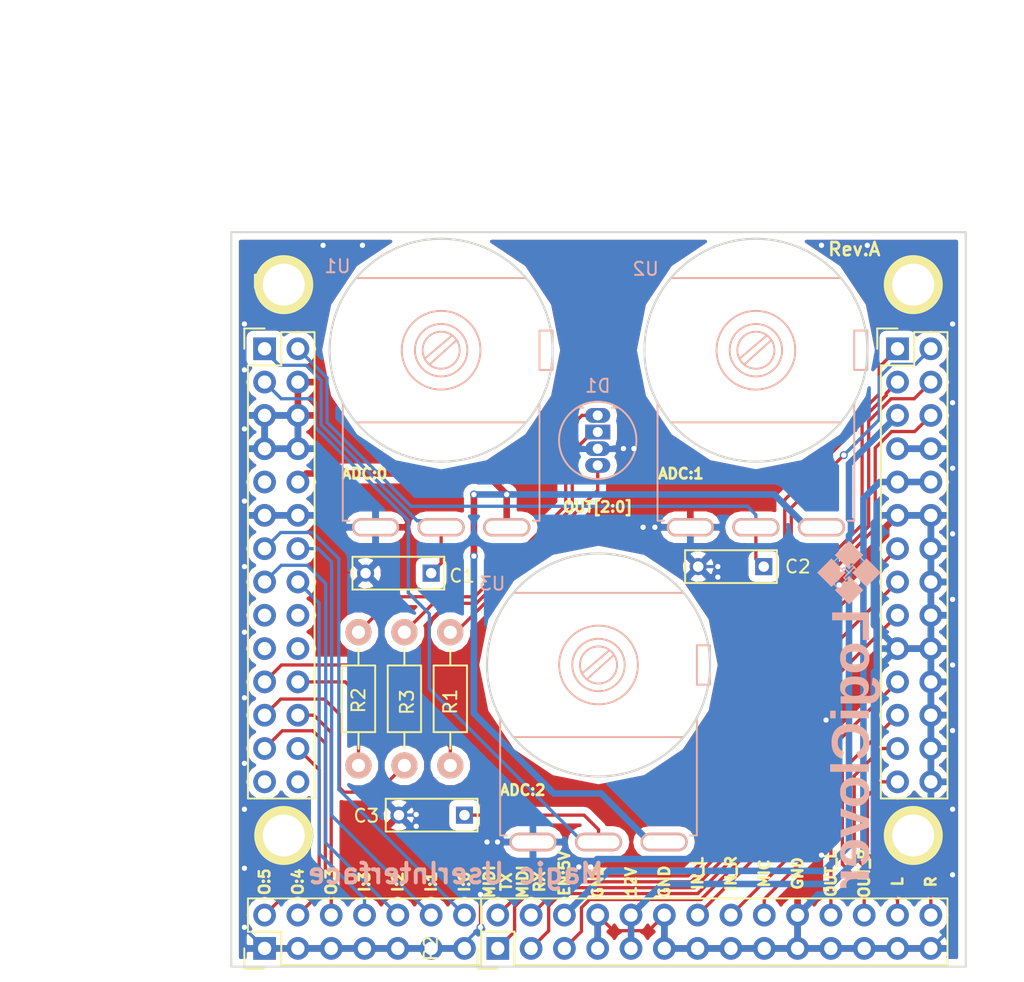
<source format=kicad_pcb>
(kicad_pcb (version 4) (host pcbnew 4.0.2-stable)

  (general
    (links 88)
    (no_connects 0)
    (area 99.924999 49.924999 156.075001 106.075001)
    (thickness 1.6)
    (drawings 45)
    (tracks 359)
    (zones 0)
    (modules 19)
    (nets 33)
  )

  (page A4)
  (layers
    (0 F.Cu signal)
    (31 B.Cu signal)
    (32 B.Adhes user)
    (33 F.Adhes user)
    (34 B.Paste user)
    (35 F.Paste user)
    (36 B.SilkS user)
    (37 F.SilkS user)
    (38 B.Mask user)
    (39 F.Mask user)
    (40 Dwgs.User user)
    (41 Cmts.User user)
    (42 Eco1.User user)
    (43 Eco2.User user)
    (44 Edge.Cuts user)
    (45 Margin user)
    (46 B.CrtYd user)
    (47 F.CrtYd user)
    (48 B.Fab user)
    (49 F.Fab user)
  )

  (setup
    (last_trace_width 0.25)
    (user_trace_width 0.5)
    (trace_clearance 0.2)
    (zone_clearance 0.508)
    (zone_45_only no)
    (trace_min 0.2)
    (segment_width 0.2)
    (edge_width 0.15)
    (via_size 0.6)
    (via_drill 0.4)
    (via_min_size 0.4)
    (via_min_drill 0.3)
    (uvia_size 0.3)
    (uvia_drill 0.1)
    (uvias_allowed no)
    (uvia_min_size 0.2)
    (uvia_min_drill 0.1)
    (pcb_text_width 0.3)
    (pcb_text_size 1.5 1.5)
    (mod_edge_width 0.15)
    (mod_text_size 1 1)
    (mod_text_width 0.15)
    (pad_size 1.524 1.524)
    (pad_drill 0.762)
    (pad_to_mask_clearance 0.2)
    (aux_axis_origin 100 50)
    (grid_origin 100 50)
    (visible_elements 7FFFFFFF)
    (pcbplotparams
      (layerselection 0x010f0_80000001)
      (usegerberextensions true)
      (excludeedgelayer true)
      (linewidth 0.100000)
      (plotframeref false)
      (viasonmask false)
      (mode 1)
      (useauxorigin false)
      (hpglpennumber 1)
      (hpglpenspeed 20)
      (hpglpendiameter 15)
      (hpglpenoverlay 2)
      (psnegative false)
      (psa4output false)
      (plotreference true)
      (plotvalue false)
      (plotinvisibletext false)
      (padsonsilk false)
      (subtractmaskfromsilk true)
      (outputformat 1)
      (mirror false)
      (drillshape 0)
      (scaleselection 1)
      (outputdirectory output))
  )

  (net 0 "")
  (net 1 /ADC_0)
  (net 2 GND)
  (net 3 /ADC_1)
  (net 4 /ADC_2)
  (net 5 "Net-(D1-Pad1)")
  (net 6 "Net-(D1-Pad2)")
  (net 7 "Net-(D1-Pad4)")
  (net 8 /ADC_Vref)
  (net 9 /GPI_0)
  (net 10 /GPI_1)
  (net 11 /GPI_2)
  (net 12 /GPI_3)
  (net 13 /GPO_0)
  (net 14 /GPO_1)
  (net 15 /GPO_2)
  (net 16 /GPO_3)
  (net 17 /GPO_4)
  (net 18 /GPO_5)
  (net 19 /MIDI_TX_4)
  (net 20 /MIDI_TX_5)
  (net 21 /MIDI_RX_4)
  (net 22 /MIDI_RX_5)
  (net 23 +5V)
  (net 24 /EN_5V)
  (net 25 +12V)
  (net 26 /LINE_IN_L)
  (net 27 /LINE_IN_R)
  (net 28 /MIC_IN)
  (net 29 /LINE_OUT_L)
  (net 30 /LINE_OUT_R)
  (net 31 /HP_OUT_L)
  (net 32 /HP_OUT_R)

  (net_class Default "これは標準のネット クラスです。"
    (clearance 0.2)
    (trace_width 0.25)
    (via_dia 0.6)
    (via_drill 0.4)
    (uvia_dia 0.3)
    (uvia_drill 0.1)
    (add_net +12V)
    (add_net +5V)
    (add_net /ADC_0)
    (add_net /ADC_1)
    (add_net /ADC_2)
    (add_net /ADC_Vref)
    (add_net /EN_5V)
    (add_net /GPI_0)
    (add_net /GPI_1)
    (add_net /GPI_2)
    (add_net /GPI_3)
    (add_net /GPO_0)
    (add_net /GPO_1)
    (add_net /GPO_2)
    (add_net /GPO_3)
    (add_net /GPO_4)
    (add_net /GPO_5)
    (add_net /HP_OUT_L)
    (add_net /HP_OUT_R)
    (add_net /LINE_IN_L)
    (add_net /LINE_IN_R)
    (add_net /LINE_OUT_L)
    (add_net /LINE_OUT_R)
    (add_net /MIC_IN)
    (add_net /MIDI_RX_4)
    (add_net /MIDI_RX_5)
    (add_net /MIDI_TX_4)
    (add_net /MIDI_TX_5)
    (add_net GND)
    (add_net "Net-(D1-Pad1)")
    (add_net "Net-(D1-Pad2)")
    (add_net "Net-(D1-Pad4)")
  )

  (module Capacitors_ThroughHole:C_Rect_L7_W2.5_P5 (layer F.Cu) (tedit 0) (tstamp 583B0271)
    (at 115.24 76 180)
    (descr "Film Capacitor Length 7mm x Width 2.5mm, Pitch 5mm")
    (tags Capacitor)
    (path /58610AAE)
    (fp_text reference C1 (at -2.36 -0.2 180) (layer F.SilkS)
      (effects (font (size 1 1) (thickness 0.15)))
    )
    (fp_text value 0.1u (at 2.5 2.5 180) (layer F.Fab)
      (effects (font (size 1 1) (thickness 0.15)))
    )
    (fp_line (start -1.25 -1.5) (end 6.25 -1.5) (layer F.CrtYd) (width 0.05))
    (fp_line (start 6.25 -1.5) (end 6.25 1.5) (layer F.CrtYd) (width 0.05))
    (fp_line (start 6.25 1.5) (end -1.25 1.5) (layer F.CrtYd) (width 0.05))
    (fp_line (start -1.25 1.5) (end -1.25 -1.5) (layer F.CrtYd) (width 0.05))
    (fp_line (start -1 -1.25) (end 6 -1.25) (layer F.SilkS) (width 0.15))
    (fp_line (start 6 -1.25) (end 6 1.25) (layer F.SilkS) (width 0.15))
    (fp_line (start 6 1.25) (end -1 1.25) (layer F.SilkS) (width 0.15))
    (fp_line (start -1 1.25) (end -1 -1.25) (layer F.SilkS) (width 0.15))
    (pad 1 thru_hole rect (at 0 0 180) (size 1.3 1.3) (drill 0.8) (layers *.Cu *.Mask)
      (net 1 /ADC_0))
    (pad 2 thru_hole circle (at 5 0 180) (size 1.3 1.3) (drill 0.8) (layers *.Cu *.Mask)
      (net 2 GND))
  )

  (module Capacitors_ThroughHole:C_Rect_L7_W2.5_P5 (layer F.Cu) (tedit 0) (tstamp 583B027F)
    (at 140.6 75.5 180)
    (descr "Film Capacitor Length 7mm x Width 2.5mm, Pitch 5mm")
    (tags Capacitor)
    (path /58611575)
    (fp_text reference C2 (at -2.6 0 180) (layer F.SilkS)
      (effects (font (size 1 1) (thickness 0.15)))
    )
    (fp_text value 0.1u (at 2.5 2.5 180) (layer F.Fab)
      (effects (font (size 1 1) (thickness 0.15)))
    )
    (fp_line (start -1.25 -1.5) (end 6.25 -1.5) (layer F.CrtYd) (width 0.05))
    (fp_line (start 6.25 -1.5) (end 6.25 1.5) (layer F.CrtYd) (width 0.05))
    (fp_line (start 6.25 1.5) (end -1.25 1.5) (layer F.CrtYd) (width 0.05))
    (fp_line (start -1.25 1.5) (end -1.25 -1.5) (layer F.CrtYd) (width 0.05))
    (fp_line (start -1 -1.25) (end 6 -1.25) (layer F.SilkS) (width 0.15))
    (fp_line (start 6 -1.25) (end 6 1.25) (layer F.SilkS) (width 0.15))
    (fp_line (start 6 1.25) (end -1 1.25) (layer F.SilkS) (width 0.15))
    (fp_line (start -1 1.25) (end -1 -1.25) (layer F.SilkS) (width 0.15))
    (pad 1 thru_hole rect (at 0 0 180) (size 1.3 1.3) (drill 0.8) (layers *.Cu *.Mask)
      (net 3 /ADC_1))
    (pad 2 thru_hole circle (at 5 0 180) (size 1.3 1.3) (drill 0.8) (layers *.Cu *.Mask)
      (net 2 GND))
  )

  (module Capacitors_ThroughHole:C_Rect_L7_W2.5_P5 (layer F.Cu) (tedit 0) (tstamp 583B028D)
    (at 117.78 94.45 180)
    (descr "Film Capacitor Length 7mm x Width 2.5mm, Pitch 5mm")
    (tags Capacitor)
    (path /586114B2)
    (fp_text reference C3 (at 7.48 -0.05 180) (layer F.SilkS)
      (effects (font (size 1 1) (thickness 0.15)))
    )
    (fp_text value 0.1u (at 2.5 2.5 180) (layer F.Fab)
      (effects (font (size 1 1) (thickness 0.15)))
    )
    (fp_line (start -1.25 -1.5) (end 6.25 -1.5) (layer F.CrtYd) (width 0.05))
    (fp_line (start 6.25 -1.5) (end 6.25 1.5) (layer F.CrtYd) (width 0.05))
    (fp_line (start 6.25 1.5) (end -1.25 1.5) (layer F.CrtYd) (width 0.05))
    (fp_line (start -1.25 1.5) (end -1.25 -1.5) (layer F.CrtYd) (width 0.05))
    (fp_line (start -1 -1.25) (end 6 -1.25) (layer F.SilkS) (width 0.15))
    (fp_line (start 6 -1.25) (end 6 1.25) (layer F.SilkS) (width 0.15))
    (fp_line (start 6 1.25) (end -1 1.25) (layer F.SilkS) (width 0.15))
    (fp_line (start -1 1.25) (end -1 -1.25) (layer F.SilkS) (width 0.15))
    (pad 1 thru_hole rect (at 0 0 180) (size 1.3 1.3) (drill 0.8) (layers *.Cu *.Mask)
      (net 4 /ADC_2))
    (pad 2 thru_hole circle (at 5 0 180) (size 1.3 1.3) (drill 0.8) (layers *.Cu *.Mask)
      (net 2 GND))
  )

  (module LEDs:LED-RGB-5MM_Common_Cathode (layer B.Cu) (tedit 55A0859C) (tstamp 583B0299)
    (at 127.94 63.97 180)
    (descr "5mm common cathode RGB LED")
    (tags "RGB LED 5mm Common Cathode")
    (path /58612B49)
    (fp_text reference D1 (at 0 2.25 180) (layer B.SilkS)
      (effects (font (size 1 1) (thickness 0.15)) (justify mirror))
    )
    (fp_text value OSTA5131A-R/PG/B (at 0 -6.25 180) (layer B.Fab)
      (effects (font (size 1 1) (thickness 0.15)) (justify mirror))
    )
    (fp_circle (center 0 -1.905) (end 3.2 -1.905) (layer B.CrtYd) (width 0.05))
    (fp_line (start -1.1 0.595) (end -1.55 0.595) (layer B.SilkS) (width 0.15))
    (fp_circle (center 0 -1.905) (end 2.95 -1.905) (layer B.SilkS) (width 0.15))
    (fp_line (start 1.1 0.595) (end 1.55 0.595) (layer B.SilkS) (width 0.15))
    (pad 1 thru_hole oval (at 0 0 180) (size 1.905 1.1176) (drill 0.762) (layers *.Cu *.Mask)
      (net 5 "Net-(D1-Pad1)"))
    (pad 2 thru_hole rect (at 0 -1.27 180) (size 1.905 1.1176) (drill 0.762) (layers *.Cu *.Mask)
      (net 6 "Net-(D1-Pad2)"))
    (pad 3 thru_hole oval (at 0 -2.54 180) (size 1.905 1.1176) (drill 0.762) (layers *.Cu *.Mask)
      (net 2 GND))
    (pad 4 thru_hole oval (at 0 -3.81 180) (size 1.905 1.1176) (drill 0.762) (layers *.Cu *.Mask)
      (net 7 "Net-(D1-Pad4)"))
  )

  (module Pin_Headers:Pin_Header_Straight_2x14 (layer F.Cu) (tedit 0) (tstamp 583B02C5)
    (at 102.54 58.89)
    (descr "Through hole pin header")
    (tags "pin header")
    (path /5860DEC8)
    (fp_text reference P1 (at 0 -5.1) (layer F.SilkS)
      (effects (font (size 1 1) (thickness 0.15)))
    )
    (fp_text value EXT_IO (at 0 -3.1) (layer F.Fab)
      (effects (font (size 1 1) (thickness 0.15)))
    )
    (fp_line (start -1.75 -1.75) (end -1.75 34.8) (layer F.CrtYd) (width 0.05))
    (fp_line (start 4.3 -1.75) (end 4.3 34.8) (layer F.CrtYd) (width 0.05))
    (fp_line (start -1.75 -1.75) (end 4.3 -1.75) (layer F.CrtYd) (width 0.05))
    (fp_line (start -1.75 34.8) (end 4.3 34.8) (layer F.CrtYd) (width 0.05))
    (fp_line (start 3.81 34.29) (end 3.81 -1.27) (layer F.SilkS) (width 0.15))
    (fp_line (start -1.27 1.27) (end -1.27 34.29) (layer F.SilkS) (width 0.15))
    (fp_line (start 3.81 34.29) (end -1.27 34.29) (layer F.SilkS) (width 0.15))
    (fp_line (start 3.81 -1.27) (end 1.27 -1.27) (layer F.SilkS) (width 0.15))
    (fp_line (start 0 -1.55) (end -1.55 -1.55) (layer F.SilkS) (width 0.15))
    (fp_line (start 1.27 -1.27) (end 1.27 1.27) (layer F.SilkS) (width 0.15))
    (fp_line (start 1.27 1.27) (end -1.27 1.27) (layer F.SilkS) (width 0.15))
    (fp_line (start -1.55 -1.55) (end -1.55 0) (layer F.SilkS) (width 0.15))
    (pad 1 thru_hole rect (at 0 0) (size 1.7272 1.7272) (drill 1.016) (layers *.Cu *.Mask)
      (net 1 /ADC_0))
    (pad 2 thru_hole oval (at 2.54 0) (size 1.7272 1.7272) (drill 1.016) (layers *.Cu *.Mask)
      (net 3 /ADC_1))
    (pad 3 thru_hole oval (at 0 2.54) (size 1.7272 1.7272) (drill 1.016) (layers *.Cu *.Mask)
      (net 4 /ADC_2))
    (pad 4 thru_hole oval (at 2.54 2.54) (size 1.7272 1.7272) (drill 1.016) (layers *.Cu *.Mask)
      (net 2 GND))
    (pad 5 thru_hole oval (at 0 5.08) (size 1.7272 1.7272) (drill 1.016) (layers *.Cu *.Mask)
      (net 2 GND))
    (pad 6 thru_hole oval (at 2.54 5.08) (size 1.7272 1.7272) (drill 1.016) (layers *.Cu *.Mask)
      (net 2 GND))
    (pad 7 thru_hole oval (at 0 7.62) (size 1.7272 1.7272) (drill 1.016) (layers *.Cu *.Mask)
      (net 2 GND))
    (pad 8 thru_hole oval (at 2.54 7.62) (size 1.7272 1.7272) (drill 1.016) (layers *.Cu *.Mask)
      (net 2 GND))
    (pad 9 thru_hole oval (at 0 10.16) (size 1.7272 1.7272) (drill 1.016) (layers *.Cu *.Mask))
    (pad 10 thru_hole oval (at 2.54 10.16) (size 1.7272 1.7272) (drill 1.016) (layers *.Cu *.Mask)
      (net 8 /ADC_Vref))
    (pad 11 thru_hole oval (at 0 12.7) (size 1.7272 1.7272) (drill 1.016) (layers *.Cu *.Mask)
      (net 2 GND))
    (pad 12 thru_hole oval (at 2.54 12.7) (size 1.7272 1.7272) (drill 1.016) (layers *.Cu *.Mask)
      (net 2 GND))
    (pad 13 thru_hole oval (at 0 15.24) (size 1.7272 1.7272) (drill 1.016) (layers *.Cu *.Mask)
      (net 9 /GPI_0))
    (pad 14 thru_hole oval (at 2.54 15.24) (size 1.7272 1.7272) (drill 1.016) (layers *.Cu *.Mask)
      (net 10 /GPI_1))
    (pad 15 thru_hole oval (at 0 17.78) (size 1.7272 1.7272) (drill 1.016) (layers *.Cu *.Mask)
      (net 11 /GPI_2))
    (pad 16 thru_hole oval (at 2.54 17.78) (size 1.7272 1.7272) (drill 1.016) (layers *.Cu *.Mask)
      (net 12 /GPI_3))
    (pad 17 thru_hole oval (at 0 20.32) (size 1.7272 1.7272) (drill 1.016) (layers *.Cu *.Mask))
    (pad 18 thru_hole oval (at 2.54 20.32) (size 1.7272 1.7272) (drill 1.016) (layers *.Cu *.Mask))
    (pad 19 thru_hole oval (at 0 22.86) (size 1.7272 1.7272) (drill 1.016) (layers *.Cu *.Mask))
    (pad 20 thru_hole oval (at 2.54 22.86) (size 1.7272 1.7272) (drill 1.016) (layers *.Cu *.Mask))
    (pad 21 thru_hole oval (at 0 25.4) (size 1.7272 1.7272) (drill 1.016) (layers *.Cu *.Mask)
      (net 13 /GPO_0))
    (pad 22 thru_hole oval (at 2.54 25.4) (size 1.7272 1.7272) (drill 1.016) (layers *.Cu *.Mask)
      (net 14 /GPO_1))
    (pad 23 thru_hole oval (at 0 27.94) (size 1.7272 1.7272) (drill 1.016) (layers *.Cu *.Mask)
      (net 15 /GPO_2))
    (pad 24 thru_hole oval (at 2.54 27.94) (size 1.7272 1.7272) (drill 1.016) (layers *.Cu *.Mask)
      (net 16 /GPO_3))
    (pad 25 thru_hole oval (at 0 30.48) (size 1.7272 1.7272) (drill 1.016) (layers *.Cu *.Mask)
      (net 17 /GPO_4))
    (pad 26 thru_hole oval (at 2.54 30.48) (size 1.7272 1.7272) (drill 1.016) (layers *.Cu *.Mask)
      (net 18 /GPO_5))
    (pad 27 thru_hole oval (at 0 33.02) (size 1.7272 1.7272) (drill 1.016) (layers *.Cu *.Mask))
    (pad 28 thru_hole oval (at 2.54 33.02) (size 1.7272 1.7272) (drill 1.016) (layers *.Cu *.Mask))
    (model Pin_Headers.3dshapes/Pin_Header_Straight_2x14.wrl
      (at (xyz 0.05 -0.65 0))
      (scale (xyz 1 1 1))
      (rotate (xyz 0 0 90))
    )
  )

  (module Pin_Headers:Pin_Header_Straight_2x14 (layer F.Cu) (tedit 0) (tstamp 583B02F1)
    (at 120.32 104.61 90)
    (descr "Through hole pin header")
    (tags "pin header")
    (path /58616648)
    (fp_text reference P2 (at 0 -5.1 90) (layer F.SilkS)
      (effects (font (size 1 1) (thickness 0.15)))
    )
    (fp_text value EXT_IO (at 0 -3.1 90) (layer F.Fab)
      (effects (font (size 1 1) (thickness 0.15)))
    )
    (fp_line (start -1.75 -1.75) (end -1.75 34.8) (layer F.CrtYd) (width 0.05))
    (fp_line (start 4.3 -1.75) (end 4.3 34.8) (layer F.CrtYd) (width 0.05))
    (fp_line (start -1.75 -1.75) (end 4.3 -1.75) (layer F.CrtYd) (width 0.05))
    (fp_line (start -1.75 34.8) (end 4.3 34.8) (layer F.CrtYd) (width 0.05))
    (fp_line (start 3.81 34.29) (end 3.81 -1.27) (layer F.SilkS) (width 0.15))
    (fp_line (start -1.27 1.27) (end -1.27 34.29) (layer F.SilkS) (width 0.15))
    (fp_line (start 3.81 34.29) (end -1.27 34.29) (layer F.SilkS) (width 0.15))
    (fp_line (start 3.81 -1.27) (end 1.27 -1.27) (layer F.SilkS) (width 0.15))
    (fp_line (start 0 -1.55) (end -1.55 -1.55) (layer F.SilkS) (width 0.15))
    (fp_line (start 1.27 -1.27) (end 1.27 1.27) (layer F.SilkS) (width 0.15))
    (fp_line (start 1.27 1.27) (end -1.27 1.27) (layer F.SilkS) (width 0.15))
    (fp_line (start -1.55 -1.55) (end -1.55 0) (layer F.SilkS) (width 0.15))
    (pad 1 thru_hole rect (at 0 0 90) (size 1.7272 1.7272) (drill 1.016) (layers *.Cu *.Mask)
      (net 20 /MIDI_TX_5))
    (pad 2 thru_hole oval (at 2.54 0 90) (size 1.7272 1.7272) (drill 1.016) (layers *.Cu *.Mask)
      (net 19 /MIDI_TX_4))
    (pad 3 thru_hole oval (at 0 2.54 90) (size 1.7272 1.7272) (drill 1.016) (layers *.Cu *.Mask)
      (net 22 /MIDI_RX_5))
    (pad 4 thru_hole oval (at 2.54 2.54 90) (size 1.7272 1.7272) (drill 1.016) (layers *.Cu *.Mask)
      (net 21 /MIDI_RX_4))
    (pad 5 thru_hole oval (at 0 5.08 90) (size 1.7272 1.7272) (drill 1.016) (layers *.Cu *.Mask)
      (net 24 /EN_5V))
    (pad 6 thru_hole oval (at 2.54 5.08 90) (size 1.7272 1.7272) (drill 1.016) (layers *.Cu *.Mask)
      (net 23 +5V))
    (pad 7 thru_hole oval (at 0 7.62 90) (size 1.7272 1.7272) (drill 1.016) (layers *.Cu *.Mask)
      (net 2 GND))
    (pad 8 thru_hole oval (at 2.54 7.62 90) (size 1.7272 1.7272) (drill 1.016) (layers *.Cu *.Mask)
      (net 2 GND))
    (pad 9 thru_hole oval (at 0 10.16 90) (size 1.7272 1.7272) (drill 1.016) (layers *.Cu *.Mask)
      (net 25 +12V))
    (pad 10 thru_hole oval (at 2.54 10.16 90) (size 1.7272 1.7272) (drill 1.016) (layers *.Cu *.Mask)
      (net 25 +12V))
    (pad 11 thru_hole oval (at 0 12.7 90) (size 1.7272 1.7272) (drill 1.016) (layers *.Cu *.Mask)
      (net 2 GND))
    (pad 12 thru_hole oval (at 2.54 12.7 90) (size 1.7272 1.7272) (drill 1.016) (layers *.Cu *.Mask)
      (net 2 GND))
    (pad 13 thru_hole oval (at 0 15.24 90) (size 1.7272 1.7272) (drill 1.016) (layers *.Cu *.Mask)
      (net 2 GND))
    (pad 14 thru_hole oval (at 2.54 15.24 90) (size 1.7272 1.7272) (drill 1.016) (layers *.Cu *.Mask)
      (net 26 /LINE_IN_L))
    (pad 15 thru_hole oval (at 0 17.78 90) (size 1.7272 1.7272) (drill 1.016) (layers *.Cu *.Mask)
      (net 2 GND))
    (pad 16 thru_hole oval (at 2.54 17.78 90) (size 1.7272 1.7272) (drill 1.016) (layers *.Cu *.Mask)
      (net 27 /LINE_IN_R))
    (pad 17 thru_hole oval (at 0 20.32 90) (size 1.7272 1.7272) (drill 1.016) (layers *.Cu *.Mask)
      (net 2 GND))
    (pad 18 thru_hole oval (at 2.54 20.32 90) (size 1.7272 1.7272) (drill 1.016) (layers *.Cu *.Mask)
      (net 28 /MIC_IN))
    (pad 19 thru_hole oval (at 0 22.86 90) (size 1.7272 1.7272) (drill 1.016) (layers *.Cu *.Mask)
      (net 2 GND))
    (pad 20 thru_hole oval (at 2.54 22.86 90) (size 1.7272 1.7272) (drill 1.016) (layers *.Cu *.Mask)
      (net 2 GND))
    (pad 21 thru_hole oval (at 0 25.4 90) (size 1.7272 1.7272) (drill 1.016) (layers *.Cu *.Mask)
      (net 2 GND))
    (pad 22 thru_hole oval (at 2.54 25.4 90) (size 1.7272 1.7272) (drill 1.016) (layers *.Cu *.Mask)
      (net 29 /LINE_OUT_L))
    (pad 23 thru_hole oval (at 0 27.94 90) (size 1.7272 1.7272) (drill 1.016) (layers *.Cu *.Mask)
      (net 2 GND))
    (pad 24 thru_hole oval (at 2.54 27.94 90) (size 1.7272 1.7272) (drill 1.016) (layers *.Cu *.Mask)
      (net 30 /LINE_OUT_R))
    (pad 25 thru_hole oval (at 0 30.48 90) (size 1.7272 1.7272) (drill 1.016) (layers *.Cu *.Mask)
      (net 2 GND))
    (pad 26 thru_hole oval (at 2.54 30.48 90) (size 1.7272 1.7272) (drill 1.016) (layers *.Cu *.Mask)
      (net 31 /HP_OUT_L))
    (pad 27 thru_hole oval (at 0 33.02 90) (size 1.7272 1.7272) (drill 1.016) (layers *.Cu *.Mask)
      (net 2 GND))
    (pad 28 thru_hole oval (at 2.54 33.02 90) (size 1.7272 1.7272) (drill 1.016) (layers *.Cu *.Mask)
      (net 32 /HP_OUT_R))
    (model Pin_Headers.3dshapes/Pin_Header_Straight_2x14.wrl
      (at (xyz 0.05 -0.65 0))
      (scale (xyz 1 1 1))
      (rotate (xyz 0 0 90))
    )
  )

  (module hastech:M3_Drill (layer F.Cu) (tedit 5540D092) (tstamp 583B02F6)
    (at 104 54)
    (path /5860F2B0)
    (attr virtual)
    (fp_text reference P3 (at 0 3.556) (layer F.SilkS) hide
      (effects (font (size 1 1) (thickness 0.15)))
    )
    (fp_text value M3Drill (at 0 -3.556) (layer F.SilkS) hide
      (effects (font (size 1 1) (thickness 0.15)))
    )
    (pad 1 thru_hole circle (at 0 0) (size 4.5 4.5) (drill 3.2) (layers *.Cu *.Mask F.SilkS)
      (net 2 GND) (zone_connect 2))
  )

  (module hastech:M3_Drill (layer F.Cu) (tedit 5540D092) (tstamp 583B02FB)
    (at 152 54)
    (path /5860F448)
    (attr virtual)
    (fp_text reference P4 (at 0 3.556) (layer F.SilkS) hide
      (effects (font (size 1 1) (thickness 0.15)))
    )
    (fp_text value M3Drill (at 0 -3.556) (layer F.SilkS) hide
      (effects (font (size 1 1) (thickness 0.15)))
    )
    (pad 1 thru_hole circle (at 0 0) (size 4.5 4.5) (drill 3.2) (layers *.Cu *.Mask F.SilkS)
      (net 2 GND) (zone_connect 2))
  )

  (module Pin_Headers:Pin_Header_Straight_2x14 (layer F.Cu) (tedit 0) (tstamp 583B0327)
    (at 150.8 58.89)
    (descr "Through hole pin header")
    (tags "pin header")
    (path /5860E5FF)
    (fp_text reference P5 (at 0 -5.1) (layer F.SilkS)
      (effects (font (size 1 1) (thickness 0.15)))
    )
    (fp_text value EXT_IO (at 0 -3.1) (layer F.Fab)
      (effects (font (size 1 1) (thickness 0.15)))
    )
    (fp_line (start -1.75 -1.75) (end -1.75 34.8) (layer F.CrtYd) (width 0.05))
    (fp_line (start 4.3 -1.75) (end 4.3 34.8) (layer F.CrtYd) (width 0.05))
    (fp_line (start -1.75 -1.75) (end 4.3 -1.75) (layer F.CrtYd) (width 0.05))
    (fp_line (start -1.75 34.8) (end 4.3 34.8) (layer F.CrtYd) (width 0.05))
    (fp_line (start 3.81 34.29) (end 3.81 -1.27) (layer F.SilkS) (width 0.15))
    (fp_line (start -1.27 1.27) (end -1.27 34.29) (layer F.SilkS) (width 0.15))
    (fp_line (start 3.81 34.29) (end -1.27 34.29) (layer F.SilkS) (width 0.15))
    (fp_line (start 3.81 -1.27) (end 1.27 -1.27) (layer F.SilkS) (width 0.15))
    (fp_line (start 0 -1.55) (end -1.55 -1.55) (layer F.SilkS) (width 0.15))
    (fp_line (start 1.27 -1.27) (end 1.27 1.27) (layer F.SilkS) (width 0.15))
    (fp_line (start 1.27 1.27) (end -1.27 1.27) (layer F.SilkS) (width 0.15))
    (fp_line (start -1.55 -1.55) (end -1.55 0) (layer F.SilkS) (width 0.15))
    (pad 1 thru_hole rect (at 0 0) (size 1.7272 1.7272) (drill 1.016) (layers *.Cu *.Mask)
      (net 19 /MIDI_TX_4))
    (pad 2 thru_hole oval (at 2.54 0) (size 1.7272 1.7272) (drill 1.016) (layers *.Cu *.Mask)
      (net 20 /MIDI_TX_5))
    (pad 3 thru_hole oval (at 0 2.54) (size 1.7272 1.7272) (drill 1.016) (layers *.Cu *.Mask)
      (net 21 /MIDI_RX_4))
    (pad 4 thru_hole oval (at 2.54 2.54) (size 1.7272 1.7272) (drill 1.016) (layers *.Cu *.Mask)
      (net 22 /MIDI_RX_5))
    (pad 5 thru_hole oval (at 0 5.08) (size 1.7272 1.7272) (drill 1.016) (layers *.Cu *.Mask)
      (net 23 +5V))
    (pad 6 thru_hole oval (at 2.54 5.08) (size 1.7272 1.7272) (drill 1.016) (layers *.Cu *.Mask)
      (net 24 /EN_5V))
    (pad 7 thru_hole oval (at 0 7.62) (size 1.7272 1.7272) (drill 1.016) (layers *.Cu *.Mask)
      (net 2 GND))
    (pad 8 thru_hole oval (at 2.54 7.62) (size 1.7272 1.7272) (drill 1.016) (layers *.Cu *.Mask)
      (net 2 GND))
    (pad 9 thru_hole oval (at 0 10.16) (size 1.7272 1.7272) (drill 1.016) (layers *.Cu *.Mask)
      (net 25 +12V))
    (pad 10 thru_hole oval (at 2.54 10.16) (size 1.7272 1.7272) (drill 1.016) (layers *.Cu *.Mask)
      (net 25 +12V))
    (pad 11 thru_hole oval (at 0 12.7) (size 1.7272 1.7272) (drill 1.016) (layers *.Cu *.Mask)
      (net 2 GND))
    (pad 12 thru_hole oval (at 2.54 12.7) (size 1.7272 1.7272) (drill 1.016) (layers *.Cu *.Mask)
      (net 2 GND))
    (pad 13 thru_hole oval (at 0 15.24) (size 1.7272 1.7272) (drill 1.016) (layers *.Cu *.Mask)
      (net 26 /LINE_IN_L))
    (pad 14 thru_hole oval (at 2.54 15.24) (size 1.7272 1.7272) (drill 1.016) (layers *.Cu *.Mask)
      (net 2 GND))
    (pad 15 thru_hole oval (at 0 17.78) (size 1.7272 1.7272) (drill 1.016) (layers *.Cu *.Mask)
      (net 27 /LINE_IN_R))
    (pad 16 thru_hole oval (at 2.54 17.78) (size 1.7272 1.7272) (drill 1.016) (layers *.Cu *.Mask)
      (net 2 GND))
    (pad 17 thru_hole oval (at 0 20.32) (size 1.7272 1.7272) (drill 1.016) (layers *.Cu *.Mask)
      (net 28 /MIC_IN))
    (pad 18 thru_hole oval (at 2.54 20.32) (size 1.7272 1.7272) (drill 1.016) (layers *.Cu *.Mask)
      (net 2 GND))
    (pad 19 thru_hole oval (at 0 22.86) (size 1.7272 1.7272) (drill 1.016) (layers *.Cu *.Mask)
      (net 2 GND))
    (pad 20 thru_hole oval (at 2.54 22.86) (size 1.7272 1.7272) (drill 1.016) (layers *.Cu *.Mask)
      (net 2 GND))
    (pad 21 thru_hole oval (at 0 25.4) (size 1.7272 1.7272) (drill 1.016) (layers *.Cu *.Mask)
      (net 29 /LINE_OUT_L))
    (pad 22 thru_hole oval (at 2.54 25.4) (size 1.7272 1.7272) (drill 1.016) (layers *.Cu *.Mask)
      (net 2 GND))
    (pad 23 thru_hole oval (at 0 27.94) (size 1.7272 1.7272) (drill 1.016) (layers *.Cu *.Mask)
      (net 30 /LINE_OUT_R))
    (pad 24 thru_hole oval (at 2.54 27.94) (size 1.7272 1.7272) (drill 1.016) (layers *.Cu *.Mask)
      (net 2 GND))
    (pad 25 thru_hole oval (at 0 30.48) (size 1.7272 1.7272) (drill 1.016) (layers *.Cu *.Mask)
      (net 31 /HP_OUT_L))
    (pad 26 thru_hole oval (at 2.54 30.48) (size 1.7272 1.7272) (drill 1.016) (layers *.Cu *.Mask)
      (net 2 GND))
    (pad 27 thru_hole oval (at 0 33.02) (size 1.7272 1.7272) (drill 1.016) (layers *.Cu *.Mask)
      (net 32 /HP_OUT_R))
    (pad 28 thru_hole oval (at 2.54 33.02) (size 1.7272 1.7272) (drill 1.016) (layers *.Cu *.Mask)
      (net 2 GND))
    (model Pin_Headers.3dshapes/Pin_Header_Straight_2x14.wrl
      (at (xyz 0.05 -0.65 0))
      (scale (xyz 1 1 1))
      (rotate (xyz 0 0 90))
    )
  )

  (module hastech:M3_Drill (layer F.Cu) (tedit 5540D092) (tstamp 583B032C)
    (at 104 96)
    (path /5860F474)
    (attr virtual)
    (fp_text reference P6 (at 0 3.556) (layer F.SilkS) hide
      (effects (font (size 1 1) (thickness 0.15)))
    )
    (fp_text value M3Drill (at 0 -3.556) (layer F.SilkS) hide
      (effects (font (size 1 1) (thickness 0.15)))
    )
    (pad 1 thru_hole circle (at 0 0) (size 4.5 4.5) (drill 3.2) (layers *.Cu *.Mask F.SilkS)
      (net 2 GND) (zone_connect 2))
  )

  (module hastech:M3_Drill (layer F.Cu) (tedit 5540D092) (tstamp 583B0331)
    (at 152 96)
    (path /5860F49D)
    (attr virtual)
    (fp_text reference P7 (at 0 3.556) (layer F.SilkS) hide
      (effects (font (size 1 1) (thickness 0.15)))
    )
    (fp_text value M3Drill (at 0 -3.556) (layer F.SilkS) hide
      (effects (font (size 1 1) (thickness 0.15)))
    )
    (pad 1 thru_hole circle (at 0 0) (size 4.5 4.5) (drill 3.2) (layers *.Cu *.Mask F.SilkS)
      (net 2 GND) (zone_connect 2))
  )

  (module kamiya:Phi6Volume (layer B.Cu) (tedit 583ADB64) (tstamp 583B0348)
    (at 116 59 180)
    (path /58610630)
    (fp_text reference U1 (at 7.9 6.4 180) (layer B.SilkS)
      (effects (font (size 1 1) (thickness 0.15)) (justify mirror))
    )
    (fp_text value B10k (at 0 10 180) (layer B.Fab)
      (effects (font (size 1 1) (thickness 0.15)) (justify mirror))
    )
    (fp_line (start 7.5 -13) (end 7 -13) (layer B.SilkS) (width 0.15))
    (fp_line (start 7.5 -4) (end 7.5 -13) (layer B.SilkS) (width 0.15))
    (fp_line (start -7.5 -13) (end -7 -13) (layer B.SilkS) (width 0.15))
    (fp_line (start -7.5 -4) (end -7.5 -13) (layer B.SilkS) (width 0.15))
    (fp_line (start -6.5 -5.5) (end 6.5 -5.5) (layer B.SilkS) (width 0.15))
    (fp_line (start -6.5 5.5) (end 6.5 5.5) (layer B.SilkS) (width 0.15))
    (fp_line (start -7.5 1.5) (end -7.5 -1.5) (layer B.SilkS) (width 0.15))
    (fp_line (start -8.5 1.5) (end -7.5 1.5) (layer B.SilkS) (width 0.15))
    (fp_line (start -8.5 -1.5) (end -8.5 1.5) (layer B.SilkS) (width 0.15))
    (fp_line (start -7.5 -1.5) (end -8.5 -1.5) (layer B.SilkS) (width 0.15))
    (fp_line (start -0.8 1.1) (end 1.2 -0.6) (layer B.SilkS) (width 0.15))
    (fp_line (start -1.1 0.7) (end 0.9 -1.1) (layer B.SilkS) (width 0.15))
    (fp_circle (center 0 0) (end 1 1) (layer B.SilkS) (width 0.15))
    (fp_circle (center 0 0) (end 2 0) (layer B.SilkS) (width 0.15))
    (fp_circle (center 0 0) (end 8.5 0) (layer B.SilkS) (width 0.15))
    (fp_circle (center 0 0) (end 3 0) (layer B.SilkS) (width 0.15))
    (pad 1 thru_hole oval (at -5 -13.5 180) (size 3.6 1.4) (drill oval 3.2 1) (layers *.Cu *.Mask B.SilkS)
      (net 8 /ADC_Vref))
    (pad 2 thru_hole oval (at 0 -13.5 180) (size 3.6 1.4) (drill oval 3.2 1) (layers *.Cu *.Mask B.SilkS)
      (net 1 /ADC_0))
    (pad 3 thru_hole oval (at 5 -13.5 180) (size 3.6 1.4) (drill oval 3.2 1) (layers *.Cu *.Mask B.SilkS)
      (net 2 GND))
  )

  (module kamiya:Phi6Volume (layer B.Cu) (tedit 583ADB64) (tstamp 583B035F)
    (at 140 59 180)
    (path /5861156D)
    (fp_text reference U2 (at 8.4 6.2 180) (layer B.SilkS)
      (effects (font (size 1 1) (thickness 0.15)) (justify mirror))
    )
    (fp_text value B10k (at 0 10 180) (layer B.Fab)
      (effects (font (size 1 1) (thickness 0.15)) (justify mirror))
    )
    (fp_line (start 7.5 -13) (end 7 -13) (layer B.SilkS) (width 0.15))
    (fp_line (start 7.5 -4) (end 7.5 -13) (layer B.SilkS) (width 0.15))
    (fp_line (start -7.5 -13) (end -7 -13) (layer B.SilkS) (width 0.15))
    (fp_line (start -7.5 -4) (end -7.5 -13) (layer B.SilkS) (width 0.15))
    (fp_line (start -6.5 -5.5) (end 6.5 -5.5) (layer B.SilkS) (width 0.15))
    (fp_line (start -6.5 5.5) (end 6.5 5.5) (layer B.SilkS) (width 0.15))
    (fp_line (start -7.5 1.5) (end -7.5 -1.5) (layer B.SilkS) (width 0.15))
    (fp_line (start -8.5 1.5) (end -7.5 1.5) (layer B.SilkS) (width 0.15))
    (fp_line (start -8.5 -1.5) (end -8.5 1.5) (layer B.SilkS) (width 0.15))
    (fp_line (start -7.5 -1.5) (end -8.5 -1.5) (layer B.SilkS) (width 0.15))
    (fp_line (start -0.8 1.1) (end 1.2 -0.6) (layer B.SilkS) (width 0.15))
    (fp_line (start -1.1 0.7) (end 0.9 -1.1) (layer B.SilkS) (width 0.15))
    (fp_circle (center 0 0) (end 1 1) (layer B.SilkS) (width 0.15))
    (fp_circle (center 0 0) (end 2 0) (layer B.SilkS) (width 0.15))
    (fp_circle (center 0 0) (end 8.5 0) (layer B.SilkS) (width 0.15))
    (fp_circle (center 0 0) (end 3 0) (layer B.SilkS) (width 0.15))
    (pad 1 thru_hole oval (at -5 -13.5 180) (size 3.6 1.4) (drill oval 3.2 1) (layers *.Cu *.Mask B.SilkS)
      (net 8 /ADC_Vref))
    (pad 2 thru_hole oval (at 0 -13.5 180) (size 3.6 1.4) (drill oval 3.2 1) (layers *.Cu *.Mask B.SilkS)
      (net 3 /ADC_1))
    (pad 3 thru_hole oval (at 5 -13.5 180) (size 3.6 1.4) (drill oval 3.2 1) (layers *.Cu *.Mask B.SilkS)
      (net 2 GND))
  )

  (module kamiya:Phi6Volume (layer B.Cu) (tedit 583ADB64) (tstamp 583B0376)
    (at 128 83 180)
    (path /586114AA)
    (fp_text reference U3 (at 8.1 6.2 180) (layer B.SilkS)
      (effects (font (size 1 1) (thickness 0.15)) (justify mirror))
    )
    (fp_text value B10k (at 0 10 180) (layer B.Fab)
      (effects (font (size 1 1) (thickness 0.15)) (justify mirror))
    )
    (fp_line (start 7.5 -13) (end 7 -13) (layer B.SilkS) (width 0.15))
    (fp_line (start 7.5 -4) (end 7.5 -13) (layer B.SilkS) (width 0.15))
    (fp_line (start -7.5 -13) (end -7 -13) (layer B.SilkS) (width 0.15))
    (fp_line (start -7.5 -4) (end -7.5 -13) (layer B.SilkS) (width 0.15))
    (fp_line (start -6.5 -5.5) (end 6.5 -5.5) (layer B.SilkS) (width 0.15))
    (fp_line (start -6.5 5.5) (end 6.5 5.5) (layer B.SilkS) (width 0.15))
    (fp_line (start -7.5 1.5) (end -7.5 -1.5) (layer B.SilkS) (width 0.15))
    (fp_line (start -8.5 1.5) (end -7.5 1.5) (layer B.SilkS) (width 0.15))
    (fp_line (start -8.5 -1.5) (end -8.5 1.5) (layer B.SilkS) (width 0.15))
    (fp_line (start -7.5 -1.5) (end -8.5 -1.5) (layer B.SilkS) (width 0.15))
    (fp_line (start -0.8 1.1) (end 1.2 -0.6) (layer B.SilkS) (width 0.15))
    (fp_line (start -1.1 0.7) (end 0.9 -1.1) (layer B.SilkS) (width 0.15))
    (fp_circle (center 0 0) (end 1 1) (layer B.SilkS) (width 0.15))
    (fp_circle (center 0 0) (end 2 0) (layer B.SilkS) (width 0.15))
    (fp_circle (center 0 0) (end 8.5 0) (layer B.SilkS) (width 0.15))
    (fp_circle (center 0 0) (end 3 0) (layer B.SilkS) (width 0.15))
    (pad 1 thru_hole oval (at -5 -13.5 180) (size 3.6 1.4) (drill oval 3.2 1) (layers *.Cu *.Mask B.SilkS)
      (net 8 /ADC_Vref))
    (pad 2 thru_hole oval (at 0 -13.5 180) (size 3.6 1.4) (drill oval 3.2 1) (layers *.Cu *.Mask B.SilkS)
      (net 4 /ADC_2))
    (pad 3 thru_hole oval (at 5 -13.5 180) (size 3.6 1.4) (drill oval 3.2 1) (layers *.Cu *.Mask B.SilkS)
      (net 2 GND))
  )

  (module Pin_Headers:Pin_Header_Straight_2x07 (layer F.Cu) (tedit 585568FF) (tstamp 583B0B51)
    (at 102.54 104.61 90)
    (descr "Through hole pin header")
    (tags "pin header")
    (path /5861BFE6)
    (fp_text reference P8 (at 8.255 5.08 90) (layer F.SilkS) hide
      (effects (font (size 1 1) (thickness 0.15)))
    )
    (fp_text value EXT_IO (at 0 -3.1 90) (layer F.Fab)
      (effects (font (size 1 1) (thickness 0.15)))
    )
    (fp_line (start -1.75 -1.75) (end -1.75 17) (layer F.CrtYd) (width 0.05))
    (fp_line (start 4.3 -1.75) (end 4.3 17) (layer F.CrtYd) (width 0.05))
    (fp_line (start -1.75 -1.75) (end 4.3 -1.75) (layer F.CrtYd) (width 0.05))
    (fp_line (start -1.75 17) (end 4.3 17) (layer F.CrtYd) (width 0.05))
    (fp_line (start 3.81 16.51) (end 3.81 -1.27) (layer F.SilkS) (width 0.15))
    (fp_line (start -1.27 1.27) (end -1.27 16.51) (layer F.SilkS) (width 0.15))
    (fp_line (start 3.81 16.51) (end -1.27 16.51) (layer F.SilkS) (width 0.15))
    (fp_line (start 3.81 -1.27) (end 1.27 -1.27) (layer F.SilkS) (width 0.15))
    (fp_line (start 0 -1.55) (end -1.55 -1.55) (layer F.SilkS) (width 0.15))
    (fp_line (start 1.27 -1.27) (end 1.27 1.27) (layer F.SilkS) (width 0.15))
    (fp_line (start 1.27 1.27) (end -1.27 1.27) (layer F.SilkS) (width 0.15))
    (fp_line (start -1.55 -1.55) (end -1.55 0) (layer F.SilkS) (width 0.15))
    (pad 1 thru_hole rect (at 0 0 90) (size 1.7272 1.7272) (drill 1.016) (layers *.Cu *.Mask)
      (net 2 GND))
    (pad 2 thru_hole oval (at 2.54 0 90) (size 1.7272 1.7272) (drill 1.016) (layers *.Cu *.Mask)
      (net 18 /GPO_5))
    (pad 3 thru_hole oval (at 0 2.54 90) (size 1.7272 1.7272) (drill 1.016) (layers *.Cu *.Mask)
      (net 2 GND))
    (pad 4 thru_hole oval (at 2.54 2.54 90) (size 1.7272 1.7272) (drill 1.016) (layers *.Cu *.Mask)
      (net 17 /GPO_4))
    (pad 5 thru_hole oval (at 0 5.08 90) (size 1.7272 1.7272) (drill 1.016) (layers *.Cu *.Mask)
      (net 2 GND))
    (pad 6 thru_hole oval (at 2.54 5.08 90) (size 1.7272 1.7272) (drill 1.016) (layers *.Cu *.Mask)
      (net 16 /GPO_3))
    (pad 7 thru_hole oval (at 0 7.62 90) (size 1.7272 1.7272) (drill 1.016) (layers *.Cu *.Mask)
      (net 2 GND))
    (pad 8 thru_hole oval (at 2.54 7.62 90) (size 1.7272 1.7272) (drill 1.016) (layers *.Cu *.Mask)
      (net 12 /GPI_3))
    (pad 9 thru_hole oval (at 0 10.16 90) (size 1.7272 1.7272) (drill 1.016) (layers *.Cu *.Mask)
      (net 2 GND))
    (pad 10 thru_hole oval (at 2.54 10.16 90) (size 1.7272 1.7272) (drill 1.016) (layers *.Cu *.Mask)
      (net 11 /GPI_2))
    (pad 11 thru_hole oval (at 0 12.7 90) (size 1.7272 1.7272) (drill 1.016) (layers *.Cu *.Mask)
      (net 2 GND))
    (pad 12 thru_hole oval (at 2.54 12.7 90) (size 1.7272 1.7272) (drill 1.016) (layers *.Cu *.Mask)
      (net 10 /GPI_1))
    (pad 13 thru_hole oval (at 0 15.24 90) (size 1.7272 1.7272) (drill 1.016) (layers *.Cu *.Mask)
      (net 2 GND))
    (pad 14 thru_hole oval (at 2.54 15.24 90) (size 1.7272 1.7272) (drill 1.016) (layers *.Cu *.Mask)
      (net 9 /GPI_0))
    (model Pin_Headers.3dshapes/Pin_Header_Straight_2x07.wrl
      (at (xyz 0.05 -0.3 0))
      (scale (xyz 1 1 1))
      (rotate (xyz 0 0 90))
    )
  )

  (module Resistors_ThroughHole:Resistor_Horizontal_RM10mm (layer F.Cu) (tedit 56648415) (tstamp 583B0B61)
    (at 116.7 80.5 270)
    (descr "Resistor, Axial,  RM 10mm, 1/3W")
    (tags "Resistor Axial RM 10mm 1/3W")
    (path /586125E9)
    (fp_text reference R1 (at 5.3 0 270) (layer F.SilkS)
      (effects (font (size 1 1) (thickness 0.15)))
    )
    (fp_text value 1k2 (at 5.08 3.81 270) (layer F.Fab)
      (effects (font (size 1 1) (thickness 0.15)))
    )
    (fp_line (start -1.25 -1.5) (end 11.4 -1.5) (layer F.CrtYd) (width 0.05))
    (fp_line (start -1.25 1.5) (end -1.25 -1.5) (layer F.CrtYd) (width 0.05))
    (fp_line (start 11.4 -1.5) (end 11.4 1.5) (layer F.CrtYd) (width 0.05))
    (fp_line (start -1.25 1.5) (end 11.4 1.5) (layer F.CrtYd) (width 0.05))
    (fp_line (start 2.54 -1.27) (end 7.62 -1.27) (layer F.SilkS) (width 0.15))
    (fp_line (start 7.62 -1.27) (end 7.62 1.27) (layer F.SilkS) (width 0.15))
    (fp_line (start 7.62 1.27) (end 2.54 1.27) (layer F.SilkS) (width 0.15))
    (fp_line (start 2.54 1.27) (end 2.54 -1.27) (layer F.SilkS) (width 0.15))
    (fp_line (start 2.54 0) (end 1.27 0) (layer F.SilkS) (width 0.15))
    (fp_line (start 7.62 0) (end 8.89 0) (layer F.SilkS) (width 0.15))
    (pad 1 thru_hole circle (at 0 0 270) (size 1.99898 1.99898) (drill 1.00076) (layers *.Cu *.SilkS *.Mask)
      (net 7 "Net-(D1-Pad4)"))
    (pad 2 thru_hole circle (at 10.16 0 270) (size 1.99898 1.99898) (drill 1.00076) (layers *.Cu *.SilkS *.Mask)
      (net 13 /GPO_0))
    (model Resistors_ThroughHole.3dshapes/Resistor_Horizontal_RM10mm.wrl
      (at (xyz 0.2 0 0))
      (scale (xyz 0.4 0.4 0.4))
      (rotate (xyz 0 0 0))
    )
  )

  (module Resistors_ThroughHole:Resistor_Horizontal_RM10mm (layer F.Cu) (tedit 56648415) (tstamp 583B0B71)
    (at 109.7 80.5 270)
    (descr "Resistor, Axial,  RM 10mm, 1/3W")
    (tags "Resistor Axial RM 10mm 1/3W")
    (path /58612EC3)
    (fp_text reference R2 (at 5.2 0 270) (layer F.SilkS)
      (effects (font (size 1 1) (thickness 0.15)))
    )
    (fp_text value 200 (at 5.08 3.81 270) (layer F.Fab)
      (effects (font (size 1 1) (thickness 0.15)))
    )
    (fp_line (start -1.25 -1.5) (end 11.4 -1.5) (layer F.CrtYd) (width 0.05))
    (fp_line (start -1.25 1.5) (end -1.25 -1.5) (layer F.CrtYd) (width 0.05))
    (fp_line (start 11.4 -1.5) (end 11.4 1.5) (layer F.CrtYd) (width 0.05))
    (fp_line (start -1.25 1.5) (end 11.4 1.5) (layer F.CrtYd) (width 0.05))
    (fp_line (start 2.54 -1.27) (end 7.62 -1.27) (layer F.SilkS) (width 0.15))
    (fp_line (start 7.62 -1.27) (end 7.62 1.27) (layer F.SilkS) (width 0.15))
    (fp_line (start 7.62 1.27) (end 2.54 1.27) (layer F.SilkS) (width 0.15))
    (fp_line (start 2.54 1.27) (end 2.54 -1.27) (layer F.SilkS) (width 0.15))
    (fp_line (start 2.54 0) (end 1.27 0) (layer F.SilkS) (width 0.15))
    (fp_line (start 7.62 0) (end 8.89 0) (layer F.SilkS) (width 0.15))
    (pad 1 thru_hole circle (at 0 0 270) (size 1.99898 1.99898) (drill 1.00076) (layers *.Cu *.SilkS *.Mask)
      (net 5 "Net-(D1-Pad1)"))
    (pad 2 thru_hole circle (at 10.16 0 270) (size 1.99898 1.99898) (drill 1.00076) (layers *.Cu *.SilkS *.Mask)
      (net 14 /GPO_1))
    (model Resistors_ThroughHole.3dshapes/Resistor_Horizontal_RM10mm.wrl
      (at (xyz 0.2 0 0))
      (scale (xyz 0.4 0.4 0.4))
      (rotate (xyz 0 0 0))
    )
  )

  (module Resistors_ThroughHole:Resistor_Horizontal_RM10mm (layer F.Cu) (tedit 56648415) (tstamp 583B0B81)
    (at 113.2 80.5 270)
    (descr "Resistor, Axial,  RM 10mm, 1/3W")
    (tags "Resistor Axial RM 10mm 1/3W")
    (path /58612FB4)
    (fp_text reference R3 (at 5.32892 -0.2 270) (layer F.SilkS)
      (effects (font (size 1 1) (thickness 0.15)))
    )
    (fp_text value 200 (at 5.08 3.81 270) (layer F.Fab)
      (effects (font (size 1 1) (thickness 0.15)))
    )
    (fp_line (start -1.25 -1.5) (end 11.4 -1.5) (layer F.CrtYd) (width 0.05))
    (fp_line (start -1.25 1.5) (end -1.25 -1.5) (layer F.CrtYd) (width 0.05))
    (fp_line (start 11.4 -1.5) (end 11.4 1.5) (layer F.CrtYd) (width 0.05))
    (fp_line (start -1.25 1.5) (end 11.4 1.5) (layer F.CrtYd) (width 0.05))
    (fp_line (start 2.54 -1.27) (end 7.62 -1.27) (layer F.SilkS) (width 0.15))
    (fp_line (start 7.62 -1.27) (end 7.62 1.27) (layer F.SilkS) (width 0.15))
    (fp_line (start 7.62 1.27) (end 2.54 1.27) (layer F.SilkS) (width 0.15))
    (fp_line (start 2.54 1.27) (end 2.54 -1.27) (layer F.SilkS) (width 0.15))
    (fp_line (start 2.54 0) (end 1.27 0) (layer F.SilkS) (width 0.15))
    (fp_line (start 7.62 0) (end 8.89 0) (layer F.SilkS) (width 0.15))
    (pad 1 thru_hole circle (at 0 0 270) (size 1.99898 1.99898) (drill 1.00076) (layers *.Cu *.SilkS *.Mask)
      (net 6 "Net-(D1-Pad2)"))
    (pad 2 thru_hole circle (at 10.16 0 270) (size 1.99898 1.99898) (drill 1.00076) (layers *.Cu *.SilkS *.Mask)
      (net 15 /GPO_2))
    (model Resistors_ThroughHole.3dshapes/Resistor_Horizontal_RM10mm.wrl
      (at (xyz 0.2 0 0))
      (scale (xyz 0.4 0.4 0.4))
      (rotate (xyz 0 0 0))
    )
  )

  (module hastech:LogiClover (layer B.Cu) (tedit 0) (tstamp 58556CA7)
    (at 147 86.6 270)
    (attr virtual)
    (fp_text reference G*** (at 0 0 270) (layer B.SilkS) hide
      (effects (font (thickness 0.3)) (justify mirror))
    )
    (fp_text value LOGO (at 0.75 0 270) (layer B.SilkS) hide
      (effects (font (thickness 0.3)) (justify mirror))
    )
    (fp_poly (pts (xy -9.556939 1.233884) (xy -9.642873 1.147592) (xy -9.728806 1.061299) (xy -9.602103 0.934353)
      (xy -9.475399 0.807406) (xy -9.393511 0.888954) (xy -9.311623 0.970501) (xy -8.77424 0.433062)
      (xy -8.692367 0.351065) (xy -8.614291 0.272648) (xy -8.540954 0.198769) (xy -8.473297 0.130386)
      (xy -8.41226 0.068458) (xy -8.358785 0.013944) (xy -8.313813 -0.032199) (xy -8.278285 -0.069012)
      (xy -8.253141 -0.095536) (xy -8.239324 -0.110814) (xy -8.236857 -0.114224) (xy -8.243142 -0.121983)
      (xy -8.261367 -0.141556) (xy -8.290587 -0.171984) (xy -8.329855 -0.212308) (xy -8.378226 -0.261571)
      (xy -8.434754 -0.318813) (xy -8.498495 -0.383075) (xy -8.568501 -0.453401) (xy -8.643828 -0.52883)
      (xy -8.723531 -0.608405) (xy -8.77293 -0.657613) (xy -9.309004 -1.191156) (xy -9.850092 -0.650067)
      (xy -10.391181 -0.108979) (xy -10.300547 -0.018143) (xy -10.218721 -0.018143) (xy -9.960429 -0.018143)
      (xy -9.960429 0.108857) (xy -9.960589 0.154501) (xy -9.96103 0.192868) (xy -9.96169 0.220711)
      (xy -9.962508 0.234785) (xy -9.962818 0.235857) (xy -9.969648 0.229746) (xy -9.987296 0.212706)
      (xy -10.01379 0.186675) (xy -10.04716 0.153593) (xy -10.085432 0.115399) (xy -10.091964 0.108857)
      (xy -10.218721 -0.018143) (xy -10.300547 -0.018143) (xy -10.273437 0.009027) (xy -10.155694 0.127032)
      (xy -10.207738 0.179076) (xy -10.259781 0.23112) (xy -10.408555 0.082551) (xy -10.456332 0.034649)
      (xy -10.492682 -0.002446) (xy -10.519148 -0.030613) (xy -10.537273 -0.051731) (xy -10.548603 -0.067676)
      (xy -10.554679 -0.080328) (xy -10.557046 -0.091566) (xy -10.557329 -0.098469) (xy -10.565612 -0.13116)
      (xy -10.587327 -0.158814) (xy -10.617767 -0.176889) (xy -10.643307 -0.181429) (xy -10.654457 -0.182731)
      (xy -10.66682 -0.187694) (xy -10.68231 -0.197896) (xy -10.702841 -0.214919) (xy -10.730327 -0.240343)
      (xy -10.766683 -0.275749) (xy -10.810985 -0.319874) (xy -10.856969 -0.366169) (xy -10.89155 -0.401759)
      (xy -10.916323 -0.428603) (xy -10.93288 -0.448656) (xy -10.942814 -0.463875) (xy -10.94772 -0.476215)
      (xy -10.949191 -0.487634) (xy -10.949214 -0.489581) (xy -10.945163 -0.514369) (xy -10.930842 -0.538302)
      (xy -10.915473 -0.555397) (xy -10.881731 -0.589951) (xy -10.7612 -0.469669) (xy -10.640669 -0.349386)
      (xy -9.556788 -1.433267) (xy -10.096491 -1.973026) (xy -10.178548 -2.055034) (xy -10.256917 -2.133238)
      (xy -10.33065 -2.206703) (xy -10.398803 -2.274492) (xy -10.46043 -2.335669) (xy -10.514587 -2.389297)
      (xy -10.560328 -2.43444) (xy -10.596707 -2.470161) (xy -10.622781 -2.495524) (xy -10.637602 -2.509593)
      (xy -10.640757 -2.512237) (xy -10.647722 -2.505894) (xy -10.66657 -2.487663) (xy -10.696354 -2.458479)
      (xy -10.736128 -2.419283) (xy -10.784945 -2.371012) (xy -10.841857 -2.314605) (xy -10.905918 -2.250998)
      (xy -10.97618 -2.181132) (xy -11.051698 -2.105943) (xy -11.131524 -2.026371) (xy -11.185072 -1.972943)
      (xy -11.724822 -1.434197) (xy -11.640935 -1.349685) (xy -11.557049 -1.265173) (xy -11.683996 -1.138469)
      (xy -11.810942 -1.011765) (xy -11.894981 -1.095455) (xy -11.97902 -1.179144) (xy -12.205743 -0.952397)
      (xy -11.751896 -0.952397) (xy -11.625054 -1.079482) (xy -11.498211 -1.206568) (xy -11.219339 -0.927804)
      (xy -10.940467 -0.649041) (xy -10.973896 -0.614806) (xy -11.004492 -0.589434) (xy -11.030961 -0.580594)
      (xy -11.032271 -0.580572) (xy -11.073272 -0.572591) (xy -11.105159 -0.550502) (xy -11.125127 -0.517085)
      (xy -11.130643 -0.483016) (xy -11.138347 -0.456033) (xy -11.162286 -0.426462) (xy -11.162632 -0.426126)
      (xy -11.19462 -0.395121) (xy -11.751896 -0.952397) (xy -12.205743 -0.952397) (xy -12.967559 -0.1905)
      (xy -11.339286 -0.1905) (xy -11.339286 -0.322036) (xy -11.339131 -0.368542) (xy -11.338705 -0.407828)
      (xy -11.338066 -0.436703) (xy -11.337271 -0.451978) (xy -11.336901 -0.453572) (xy -11.330078 -0.447456)
      (xy -11.312401 -0.430379) (xy -11.285803 -0.404244) (xy -11.252222 -0.370958) (xy -11.213592 -0.332425)
      (xy -11.203214 -0.322036) (xy -11.071913 -0.1905) (xy -11.339286 -0.1905) (xy -12.967559 -0.1905)
      (xy -13.058264 -0.099786) (xy -12.518631 0.439905) (xy -12.223785 0.734783) (xy -11.733816 0.734783)
      (xy -11.316653 0.317546) (xy -10.899489 -0.099692) (xy -11.017022 -0.217486) (xy -11.134554 -0.335279)
      (xy -11.103605 -0.367211) (xy -11.078833 -0.388723) (xy -11.055676 -0.397971) (xy -11.040523 -0.399143)
      (xy -11.028904 -0.398192) (xy -11.016958 -0.394274) (xy -11.002713 -0.38579) (xy -10.984198 -0.371144)
      (xy -10.959441 -0.348736) (xy -10.92647 -0.31697) (xy -10.883313 -0.274248) (xy -10.869946 -0.260913)
      (xy -10.823159 -0.213862) (xy -10.787954 -0.177496) (xy -10.762789 -0.149973) (xy -10.746123 -0.129451)
      (xy -10.736413 -0.114087) (xy -10.732119 -0.102038) (xy -10.7315 -0.095443) (xy -10.733051 -0.085717)
      (xy -10.738608 -0.073756) (xy -10.749526 -0.058) (xy -10.767158 -0.036885) (xy -10.792861 -0.00885)
      (xy -10.827988 0.027667) (xy -10.873895 0.07423) (xy -10.910524 0.11099) (xy -11.089547 0.290181)
      (xy -11.084522 0.29523) (xy -10.976642 0.29523) (xy -10.826171 0.144563) (xy -10.777976 0.096488)
      (xy -10.740624 0.059856) (xy -10.712267 0.033146) (xy -10.691056 0.014836) (xy -10.675142 0.003404)
      (xy -10.662677 -0.00267) (xy -10.651813 -0.004909) (xy -10.64442 -0.005017) (xy -10.633979 -0.003604)
      (xy -10.622476 0.000848) (xy -10.608259 0.009752) (xy -10.589674 0.024517) (xy -10.56507 0.046556)
      (xy -10.532794 0.077278) (xy -10.491194 0.118097) (xy -10.438617 0.170421) (xy -10.436514 0.172521)
      (xy -10.259888 0.348973) (xy -10.178108 0.267573) (xy -10.096329 0.186172) (xy -9.812961 0.469539)
      (xy -9.529594 0.752907) (xy -9.657092 0.880406) (xy -9.784591 1.007904) (xy -10.642053 0.160276)
      (xy -10.759258 0.277221) (xy -10.876463 0.394165) (xy -10.926553 0.344698) (xy -10.976642 0.29523)
      (xy -11.084522 0.29523) (xy -11.010371 0.369726) (xy -10.931194 0.449271) (xy -11.071624 0.589643)
      (xy -10.989801 0.589643) (xy -10.8585 0.458107) (xy -10.818897 0.418545) (xy -10.783851 0.383746)
      (xy -10.755297 0.355616) (xy -10.735172 0.336059) (xy -10.725411 0.326981) (xy -10.724814 0.326571)
      (xy -10.723971 0.335111) (xy -10.723258 0.358604) (xy -10.722735 0.393861) (xy -10.722458 0.437693)
      (xy -10.722429 0.458107) (xy -10.722429 0.589643) (xy -10.989801 0.589643) (xy -11.071624 0.589643)
      (xy -11.475374 0.993225) (xy -11.733816 0.734783) (xy -12.223785 0.734783) (xy -11.978998 0.979595)
      (xy -11.788056 0.789245) (xy -11.658951 0.918581) (xy -11.529846 1.047916) (xy -11.625054 1.143124)
      (xy -11.720262 1.238331) (xy -11.180514 1.778022) (xy -10.640767 2.317712) (xy -9.556939 1.233884)) (layer B.SilkS) (width 0.01))
    (fp_poly (pts (xy -1.798544 0.572898) (xy -1.72606 0.565052) (xy -1.673679 0.554385) (xy -1.565492 0.517135)
      (xy -1.46948 0.466784) (xy -1.385994 0.403603) (xy -1.315384 0.32786) (xy -1.258002 0.239827)
      (xy -1.253574 0.231455) (xy -1.229933 0.185964) (xy -1.218642 0.331107) (xy -1.21442 0.382939)
      (xy -1.210197 0.43051) (xy -1.206344 0.469921) (xy -1.203233 0.49727) (xy -1.201979 0.505732)
      (xy -1.196607 0.535214) (xy -0.931678 0.535217) (xy -0.66675 0.535219) (xy -0.669031 -0.074837)
      (xy -0.669791 -0.276945) (xy -0.670504 -0.46174) (xy -0.671184 -0.630054) (xy -0.671843 -0.782716)
      (xy -0.672497 -0.920559) (xy -0.673157 -1.044411) (xy -0.673839 -1.155104) (xy -0.674556 -1.253468)
      (xy -0.675321 -1.340333) (xy -0.676149 -1.416531) (xy -0.677053 -1.482892) (xy -0.678047 -1.540246)
      (xy -0.679144 -1.589424) (xy -0.680358 -1.631257) (xy -0.681704 -1.666574) (xy -0.683194 -1.696208)
      (xy -0.684842 -1.720987) (xy -0.686663 -1.741743) (xy -0.68867 -1.759307) (xy -0.690876 -1.774508)
      (xy -0.693295 -1.788178) (xy -0.695942 -1.801146) (xy -0.697688 -1.809132) (xy -0.728798 -1.922962)
      (xy -0.769053 -2.023067) (xy -0.819817 -2.11211) (xy -0.882452 -2.192756) (xy -0.907835 -2.219904)
      (xy -0.989028 -2.291866) (xy -1.080796 -2.352083) (xy -1.184445 -2.401193) (xy -1.301284 -2.439833)
      (xy -1.408665 -2.464307) (xy -1.455433 -2.470878) (xy -1.515884 -2.476028) (xy -1.585685 -2.479696)
      (xy -1.660506 -2.48182) (xy -1.736016 -2.48234) (xy -1.807881 -2.481195) (xy -1.871772 -2.478324)
      (xy -1.923356 -2.473665) (xy -1.93675 -2.471755) (xy -2.067768 -2.444008) (xy -2.186985 -2.405097)
      (xy -2.29367 -2.355468) (xy -2.387094 -2.29557) (xy -2.466527 -2.225848) (xy -2.531241 -2.146751)
      (xy -2.568003 -2.08485) (xy -2.579056 -2.060459) (xy -2.59163 -2.028576) (xy -2.604266 -1.993528)
      (xy -2.615505 -1.959644) (xy -2.623886 -1.931252) (xy -2.62795 -1.912681) (xy -2.627644 -1.907978)
      (xy -2.617807 -1.905787) (xy -2.592645 -1.901966) (xy -2.554868 -1.896834) (xy -2.50719 -1.89071)
      (xy -2.452322 -1.883911) (xy -2.392977 -1.876757) (xy -2.331867 -1.869566) (xy -2.271704 -1.862656)
      (xy -2.2152 -1.856345) (xy -2.165068 -1.850953) (xy -2.124018 -1.846798) (xy -2.094764 -1.844198)
      (xy -2.080018 -1.843471) (xy -2.079113 -1.843564) (xy -2.069665 -1.852715) (xy -2.057105 -1.873987)
      (xy -2.046371 -1.897547) (xy -2.009208 -1.966915) (xy -1.959133 -2.023547) (xy -1.896109 -2.067474)
      (xy -1.83832 -2.092806) (xy -1.793951 -2.103235) (xy -1.737641 -2.109081) (xy -1.674982 -2.110427)
      (xy -1.611566 -2.107358) (xy -1.552984 -2.099958) (xy -1.504827 -2.088312) (xy -1.503149 -2.087743)
      (xy -1.436617 -2.055503) (xy -1.377565 -2.008135) (xy -1.328491 -1.947955) (xy -1.302399 -1.90154)
      (xy -1.284921 -1.862563) (xy -1.270927 -1.825405) (xy -1.260001 -1.787301) (xy -1.251725 -1.745488)
      (xy -1.24568 -1.697202) (xy -1.24145 -1.639679) (xy -1.238617 -1.570156) (xy -1.236764 -1.485869)
      (xy -1.236445 -1.465036) (xy -1.233049 -1.229179) (xy -1.262834 -1.283607) (xy -1.282388 -1.313653)
      (xy -1.311232 -1.350898) (xy -1.34528 -1.390281) (xy -1.369756 -1.416138) (xy -1.409751 -1.455082)
      (xy -1.443805 -1.48396) (xy -1.477346 -1.506844) (xy -1.515801 -1.527805) (xy -1.524 -1.531852)
      (xy -1.580245 -1.557793) (xy -1.631271 -1.577398) (xy -1.681264 -1.591499) (xy -1.734408 -1.60093)
      (xy -1.79489 -1.606526) (xy -1.866894 -1.60912) (xy -1.914072 -1.609574) (xy -1.979311 -1.609424)
      (xy -2.029851 -1.608344) (xy -2.069121 -1.606093) (xy -2.100551 -1.602431) (xy -2.12757 -1.597116)
      (xy -2.140857 -1.593664) (xy -2.242921 -1.556036) (xy -2.336416 -1.502827) (xy -2.420813 -1.434721)
      (xy -2.495583 -1.352401) (xy -2.560197 -1.256552) (xy -2.614127 -1.147857) (xy -2.656844 -1.026998)
      (xy -2.687817 -0.894661) (xy -2.689622 -0.884464) (xy -2.708802 -0.738519) (xy -2.717678 -0.58546)
      (xy -2.717143 -0.525906) (xy -2.13062 -0.525906) (xy -2.128845 -0.594179) (xy -2.118441 -0.724952)
      (xy -2.099207 -0.840051) (xy -2.071015 -0.939724) (xy -2.033734 -1.024215) (xy -1.987235 -1.093774)
      (xy -1.931389 -1.148645) (xy -1.866067 -1.189076) (xy -1.805214 -1.211662) (xy -1.756046 -1.220396)
      (xy -1.697349 -1.223336) (xy -1.636772 -1.220525) (xy -1.581963 -1.212005) (xy -1.575202 -1.210363)
      (xy -1.516266 -1.190776) (xy -1.466125 -1.163019) (xy -1.418544 -1.123327) (xy -1.400063 -1.104569)
      (xy -1.348607 -1.03921) (xy -1.306949 -0.96193) (xy -1.274864 -0.871934) (xy -1.252129 -0.768421)
      (xy -1.238518 -0.650596) (xy -1.233809 -0.517659) (xy -1.233802 -0.512536) (xy -1.238567 -0.378648)
      (xy -1.253035 -0.259529) (xy -1.277408 -0.15449) (xy -1.311891 -0.062844) (xy -1.356687 0.016098)
      (xy -1.408893 0.079862) (xy -1.466453 0.126677) (xy -1.533139 0.160311) (xy -1.605947 0.180805)
      (xy -1.681875 0.188201) (xy -1.757919 0.182541) (xy -1.831077 0.163867) (xy -1.898345 0.132219)
      (xy -1.956721 0.08764) (xy -1.971784 0.072048) (xy -2.020017 0.005949) (xy -2.05993 -0.075199)
      (xy -2.091233 -0.170177) (xy -2.113641 -0.277766) (xy -2.126866 -0.396749) (xy -2.13062 -0.525906)
      (xy -2.717143 -0.525906) (xy -2.716288 -0.430944) (xy -2.704664 -0.280627) (xy -2.685097 -0.151597)
      (xy -2.651617 -0.014249) (xy -2.606918 0.109334) (xy -2.551147 0.218978) (xy -2.48445 0.314504)
      (xy -2.406973 0.395736) (xy -2.318863 0.462498) (xy -2.220266 0.514613) (xy -2.111327 0.551905)
      (xy -2.100036 0.554771) (xy -2.034338 0.56674) (xy -1.958387 0.573747) (xy -1.877888 0.575798)
      (xy -1.798544 0.572898)) (layer B.SilkS) (width 0.01))
    (fp_poly (pts (xy -4.013665 0.570815) (xy -3.902498 0.560287) (xy -3.804042 0.543745) (xy -3.713517 0.519997)
      (xy -3.626143 0.487851) (xy -3.560536 0.457874) (xy -3.453619 0.395701) (xy -3.358923 0.320238)
      (xy -3.276412 0.231432) (xy -3.206047 0.129229) (xy -3.14779 0.013574) (xy -3.101604 -0.115587)
      (xy -3.070029 -0.244929) (xy -3.063027 -0.291822) (xy -3.05732 -0.352267) (xy -3.053034 -0.421712)
      (xy -3.050294 -0.495603) (xy -3.049227 -0.569388) (xy -3.049958 -0.638513) (xy -3.052613 -0.698426)
      (xy -3.056398 -0.738125) (xy -3.083195 -0.882542) (xy -3.123588 -1.016488) (xy -3.177246 -1.139342)
      (xy -3.243837 -1.250478) (xy -3.323029 -1.349276) (xy -3.41449 -1.435111) (xy -3.437381 -1.453071)
      (xy -3.529007 -1.513021) (xy -3.63349 -1.564693) (xy -3.74684 -1.606543) (xy -3.865067 -1.637028)
      (xy -3.948197 -1.650729) (xy -4.000835 -1.65539) (xy -4.065036 -1.658098) (xy -4.135502 -1.658903)
      (xy -4.206935 -1.657855) (xy -4.274034 -1.655004) (xy -4.331503 -1.650399) (xy -4.358822 -1.646869)
      (xy -4.483755 -1.620562) (xy -4.600447 -1.581578) (xy -4.66725 -1.552204) (xy -4.779985 -1.489403)
      (xy -4.879636 -1.414897) (xy -4.96647 -1.328308) (xy -5.040752 -1.22926) (xy -5.102747 -1.117374)
      (xy -5.152722 -0.992272) (xy -5.190942 -0.853576) (xy -5.203911 -0.789214) (xy -5.211894 -0.729407)
      (xy -5.21712 -0.656766) (xy -5.219595 -0.576389) (xy -5.219506 -0.548625) (xy -4.626768 -0.548625)
      (xy -4.626148 -0.620646) (xy -4.623851 -0.686696) (xy -4.619836 -0.741964) (xy -4.617413 -0.762354)
      (xy -4.595374 -0.875538) (xy -4.563055 -0.975784) (xy -4.520879 -1.062537) (xy -4.469269 -1.135239)
      (xy -4.408651 -1.193334) (xy -4.339447 -1.236267) (xy -4.26208 -1.26348) (xy -4.231095 -1.269512)
      (xy -4.172597 -1.274248) (xy -4.106548 -1.272729) (xy -4.041129 -1.265526) (xy -3.984519 -1.253204)
      (xy -3.981022 -1.252141) (xy -3.915342 -1.226245) (xy -3.859007 -1.190985) (xy -3.805804 -1.14238)
      (xy -3.800023 -1.136207) (xy -3.752079 -1.075118) (xy -3.713029 -1.004551) (xy -3.682514 -0.923178)
      (xy -3.660176 -0.829672) (xy -3.645656 -0.722705) (xy -3.638595 -0.600949) (xy -3.63775 -0.535214)
      (xy -3.642364 -0.395937) (xy -3.656292 -0.272112) (xy -3.679663 -0.163547) (xy -3.712606 -0.07005)
      (xy -3.755249 0.008574) (xy -3.80772 0.072516) (xy -3.87015 0.12197) (xy -3.942665 0.157129)
      (xy -4.025396 0.178186) (xy -4.118429 0.185332) (xy -4.215035 0.178887) (xy -4.30046 0.158717)
      (xy -4.375871 0.124392) (xy -4.44243 0.075481) (xy -4.459236 0.059519) (xy -4.509349 -0.001236)
      (xy -4.550449 -0.074708) (xy -4.583044 -0.162074) (xy -4.607644 -0.264514) (xy -4.61333 -0.297052)
      (xy -4.618993 -0.344848) (xy -4.623148 -0.405915) (xy -4.625754 -0.475445) (xy -4.626768 -0.548625)
      (xy -5.219506 -0.548625) (xy -5.219326 -0.493372) (xy -5.21632 -0.412814) (xy -5.210582 -0.339811)
      (xy -5.203259 -0.28575) (xy -5.171321 -0.146922) (xy -5.126024 -0.018431) (xy -5.067822 0.098814)
      (xy -4.997169 0.203903) (xy -4.914522 0.295927) (xy -4.910511 0.299762) (xy -4.810749 0.382393)
      (xy -4.700924 0.450259) (xy -4.580897 0.503401) (xy -4.45053 0.54186) (xy -4.309684 0.565679)
      (xy -4.158222 0.5749) (xy -4.013665 0.570815)) (layer B.SilkS) (width 0.01))
    (fp_poly (pts (xy 2.377519 1.227876) (xy 2.514486 1.219223) (xy 2.644093 1.202026) (xy 2.671758 1.196969)
      (xy 2.819348 1.160558) (xy 2.955086 1.110634) (xy 3.078809 1.047313) (xy 3.190352 0.970713)
      (xy 3.289552 0.880952) (xy 3.376245 0.778147) (xy 3.450268 0.662415) (xy 3.470531 0.624103)
      (xy 3.492141 0.579792) (xy 3.511566 0.537192) (xy 3.527504 0.499467) (xy 3.538655 0.469782)
      (xy 3.543716 0.451304) (xy 3.543346 0.446965) (xy 3.533978 0.443716) (xy 3.509765 0.436555)
      (xy 3.473403 0.426212) (xy 3.427586 0.413419) (xy 3.375007 0.398908) (xy 3.31836 0.38341)
      (xy 3.260341 0.367658) (xy 3.203643 0.352382) (xy 3.15096 0.338315) (xy 3.104986 0.326188)
      (xy 3.068416 0.316733) (xy 3.043944 0.310681) (xy 3.034393 0.308749) (xy 3.026931 0.316555)
      (xy 3.014034 0.337385) (xy 2.997749 0.367735) (xy 2.985722 0.392152) (xy 2.965045 0.433024)
      (xy 2.944599 0.466393) (xy 2.920371 0.497738) (xy 2.888353 0.532543) (xy 2.867794 0.553329)
      (xy 2.827922 0.591622) (xy 2.793859 0.620226) (xy 2.759798 0.64339) (xy 2.719932 0.665361)
      (xy 2.703286 0.673677) (xy 2.642796 0.702021) (xy 2.589533 0.72329) (xy 2.538995 0.738434)
      (xy 2.486678 0.748402) (xy 2.428079 0.754146) (xy 2.358696 0.756613) (xy 2.308679 0.756916)
      (xy 2.245959 0.75653) (xy 2.197474 0.755325) (xy 2.159321 0.752972) (xy 2.1276 0.749139)
      (xy 2.098408 0.743498) (xy 2.072248 0.73692) (xy 1.960917 0.698449) (xy 1.861811 0.646608)
      (xy 1.774925 0.581388) (xy 1.700255 0.502781) (xy 1.637795 0.41078) (xy 1.587542 0.305375)
      (xy 1.54949 0.18656) (xy 1.523635 0.054325) (xy 1.509972 -0.091338) (xy 1.508496 -0.250436)
      (xy 1.508598 -0.254) (xy 1.51569 -0.382549) (xy 1.529328 -0.496683) (xy 1.550098 -0.599125)
      (xy 1.578587 -0.692595) (xy 1.615381 -0.779816) (xy 1.626701 -0.802426) (xy 1.68482 -0.898613)
      (xy 1.752479 -0.980019) (xy 1.831153 -1.048114) (xy 1.922316 -1.104368) (xy 1.93675 -1.111674)
      (xy 2.047536 -1.156239) (xy 2.165795 -1.184294) (xy 2.291448 -1.195822) (xy 2.38125 -1.194204)
      (xy 2.500332 -1.179511) (xy 2.609258 -1.150089) (xy 2.708403 -1.105674) (xy 2.798141 -1.046003)
      (xy 2.87885 -0.970814) (xy 2.950903 -0.879844) (xy 3.014678 -0.772829) (xy 3.031561 -0.738998)
      (xy 3.067879 -0.663311) (xy 3.137314 -0.688941) (xy 3.173122 -0.702235) (xy 3.217742 -0.718921)
      (xy 3.268537 -0.737998) (xy 3.322868 -0.758468) (xy 3.378099 -0.779333) (xy 3.431591 -0.799593)
      (xy 3.480706 -0.81825) (xy 3.522808 -0.834305) (xy 3.555257 -0.84676) (xy 3.575418 -0.854615)
      (xy 3.580914 -0.856907) (xy 3.578594 -0.865708) (xy 3.569254 -0.887051) (xy 3.554605 -0.91757)
      (xy 3.536357 -0.953904) (xy 3.516222 -0.992688) (xy 3.495909 -1.030559) (xy 3.477132 -1.064154)
      (xy 3.465381 -1.084036) (xy 3.381178 -1.204769) (xy 3.284801 -1.312161) (xy 3.176689 -1.405911)
      (xy 3.057283 -1.485721) (xy 2.927021 -1.551288) (xy 2.786343 -1.602314) (xy 2.660648 -1.633677)
      (xy 2.607134 -1.642008) (xy 2.539718 -1.64869) (xy 2.462574 -1.653634) (xy 2.379874 -1.656751)
      (xy 2.295793 -1.657951) (xy 2.214504 -1.657147) (xy 2.14018 -1.654248) (xy 2.076995 -1.649165)
      (xy 2.056343 -1.646581) (xy 1.894374 -1.615756) (xy 1.743819 -1.571016) (xy 1.604917 -1.512573)
      (xy 1.47791 -1.440636) (xy 1.363035 -1.355416) (xy 1.260534 -1.257122) (xy 1.170645 -1.145965)
      (xy 1.093608 -1.022155) (xy 1.029663 -0.885902) (xy 0.979049 -0.737415) (xy 0.966712 -0.691353)
      (xy 0.947177 -0.607142) (xy 0.932585 -0.527233) (xy 0.922406 -0.446792) (xy 0.916111 -0.360986)
      (xy 0.913169 -0.264982) (xy 0.912795 -0.199572) (xy 0.91853 -0.024477) (xy 0.935388 0.137014)
      (xy 0.963701 0.285887) (xy 1.003806 0.423126) (xy 1.056036 0.549715) (xy 1.120726 0.66664)
      (xy 1.19821 0.774885) (xy 1.27238 0.858739) (xy 1.369279 0.947915) (xy 1.47525 1.023977)
      (xy 1.591908 1.08782) (xy 1.720866 1.140338) (xy 1.850571 1.17912) (xy 1.969719 1.203609)
      (xy 2.10041 1.219967) (xy 2.237919 1.22809) (xy 2.377519 1.227876)) (layer B.SilkS) (width 0.01))
    (fp_poly (pts (xy 6.192181 0.57099) (xy 6.258799 0.566837) (xy 6.295571 0.562843) (xy 6.435075 0.536246)
      (xy 6.562905 0.495846) (xy 6.678868 0.441888) (xy 6.782773 0.374617) (xy 6.874426 0.294277)
      (xy 6.953637 0.201113) (xy 7.020212 0.09537) (xy 7.07396 -0.022708) (xy 7.114688 -0.152876)
      (xy 7.142204 -0.294889) (xy 7.156316 -0.448503) (xy 7.158295 -0.535214) (xy 7.15189 -0.692669)
      (xy 7.132436 -0.837838) (xy 7.099748 -0.971234) (xy 7.053636 -1.093368) (xy 6.993914 -1.204752)
      (xy 6.920395 -1.305899) (xy 6.847709 -1.383449) (xy 6.751589 -1.46444) (xy 6.647616 -1.530769)
      (xy 6.534304 -1.583134) (xy 6.410165 -1.622232) (xy 6.2865 -1.646876) (xy 6.2316 -1.652946)
      (xy 6.164491 -1.656873) (xy 6.090506 -1.658658) (xy 6.014977 -1.658301) (xy 5.943239 -1.655801)
      (xy 5.880623 -1.65116) (xy 5.846536 -1.646869) (xy 5.737272 -1.624839) (xy 5.636778 -1.593623)
      (xy 5.536931 -1.550661) (xy 5.529036 -1.546792) (xy 5.416563 -1.48212) (xy 5.317844 -1.405783)
      (xy 5.232173 -1.317077) (xy 5.158846 -1.215298) (xy 5.111247 -1.129393) (xy 5.06555 -1.025644)
      (xy 5.031027 -0.920826) (xy 5.006906 -0.811286) (xy 4.992415 -0.693372) (xy 4.986783 -0.563428)
      (xy 4.986651 -0.53975) (xy 5.579145 -0.53975) (xy 5.580835 -0.64109) (xy 5.586116 -0.727985)
      (xy 5.595609 -0.803888) (xy 5.609938 -0.872254) (xy 5.629722 -0.936535) (xy 5.655585 -1.000185)
      (xy 5.666121 -1.022813) (xy 5.71303 -1.103706) (xy 5.768763 -1.168791) (xy 5.833569 -1.218215)
      (xy 5.907702 -1.252121) (xy 5.991412 -1.270656) (xy 6.08495 -1.273963) (xy 6.099749 -1.273161)
      (xy 6.144154 -1.268346) (xy 6.190701 -1.260272) (xy 6.228109 -1.25102) (xy 6.306207 -1.218218)
      (xy 6.373999 -1.171125) (xy 6.431641 -1.109521) (xy 6.479286 -1.033187) (xy 6.517088 -0.941906)
      (xy 6.545201 -0.835458) (xy 6.553788 -0.788457) (xy 6.559554 -0.740061) (xy 6.563802 -0.678342)
      (xy 6.566489 -0.60806) (xy 6.567574 -0.533974) (xy 6.567013 -0.460843) (xy 6.564764 -0.393428)
      (xy 6.560785 -0.336489) (xy 6.558027 -0.312664) (xy 6.536558 -0.198108) (xy 6.506022 -0.099131)
      (xy 6.466137 -0.015436) (xy 6.416619 0.053273) (xy 6.357185 0.107292) (xy 6.287552 0.146917)
      (xy 6.207437 0.172446) (xy 6.116556 0.184174) (xy 6.082393 0.185073) (xy 5.993143 0.179399)
      (xy 5.914171 0.161196) (xy 5.841697 0.129405) (xy 5.806343 0.107836) (xy 5.745816 0.058282)
      (xy 5.695031 -0.003371) (xy 5.65376 -0.077773) (xy 5.621774 -0.165577) (xy 5.598845 -0.267433)
      (xy 5.584743 -0.383993) (xy 5.579241 -0.515908) (xy 5.579145 -0.53975) (xy 4.986651 -0.53975)
      (xy 4.993292 -0.382798) (xy 5.013525 -0.23759) (xy 5.047501 -0.103685) (xy 5.095372 0.019361)
      (xy 5.15729 0.131991) (xy 5.233407 0.234648) (xy 5.263846 0.268748) (xy 5.35285 0.350853)
      (xy 5.4549 0.421414) (xy 5.568433 0.479643) (xy 5.691887 0.524754) (xy 5.823697 0.555959)
      (xy 5.839851 0.558708) (xy 5.895326 0.565411) (xy 5.963563 0.570039) (xy 6.039296 0.572543)
      (xy 6.117257 0.572876) (xy 6.192181 0.57099)) (layer B.SilkS) (width 0.01))
    (fp_poly (pts (xy 10.854964 0.570872) (xy 10.929446 0.565232) (xy 10.992326 0.556169) (xy 10.999225 0.55477)
      (xy 11.120861 0.52051) (xy 11.232182 0.471443) (xy 11.332848 0.407917) (xy 11.422521 0.330281)
      (xy 11.500861 0.238883) (xy 11.567528 0.13407) (xy 11.622182 0.016191) (xy 11.664484 -0.114407)
      (xy 11.668868 -0.131536) (xy 11.69032 -0.231314) (xy 11.707945 -0.340421) (xy 11.720818 -0.451518)
      (xy 11.728013 -0.557264) (xy 11.729213 -0.610054) (xy 11.729357 -0.653143) (xy 10.3398 -0.653143)
      (xy 10.345928 -0.732518) (xy 10.360844 -0.854107) (xy 10.38566 -0.960508) (xy 10.420396 -1.051753)
      (xy 10.465074 -1.127873) (xy 10.519715 -1.188897) (xy 10.58434 -1.234857) (xy 10.65897 -1.265784)
      (xy 10.72183 -1.279175) (xy 10.801465 -1.283843) (xy 10.879289 -1.276395) (xy 10.951936 -1.257779)
      (xy 11.01604 -1.228944) (xy 11.068234 -1.190838) (xy 11.080788 -1.178049) (xy 11.102905 -1.149259)
      (xy 11.125998 -1.112516) (xy 11.141691 -1.082657) (xy 11.15632 -1.052445) (xy 11.166987 -1.035496)
      (xy 11.177133 -1.028511) (xy 11.190199 -1.02819) (xy 11.197374 -1.029246) (xy 11.214067 -1.031257)
      (xy 11.246041 -1.03448) (xy 11.290493 -1.038656) (xy 11.344621 -1.043526) (xy 11.405621 -1.048833)
      (xy 11.457214 -1.053196) (xy 11.519973 -1.058541) (xy 11.576523 -1.063555) (xy 11.624423 -1.068006)
      (xy 11.661234 -1.071662) (xy 11.684517 -1.074291) (xy 11.691868 -1.075558) (xy 11.690506 -1.085523)
      (xy 11.681591 -1.107699) (xy 11.666843 -1.138702) (xy 11.64798 -1.175148) (xy 11.626721 -1.213654)
      (xy 11.604784 -1.250835) (xy 11.59454 -1.267185) (xy 11.555257 -1.321079) (xy 11.505938 -1.377702)
      (xy 11.451434 -1.43215) (xy 11.396597 -1.479518) (xy 11.354634 -1.509731) (xy 11.24688 -1.568054)
      (xy 11.127792 -1.612889) (xy 10.998685 -1.643752) (xy 10.981487 -1.646672) (xy 10.935203 -1.65209)
      (xy 10.876034 -1.655945) (xy 10.809108 -1.658196) (xy 10.739553 -1.658799) (xy 10.672499 -1.657713)
      (xy 10.613074 -1.654895) (xy 10.566406 -1.650301) (xy 10.565174 -1.650124) (xy 10.436869 -1.623736)
      (xy 10.31798 -1.583694) (xy 10.210181 -1.530611) (xy 10.169645 -1.505264) (xy 10.076471 -1.433331)
      (xy 9.995506 -1.350058) (xy 9.926334 -1.254737) (xy 9.868541 -1.146662) (xy 9.821713 -1.025129)
      (xy 9.785436 -0.889429) (xy 9.773607 -0.830036) (xy 9.766129 -0.774833) (xy 9.760718 -0.705985)
      (xy 9.757375 -0.627871) (xy 9.756099 -0.544868) (xy 9.756892 -0.461357) (xy 9.759753 -0.381715)
      (xy 9.764682 -0.310323) (xy 9.765988 -0.299357) (xy 10.347838 -0.299357) (xy 11.181792 -0.299357)
      (xy 11.174116 -0.233589) (xy 11.155906 -0.130289) (xy 11.127064 -0.038828) (xy 11.088139 0.039898)
      (xy 11.039676 0.10499) (xy 10.982222 0.155551) (xy 10.916323 0.190683) (xy 10.91551 0.190997)
      (xy 10.864111 0.205322) (xy 10.803122 0.21407) (xy 10.740401 0.216638) (xy 10.683806 0.212423)
      (xy 10.669638 0.209842) (xy 10.593048 0.184698) (xy 10.5261 0.144537) (xy 10.469242 0.089984)
      (xy 10.422921 0.02166) (xy 10.387584 -0.05981) (xy 10.363679 -0.153803) (xy 10.353653 -0.230562)
      (xy 10.347838 -0.299357) (xy 9.765988 -0.299357) (xy 9.771681 -0.251559) (xy 9.773565 -0.240393)
      (xy 9.806498 -0.099532) (xy 9.851926 0.028202) (xy 9.909813 0.142775) (xy 9.980124 0.244148)
      (xy 10.062823 0.332286) (xy 10.157875 0.407153) (xy 10.265244 0.468711) (xy 10.384895 0.516924)
      (xy 10.516792 0.551756) (xy 10.551418 0.558324) (xy 10.617106 0.566814) (xy 10.693273 0.571707)
      (xy 10.774399 0.573045) (xy 10.854964 0.570872)) (layer B.SilkS) (width 0.01))
    (fp_poly (pts (xy -7.012214 -1.161143) (xy -5.506357 -1.161143) (xy -5.506357 -1.623786) (xy -7.601857 -1.623786)
      (xy -7.601857 1.188357) (xy -7.012214 1.188357) (xy -7.012214 -1.161143)) (layer B.SilkS) (width 0.01))
    (fp_poly (pts (xy 0.458107 -1.61925) (xy -0.108857 -1.624044) (xy -0.108857 0.535214) (xy 0.462717 0.535214)
      (xy 0.458107 -1.61925)) (layer B.SilkS) (width 0.01))
    (fp_poly (pts (xy 4.54025 -1.61925) (xy 4.262944 -1.621647) (xy 4.193745 -1.622048) (xy 4.130453 -1.622039)
      (xy 4.07533 -1.621649) (xy 4.030639 -1.620908) (xy 3.998641 -1.619847) (xy 3.981599 -1.618495)
      (xy 3.979462 -1.617867) (xy 3.978782 -1.608267) (xy 3.978124 -1.581482) (xy 3.97749 -1.538471)
      (xy 3.976885 -1.480194) (xy 3.976313 -1.407607) (xy 3.975778 -1.321671) (xy 3.975284 -1.223343)
      (xy 3.974835 -1.113582) (xy 3.974435 -0.993347) (xy 3.974088 -0.863596) (xy 3.973798 -0.725287)
      (xy 3.973569 -0.57938) (xy 3.973405 -0.426832) (xy 3.973309 -0.268603) (xy 3.973286 -0.139095)
      (xy 3.973286 1.3335) (xy 4.54484 1.3335) (xy 4.54025 -1.61925)) (layer B.SilkS) (width 0.01))
    (fp_poly (pts (xy 7.932964 0.534945) (xy 8.077737 0.070169) (xy 8.121761 -0.071184) (xy 8.160761 -0.196455)
      (xy 8.195113 -0.306881) (xy 8.225194 -0.403699) (xy 8.251382 -0.488147) (xy 8.274054 -0.561462)
      (xy 8.293588 -0.624883) (xy 8.310361 -0.679645) (xy 8.32475 -0.726987) (xy 8.337132 -0.768146)
      (xy 8.347885 -0.804359) (xy 8.357386 -0.836864) (xy 8.366013 -0.866898) (xy 8.374142 -0.8957)
      (xy 8.382152 -0.924505) (xy 8.390419 -0.954552) (xy 8.392343 -0.961572) (xy 8.407023 -1.014586)
      (xy 8.420438 -1.061941) (xy 8.431734 -1.100708) (xy 8.440057 -1.127955) (xy 8.444551 -1.140753)
      (xy 8.444653 -1.140949) (xy 8.449271 -1.137327) (xy 8.457256 -1.118951) (xy 8.467551 -1.08866)
      (xy 8.479099 -1.049296) (xy 8.480084 -1.045699) (xy 8.487349 -1.020639) (xy 8.499742 -0.979825)
      (xy 8.516787 -0.924762) (xy 8.538007 -0.856953) (xy 8.562927 -0.7779) (xy 8.59107 -0.689107)
      (xy 8.621962 -0.592076) (xy 8.655126 -0.488312) (xy 8.690086 -0.379316) (xy 8.726366 -0.266593)
      (xy 8.747209 -0.202006) (xy 8.98525 0.534881) (xy 9.277803 0.535048) (xy 9.355774 0.53484)
      (xy 9.42416 0.534155) (xy 9.481347 0.533037) (xy 9.525718 0.531532) (xy 9.555661 0.529684)
      (xy 9.569558 0.52754) (xy 9.570357 0.52685) (xy 9.567294 0.517853) (xy 9.558412 0.493079)
      (xy 9.544167 0.453775) (xy 9.525018 0.401185) (xy 9.501423 0.336556) (xy 9.473841 0.261133)
      (xy 9.442728 0.176161) (xy 9.408543 0.082886) (xy 9.371744 -0.017446) (xy 9.332789 -0.12359)
      (xy 9.292136 -0.2343) (xy 9.250243 -0.348331) (xy 9.207568 -0.464436) (xy 9.164569 -0.581371)
      (xy 9.121704 -0.69789) (xy 9.07943 -0.812747) (xy 9.038207 -0.924696) (xy 8.998492 -1.032493)
      (xy 8.960742 -1.134891) (xy 8.925417 -1.230645) (xy 8.892973 -1.318509) (xy 8.86387 -1.397238)
      (xy 8.838564 -1.465586) (xy 8.817514 -1.522307) (xy 8.801179 -1.566156) (xy 8.790015 -1.595888)
      (xy 8.785414 -1.607911) (xy 8.782741 -1.612037) (xy 8.777116 -1.615382) (xy 8.766798 -1.618028)
      (xy 8.750043 -1.620056) (xy 8.725112 -1.621547) (xy 8.69026 -1.622582) (xy 8.643747 -1.623242)
      (xy 8.583831 -1.623608) (xy 8.508769 -1.623762) (xy 8.444305 -1.623786) (xy 8.109408 -1.623786)
      (xy 8.099879 -1.598839) (xy 8.094494 -1.584204) (xy 8.083625 -1.554193) (xy 8.067721 -1.510056)
      (xy 8.047227 -1.453047) (xy 8.022593 -1.384418) (xy 7.994266 -1.305422) (xy 7.962693 -1.217309)
      (xy 7.928321 -1.121334) (xy 7.891599 -1.018747) (xy 7.852973 -0.910801) (xy 7.812892 -0.798749)
      (xy 7.771803 -0.683843) (xy 7.730153 -0.567334) (xy 7.688389 -0.450475) (xy 7.646961 -0.334519)
      (xy 7.606314 -0.220718) (xy 7.566897 -0.110323) (xy 7.529156 -0.004588) (xy 7.493541 0.095236)
      (xy 7.460497 0.187897) (xy 7.430473 0.272141) (xy 7.403917 0.346718) (xy 7.381275 0.410373)
      (xy 7.362995 0.461857) (xy 7.349526 0.499915) (xy 7.341313 0.523297) (xy 7.338786 0.530768)
      (xy 7.347503 0.531832) (xy 7.372242 0.532796) (xy 7.410878 0.533631) (xy 7.461291 0.534304)
      (xy 7.521357 0.534786) (xy 7.588956 0.535045) (xy 7.635875 0.53508) (xy 7.932964 0.534945)) (layer B.SilkS) (width 0.01))
    (fp_poly (pts (xy 13.241189 0.578145) (xy 13.292235 0.572204) (xy 13.324014 0.567741) (xy 13.348782 0.56383)
      (xy 13.367406 0.558357) (xy 13.380752 0.549205) (xy 13.389687 0.534258) (xy 13.395076 0.5114)
      (xy 13.397787 0.478515) (xy 13.398685 0.433487) (xy 13.398638 0.374199) (xy 13.3985 0.312645)
      (xy 13.398258 0.236576) (xy 13.397489 0.177312) (xy 13.396135 0.133519) (xy 13.394132 0.103865)
      (xy 13.391421 0.087017) (xy 13.38794 0.081643) (xy 13.387908 0.081643) (xy 13.375154 0.082877)
      (xy 13.34845 0.08623) (xy 13.311794 0.091179) (xy 13.272248 0.096761) (xy 13.220171 0.10356)
      (xy 13.179775 0.106821) (xy 13.14498 0.106714) (xy 13.109707 0.103409) (xy 13.097054 0.101664)
      (xy 13.01427 0.081658) (xy 12.942029 0.047143) (xy 12.880003 -0.002152) (xy 12.827865 -0.066501)
      (xy 12.785288 -0.146177) (xy 12.777395 -0.165226) (xy 12.767459 -0.190338) (xy 12.758837 -0.21295)
      (xy 12.751425 -0.234503) (xy 12.745118 -0.256435) (xy 12.739814 -0.280185) (xy 12.735408 -0.307193)
      (xy 12.731798 -0.338898) (xy 12.728879 -0.37674) (xy 12.726547 -0.422157) (xy 12.724699 -0.476588)
      (xy 12.723232 -0.541474) (xy 12.722041 -0.618252) (xy 12.721023 -0.708363) (xy 12.720075 -0.813245)
      (xy 12.719092 -0.934338) (xy 12.71873 -0.979714) (xy 12.713607 -1.61925) (xy 12.434426 -1.621649)
      (xy 12.352277 -1.622201) (xy 12.286682 -1.622257) (xy 12.23606 -1.621769) (xy 12.198828 -1.620684)
      (xy 12.173404 -1.618952) (xy 12.158205 -1.616524) (xy 12.151648 -1.613347) (xy 12.151221 -1.612578)
      (xy 12.150681 -1.602193) (xy 12.150119 -1.5748) (xy 12.149543 -1.531535) (xy 12.14896 -1.473533)
      (xy 12.148377 -1.40193) (xy 12.1478 -1.31786) (xy 12.147236 -1.222459) (xy 12.146693 -1.116862)
      (xy 12.146176 -1.002205) (xy 12.145694 -0.879622) (xy 12.145253 -0.75025) (xy 12.144859 -0.615223)
      (xy 12.144652 -0.532945) (xy 12.142107 0.535218) (xy 12.406794 0.535216) (xy 12.67148 0.535214)
      (xy 12.676854 0.487589) (xy 12.67865 0.466903) (xy 12.681142 0.431664) (xy 12.684122 0.385444)
      (xy 12.687381 0.331809) (xy 12.690712 0.274329) (xy 12.693906 0.216573) (xy 12.696756 0.162109)
      (xy 12.699053 0.114507) (xy 12.70026 0.086178) (xy 12.703535 0.090325) (xy 12.712176 0.108389)
      (xy 12.724846 0.137425) (xy 12.739345 0.172357) (xy 12.782577 0.271056) (xy 12.825807 0.353101)
      (xy 12.870477 0.419924) (xy 12.918031 0.472955) (xy 12.96991 0.513627) (xy 13.027558 0.543371)
      (xy 13.092417 0.563617) (xy 13.143091 0.572936) (xy 13.195077 0.578399) (xy 13.241189 0.578145)) (layer B.SilkS) (width 0.01))
    (fp_poly (pts (xy 0.462643 0.925286) (xy -0.108857 0.925286) (xy -0.108857 1.3335) (xy 0.462643 1.3335)
      (xy 0.462643 0.925286)) (layer B.SilkS) (width 0.01))
  )

  (gr_text OUT[2:0] (at 127.94 70.955) (layer F.SilkS) (tstamp 58556DBC)
    (effects (font (size 0.8 0.8) (thickness 0.2)))
  )
  (gr_text ADC:2 (at 122.225 92.545) (layer F.SilkS) (tstamp 58556DB5)
    (effects (font (size 0.8 0.8) (thickness 0.2)))
  )
  (gr_text ADC:1 (at 134.29 68.415) (layer F.SilkS) (tstamp 58556DB2)
    (effects (font (size 0.8 0.8) (thickness 0.2)))
  )
  (gr_text ADC:0 (at 110.16 68.415) (layer F.SilkS) (tstamp 58556DAE)
    (effects (font (size 0.8 0.8) (thickness 0.2)))
  )
  (gr_text R (at 153.34 99.53 90) (layer F.SilkS) (tstamp 58556DAA)
    (effects (font (size 0.8 0.8) (thickness 0.2)))
  )
  (gr_text L (at 150.8 99.53 90) (layer F.SilkS) (tstamp 58556DA2)
    (effects (font (size 0.8 0.8) (thickness 0.2)))
  )
  (gr_text OUT_R (at 148.26 98.895 90) (layer F.SilkS) (tstamp 58556D9F)
    (effects (font (size 0.8 0.8) (thickness 0.2)))
  )
  (gr_text OUT_L (at 145.72 98.895 90) (layer F.SilkS) (tstamp 58556D9C)
    (effects (font (size 0.8 0.8) (thickness 0.2)))
  )
  (gr_text GND (at 143.18 98.895 90) (layer F.SilkS) (tstamp 58556D99)
    (effects (font (size 0.8 0.8) (thickness 0.2)))
  )
  (gr_text MIC (at 140.64 98.895 90) (layer F.SilkS) (tstamp 58556D90)
    (effects (font (size 0.8 0.8) (thickness 0.2)))
  )
  (gr_text IN_R (at 138.1 98.895 90) (layer F.SilkS) (tstamp 58556D8D)
    (effects (font (size 0.8 0.8) (thickness 0.2)))
  )
  (gr_text IN_L (at 135.56 98.895 90) (layer F.SilkS) (tstamp 58556D8A)
    (effects (font (size 0.8 0.8) (thickness 0.2)))
  )
  (gr_text GND (at 133.02 99.53 90) (layer F.SilkS) (tstamp 58556D89)
    (effects (font (size 0.8 0.8) (thickness 0.2)))
  )
  (gr_text 12V (at 130.48 99.53 90) (layer F.SilkS) (tstamp 58556D83)
    (effects (font (size 0.8 0.8) (thickness 0.2)))
  )
  (gr_text GND (at 127.94 99.53 90) (layer F.SilkS) (tstamp 58556D7E)
    (effects (font (size 0.8 0.8) (thickness 0.2)))
  )
  (gr_text EN:5V (at 125.4 98.895 90) (layer F.SilkS) (tstamp 58556D6E)
    (effects (font (size 0.8 0.8) (thickness 0.2)))
  )
  (gr_text "MIDI\nRX" (at 122.86 99.53 90) (layer F.SilkS) (tstamp 58556D6B)
    (effects (font (size 0.8 0.8) (thickness 0.2)))
  )
  (gr_text "MIDI\nTX" (at 120.32 99.53 90) (layer F.SilkS) (tstamp 58556D63)
    (effects (font (size 0.8 0.8) (thickness 0.2)))
  )
  (gr_text I:0 (at 117.78 99.53 90) (layer F.SilkS) (tstamp 58556D60)
    (effects (font (size 0.8 0.8) (thickness 0.2)))
  )
  (gr_text I:1 (at 115.24 99.53 90) (layer F.SilkS) (tstamp 58556D5D)
    (effects (font (size 0.8 0.8) (thickness 0.2)))
  )
  (gr_text I:2 (at 112.7 99.53 90) (layer F.SilkS) (tstamp 58556D5A)
    (effects (font (size 0.8 0.8) (thickness 0.2)))
  )
  (gr_text I:3 (at 110.16 99.53 90) (layer F.SilkS) (tstamp 58556D57)
    (effects (font (size 0.8 0.8) (thickness 0.2)))
  )
  (gr_text O:3 (at 107.62 99.53 90) (layer F.SilkS) (tstamp 58556D54)
    (effects (font (size 0.8 0.8) (thickness 0.2)))
  )
  (gr_text O:4 (at 105.08 99.53 90) (layer F.SilkS) (tstamp 58556D50)
    (effects (font (size 0.8 0.8) (thickness 0.2)))
  )
  (gr_text O:5 (at 102.54 99.53 90) (layer F.SilkS)
    (effects (font (size 0.8 0.8) (thickness 0.2)))
  )
  (gr_text Rev.A (at 147.5 51.3) (layer F.SilkS)
    (effects (font (size 1 1) (thickness 0.2)))
  )
  (gr_text "Magic UserInterface" (at 117.1 98.9) (layer B.SilkS)
    (effects (font (size 1.5 1.5) (thickness 0.3)) (justify mirror))
  )
  (gr_line (start 100 100) (end 156 100) (layer Dwgs.User) (width 0.2))
  (dimension 24 (width 0.3) (layer Dwgs.User)
    (gr_text "24.000 mm" (at 94.65 71 270) (layer Dwgs.User)
      (effects (font (size 1.5 1.5) (thickness 0.3)))
    )
    (feature1 (pts (xy 116 83) (xy 93.3 83)))
    (feature2 (pts (xy 116 59) (xy 93.3 59)))
    (crossbar (pts (xy 96 59) (xy 96 83)))
    (arrow1a (pts (xy 96 83) (xy 95.413579 81.873496)))
    (arrow1b (pts (xy 96 83) (xy 96.586421 81.873496)))
    (arrow2a (pts (xy 96 59) (xy 95.413579 60.126504)))
    (arrow2b (pts (xy 96 59) (xy 96.586421 60.126504)))
  )
  (dimension 12 (width 0.3) (layer Dwgs.User)
    (gr_text "12.000 mm" (at 122 34.15) (layer Dwgs.User)
      (effects (font (size 1.5 1.5) (thickness 0.3)))
    )
    (feature1 (pts (xy 128 59) (xy 128 32.8)))
    (feature2 (pts (xy 116 59) (xy 116 32.8)))
    (crossbar (pts (xy 116 35.5) (xy 128 35.5)))
    (arrow1a (pts (xy 128 35.5) (xy 126.873496 36.086421)))
    (arrow1b (pts (xy 128 35.5) (xy 126.873496 34.913579)))
    (arrow2a (pts (xy 116 35.5) (xy 117.126504 36.086421)))
    (arrow2b (pts (xy 116 35.5) (xy 117.126504 34.913579)))
  )
  (dimension 16 (width 0.3) (layer Dwgs.User)
    (gr_text "16.000 mm" (at 148 34.15) (layer Dwgs.User)
      (effects (font (size 1.5 1.5) (thickness 0.3)))
    )
    (feature1 (pts (xy 140 59) (xy 140 32.8)))
    (feature2 (pts (xy 156 59) (xy 156 32.8)))
    (crossbar (pts (xy 156 35.5) (xy 140 35.5)))
    (arrow1a (pts (xy 140 35.5) (xy 141.126504 34.913579)))
    (arrow1b (pts (xy 140 35.5) (xy 141.126504 36.086421)))
    (arrow2a (pts (xy 156 35.5) (xy 154.873496 34.913579)))
    (arrow2b (pts (xy 156 35.5) (xy 154.873496 36.086421)))
  )
  (dimension 16 (width 0.3) (layer Dwgs.User)
    (gr_text "16.000 mm" (at 108 34.15) (layer Dwgs.User)
      (effects (font (size 1.5 1.5) (thickness 0.3)))
    )
    (feature1 (pts (xy 100 59) (xy 100 32.8)))
    (feature2 (pts (xy 116 59) (xy 116 32.8)))
    (crossbar (pts (xy 116 35.5) (xy 100 35.5)))
    (arrow1a (pts (xy 100 35.5) (xy 101.126504 34.913579)))
    (arrow1b (pts (xy 100 35.5) (xy 101.126504 36.086421)))
    (arrow2a (pts (xy 116 35.5) (xy 114.873496 34.913579)))
    (arrow2b (pts (xy 116 35.5) (xy 114.873496 36.086421)))
  )
  (gr_circle (center 128 83) (end 136.5 82.5) (layer Edge.Cuts) (width 0.15))
  (gr_circle (center 140 59) (end 148.5 59) (layer Edge.Cuts) (width 0.15))
  (gr_circle (center 116 59) (end 124.5 59) (layer Edge.Cuts) (width 0.15))
  (gr_line (start 100 106) (end 100 50) (layer Edge.Cuts) (width 0.15))
  (gr_line (start 156 106) (end 100 106) (layer Edge.Cuts) (width 0.15))
  (gr_line (start 156 50) (end 156 106) (layer Edge.Cuts) (width 0.15))
  (gr_line (start 100 50) (end 156 50) (layer Edge.Cuts) (width 0.15))
  (dimension 6 (width 0.3) (layer Dwgs.User)
    (gr_text "6.000 mm" (at 94.650001 103 270) (layer Dwgs.User)
      (effects (font (size 1.5 1.5) (thickness 0.3)))
    )
    (feature1 (pts (xy 100 106) (xy 93.300001 106)))
    (feature2 (pts (xy 100 100) (xy 93.300001 100)))
    (crossbar (pts (xy 96.000001 100) (xy 96.000001 106)))
    (arrow1a (pts (xy 96.000001 106) (xy 95.41358 104.873496)))
    (arrow1b (pts (xy 96.000001 106) (xy 96.586422 104.873496)))
    (arrow2a (pts (xy 96.000001 100) (xy 95.41358 101.126504)))
    (arrow2b (pts (xy 96.000001 100) (xy 96.586422 101.126504)))
  )
  (dimension 2.54 (width 0.3) (layer Dwgs.User)
    (gr_text "2.540 mm" (at 154.61 44.84) (layer Dwgs.User)
      (effects (font (size 1.5 1.5) (thickness 0.3)))
    )
    (feature1 (pts (xy 153.34 50) (xy 153.34 43.49)))
    (feature2 (pts (xy 155.88 50) (xy 155.88 43.49)))
    (crossbar (pts (xy 155.88 46.19) (xy 153.34 46.19)))
    (arrow1a (pts (xy 153.34 46.19) (xy 154.466504 45.603579)))
    (arrow1b (pts (xy 153.34 46.19) (xy 154.466504 46.776421)))
    (arrow2a (pts (xy 155.88 46.19) (xy 154.753496 45.603579)))
    (arrow2b (pts (xy 155.88 46.19) (xy 154.753496 46.776421)))
  )
  (dimension 8.89 (width 0.3) (layer Dwgs.User)
    (gr_text "8.890 mm" (at 94.840001 54.445 270) (layer Dwgs.User)
      (effects (font (size 1.5 1.5) (thickness 0.3)))
    )
    (feature1 (pts (xy 100 58.89) (xy 93.490001 58.89)))
    (feature2 (pts (xy 100 50) (xy 93.490001 50)))
    (crossbar (pts (xy 96.190001 50) (xy 96.190001 58.89)))
    (arrow1a (pts (xy 96.190001 58.89) (xy 95.60358 57.763496)))
    (arrow1b (pts (xy 96.190001 58.89) (xy 96.776422 57.763496)))
    (arrow2a (pts (xy 96.190001 50) (xy 95.60358 51.126504)))
    (arrow2b (pts (xy 96.190001 50) (xy 96.776422 51.126504)))
  )
  (dimension 2.54 (width 0.3) (layer Dwgs.User)
    (gr_text "2.540 mm" (at 101.27 43.57) (layer Dwgs.User)
      (effects (font (size 1.5 1.5) (thickness 0.3)))
    )
    (feature1 (pts (xy 102.54 50) (xy 102.54 42.22)))
    (feature2 (pts (xy 100 50) (xy 100 42.22)))
    (crossbar (pts (xy 100 44.92) (xy 102.54 44.92)))
    (arrow1a (pts (xy 102.54 44.92) (xy 101.413496 45.506421)))
    (arrow1b (pts (xy 102.54 44.92) (xy 101.413496 44.333579)))
    (arrow2a (pts (xy 100 44.92) (xy 101.126504 45.506421)))
    (arrow2b (pts (xy 100 44.92) (xy 101.126504 44.333579)))
  )
  (dimension 50 (width 0.3) (layer Dwgs.User)
    (gr_text "50.000 mm" (at 88.650001 75 270) (layer Dwgs.User)
      (effects (font (size 1.5 1.5) (thickness 0.3)))
    )
    (feature1 (pts (xy 100 100) (xy 87.300001 100)))
    (feature2 (pts (xy 100 50) (xy 87.300001 50)))
    (crossbar (pts (xy 90.000001 50) (xy 90.000001 100)))
    (arrow1a (pts (xy 90.000001 100) (xy 89.41358 98.873496)))
    (arrow1b (pts (xy 90.000001 100) (xy 90.586422 98.873496)))
    (arrow2a (pts (xy 90.000001 50) (xy 89.41358 51.126504)))
    (arrow2b (pts (xy 90.000001 50) (xy 90.586422 51.126504)))
  )
  (dimension 56 (width 0.3) (layer Dwgs.User)
    (gr_text "56.000 mm" (at 128 37.65) (layer Dwgs.User)
      (effects (font (size 1.5 1.5) (thickness 0.3)))
    )
    (feature1 (pts (xy 156 50) (xy 156 36.3)))
    (feature2 (pts (xy 100 50) (xy 100 36.3)))
    (crossbar (pts (xy 100 39) (xy 156 39)))
    (arrow1a (pts (xy 156 39) (xy 154.873496 39.586421)))
    (arrow1b (pts (xy 156 39) (xy 154.873496 38.413579)))
    (arrow2a (pts (xy 100 39) (xy 101.126504 39.586421)))
    (arrow2b (pts (xy 100 39) (xy 101.126504 38.413579)))
  )

  (segment (start 116 72.5) (end 115 72.5) (width 0.25) (layer B.Cu) (net 1))
  (segment (start 105.703599 60.150009) (end 103.650009 60.150009) (width 0.25) (layer B.Cu) (net 1))
  (segment (start 115 72.5) (end 114.5 72) (width 0.25) (layer B.Cu) (net 1))
  (segment (start 114.5 72) (end 114.163589 72) (width 0.25) (layer B.Cu) (net 1))
  (segment (start 114.163589 72) (end 106.849989 64.6864) (width 0.25) (layer B.Cu) (net 1))
  (segment (start 106.849989 64.6864) (end 106.849989 61.296399) (width 0.25) (layer B.Cu) (net 1))
  (segment (start 106.849989 61.296399) (end 105.703599 60.150009) (width 0.25) (layer B.Cu) (net 1))
  (segment (start 103.650009 60.150009) (end 102.54 59.04) (width 0.25) (layer B.Cu) (net 1))
  (segment (start 102.54 59.04) (end 102.54 58.89) (width 0.25) (layer B.Cu) (net 1))
  (segment (start 116 72.5) (end 116 75.24) (width 0.25) (layer F.Cu) (net 1))
  (segment (start 116 75.24) (end 115.24 76) (width 0.25) (layer F.Cu) (net 1))
  (segment (start 107 51) (end 110 51) (width 0.25) (layer B.Cu) (net 2))
  (via (at 110 51) (size 0.6) (drill 0.4) (layers F.Cu B.Cu) (net 2))
  (segment (start 104 54) (end 107 51) (width 0.25) (layer F.Cu) (net 2))
  (via (at 107 51) (size 0.6) (drill 0.4) (layers F.Cu B.Cu) (net 2))
  (segment (start 148.5 51) (end 145 51) (width 0.25) (layer B.Cu) (net 2))
  (via (at 145 51) (size 0.6) (drill 0.4) (layers F.Cu B.Cu) (net 2))
  (segment (start 152 54) (end 149 51) (width 0.25) (layer F.Cu) (net 2))
  (segment (start 149 51) (end 148.5 51) (width 0.25) (layer F.Cu) (net 2))
  (via (at 148.5 51) (size 0.6) (drill 0.4) (layers F.Cu B.Cu) (net 2))
  (segment (start 155 57) (end 152 54) (width 0.25) (layer F.Cu) (net 2))
  (segment (start 155 63) (end 155 57) (width 0.25) (layer B.Cu) (net 2))
  (via (at 155 57) (size 0.6) (drill 0.4) (layers F.Cu B.Cu) (net 2))
  (segment (start 155 68) (end 155 63) (width 0.25) (layer F.Cu) (net 2))
  (via (at 155 63) (size 0.6) (drill 0.4) (layers F.Cu B.Cu) (net 2))
  (segment (start 155 73) (end 155 68) (width 0.25) (layer B.Cu) (net 2))
  (via (at 155 68) (size 0.6) (drill 0.4) (layers F.Cu B.Cu) (net 2))
  (segment (start 155 78) (end 155 73) (width 0.25) (layer F.Cu) (net 2))
  (via (at 155 73) (size 0.6) (drill 0.4) (layers F.Cu B.Cu) (net 2))
  (segment (start 155 83) (end 155 78) (width 0.25) (layer B.Cu) (net 2))
  (via (at 155 78) (size 0.6) (drill 0.4) (layers F.Cu B.Cu) (net 2))
  (segment (start 155 88) (end 155 83) (width 0.25) (layer F.Cu) (net 2))
  (via (at 155 83) (size 0.6) (drill 0.4) (layers F.Cu B.Cu) (net 2))
  (segment (start 155 94) (end 155 88) (width 0.25) (layer B.Cu) (net 2))
  (via (at 155 88) (size 0.6) (drill 0.4) (layers F.Cu B.Cu) (net 2))
  (segment (start 155 99) (end 155 94) (width 0.25) (layer F.Cu) (net 2))
  (via (at 155 94) (size 0.6) (drill 0.4) (layers F.Cu B.Cu) (net 2))
  (segment (start 153.34 104.61) (end 155 102.95) (width 0.25) (layer B.Cu) (net 2))
  (segment (start 155 102.95) (end 155 99) (width 0.25) (layer B.Cu) (net 2))
  (via (at 155 99) (size 0.6) (drill 0.4) (layers F.Cu B.Cu) (net 2))
  (segment (start 133.02 104.61) (end 153.34 104.61) (width 0.25) (layer B.Cu) (net 2))
  (segment (start 133.02 102.07) (end 133.02 104.61) (width 0.25) (layer B.Cu) (net 2))
  (segment (start 127.94 102.07) (end 129.128601 103.258601) (width 0.25) (layer F.Cu) (net 2))
  (segment (start 129.128601 103.258601) (end 131.831399 103.258601) (width 0.25) (layer F.Cu) (net 2))
  (segment (start 131.831399 103.258601) (end 132.156401 102.933599) (width 0.25) (layer F.Cu) (net 2))
  (segment (start 132.156401 102.933599) (end 133.02 102.07) (width 0.25) (layer F.Cu) (net 2))
  (segment (start 119 103) (end 119 100.5) (width 0.25) (layer F.Cu) (net 2))
  (via (at 119 100.5) (size 0.6) (drill 0.4) (layers F.Cu B.Cu) (net 2))
  (segment (start 117.78 104.61) (end 117.78 104.22) (width 0.25) (layer B.Cu) (net 2))
  (segment (start 117.78 104.22) (end 119 103) (width 0.25) (layer B.Cu) (net 2))
  (via (at 119 103) (size 0.6) (drill 0.4) (layers F.Cu B.Cu) (net 2))
  (segment (start 102.54 104.61) (end 117.78 104.61) (width 0.25) (layer B.Cu) (net 2))
  (segment (start 101 103) (end 101 103.07) (width 0.25) (layer B.Cu) (net 2))
  (segment (start 101 103.07) (end 102.54 104.61) (width 0.25) (layer B.Cu) (net 2))
  (segment (start 101 98.5) (end 101 103) (width 0.25) (layer F.Cu) (net 2))
  (via (at 101 103) (size 0.6) (drill 0.4) (layers F.Cu B.Cu) (net 2))
  (segment (start 101 94) (end 101 98.5) (width 0.25) (layer B.Cu) (net 2))
  (via (at 101 98.5) (size 0.6) (drill 0.4) (layers F.Cu B.Cu) (net 2))
  (segment (start 101 90.5) (end 101 94) (width 0.25) (layer F.Cu) (net 2))
  (via (at 101 94) (size 0.6) (drill 0.4) (layers F.Cu B.Cu) (net 2))
  (segment (start 101 85.5) (end 101 90.5) (width 0.25) (layer B.Cu) (net 2))
  (via (at 101 90.5) (size 0.6) (drill 0.4) (layers F.Cu B.Cu) (net 2))
  (segment (start 101 80.5) (end 101 85.5) (width 0.25) (layer F.Cu) (net 2))
  (via (at 101 85.5) (size 0.6) (drill 0.4) (layers F.Cu B.Cu) (net 2))
  (segment (start 101 75.5) (end 101 80.5) (width 0.25) (layer B.Cu) (net 2))
  (via (at 101 80.5) (size 0.6) (drill 0.4) (layers F.Cu B.Cu) (net 2))
  (segment (start 101 70.5) (end 101 75.5) (width 0.25) (layer F.Cu) (net 2))
  (via (at 101 75.5) (size 0.6) (drill 0.4) (layers F.Cu B.Cu) (net 2))
  (segment (start 101 65) (end 101 70.5) (width 0.25) (layer B.Cu) (net 2))
  (via (at 101 70.5) (size 0.6) (drill 0.4) (layers F.Cu B.Cu) (net 2))
  (segment (start 101 60.5) (end 101 65) (width 0.25) (layer F.Cu) (net 2))
  (via (at 101 65) (size 0.6) (drill 0.4) (layers F.Cu B.Cu) (net 2))
  (segment (start 101 57) (end 101 60.5) (width 0.25) (layer B.Cu) (net 2))
  (via (at 101 60.5) (size 0.6) (drill 0.4) (layers F.Cu B.Cu) (net 2))
  (segment (start 104 54) (end 101 57) (width 0.25) (layer F.Cu) (net 2))
  (via (at 101 57) (size 0.6) (drill 0.4) (layers F.Cu B.Cu) (net 2))
  (segment (start 145 97.5) (end 145 100.25) (width 0.25) (layer F.Cu) (net 2))
  (segment (start 145 87.55) (end 145 97.5) (width 0.25) (layer F.Cu) (net 2))
  (via (at 145 97.5) (size 0.6) (drill 0.4) (layers F.Cu B.Cu) (net 2))
  (segment (start 145.35 87.2) (end 145 87.55) (width 0.25) (layer F.Cu) (net 2))
  (segment (start 150.8 81.75) (end 145.35 87.2) (width 0.25) (layer F.Cu) (net 2))
  (via (at 145.35 87.2) (size 0.6) (drill 0.4) (layers F.Cu B.Cu) (net 2))
  (segment (start 137.1 75.5) (end 137.1 76.3) (width 0.25) (layer F.Cu) (net 2))
  (via (at 137.1 76.3) (size 0.6) (drill 0.4) (layers F.Cu B.Cu) (net 2))
  (segment (start 135.6 75.5) (end 137.1 75.5) (width 0.25) (layer B.Cu) (net 2))
  (via (at 137.1 75.5) (size 0.6) (drill 0.4) (layers F.Cu B.Cu) (net 2))
  (segment (start 132.3 72.5) (end 131.4 72.5) (width 0.25) (layer F.Cu) (net 2))
  (via (at 131.4 72.5) (size 0.6) (drill 0.4) (layers F.Cu B.Cu) (net 2))
  (segment (start 135 72.5) (end 132.3 72.5) (width 0.25) (layer B.Cu) (net 2))
  (via (at 132.3 72.5) (size 0.6) (drill 0.4) (layers F.Cu B.Cu) (net 2))
  (segment (start 120.3 96.5) (end 119.5 96.5) (width 0.25) (layer F.Cu) (net 2))
  (via (at 119.5 96.5) (size 0.6) (drill 0.4) (layers F.Cu B.Cu) (net 2))
  (segment (start 123 96.5) (end 120.3 96.5) (width 0.25) (layer B.Cu) (net 2))
  (via (at 120.3 96.5) (size 0.6) (drill 0.4) (layers F.Cu B.Cu) (net 2))
  (segment (start 114.1 94.4) (end 114.1 95.3) (width 0.25) (layer F.Cu) (net 2))
  (via (at 114.1 95.3) (size 0.6) (drill 0.4) (layers F.Cu B.Cu) (net 2))
  (segment (start 112.78 94.45) (end 114.05 94.45) (width 0.25) (layer B.Cu) (net 2))
  (segment (start 114.05 94.45) (end 114.1 94.4) (width 0.25) (layer B.Cu) (net 2))
  (via (at 114.1 94.4) (size 0.6) (drill 0.4) (layers F.Cu B.Cu) (net 2))
  (segment (start 127.4 98.4) (end 126.5 98.4) (width 0.25) (layer F.Cu) (net 2))
  (via (at 126.5 98.4) (size 0.6) (drill 0.4) (layers F.Cu B.Cu) (net 2))
  (segment (start 127.6 98.1) (end 127.6 98.2) (width 0.25) (layer B.Cu) (net 2))
  (segment (start 127.6 98.2) (end 127.4 98.4) (width 0.25) (layer B.Cu) (net 2))
  (via (at 127.4 98.4) (size 0.6) (drill 0.4) (layers F.Cu B.Cu) (net 2))
  (segment (start 129.9 66.5) (end 130.7 66.5) (width 0.25) (layer F.Cu) (net 2))
  (via (at 130.7 66.5) (size 0.6) (drill 0.4) (layers F.Cu B.Cu) (net 2))
  (segment (start 127.94 66.51) (end 129.89 66.51) (width 0.25) (layer B.Cu) (net 2))
  (segment (start 129.89 66.51) (end 129.9 66.5) (width 0.25) (layer B.Cu) (net 2))
  (via (at 129.9 66.5) (size 0.6) (drill 0.4) (layers F.Cu B.Cu) (net 2))
  (segment (start 127.900011 97.799989) (end 144.700011 97.799989) (width 0.5) (layer B.Cu) (net 2))
  (segment (start 127.6 98.1) (end 127.900011 97.799989) (width 0.5) (layer B.Cu) (net 2))
  (segment (start 146.34998 77.324264) (end 146.34998 76.9) (width 0.5) (layer B.Cu) (net 2))
  (segment (start 144.700011 97.799989) (end 146.34998 96.15002) (width 0.5) (layer B.Cu) (net 2))
  (segment (start 146.34998 96.15002) (end 146.34998 77.324264) (width 0.5) (layer B.Cu) (net 2))
  (via (at 146.34998 76.9) (size 0.6) (drill 0.4) (layers F.Cu B.Cu) (net 2))
  (segment (start 149.936401 72.453599) (end 149.936401 73.089315) (width 0.5) (layer F.Cu) (net 2))
  (segment (start 149.936401 73.089315) (end 146.649979 76.375737) (width 0.5) (layer F.Cu) (net 2))
  (segment (start 150.8 71.59) (end 149.936401 72.453599) (width 0.5) (layer F.Cu) (net 2))
  (segment (start 146.649979 76.375737) (end 146.649979 76.600001) (width 0.5) (layer F.Cu) (net 2))
  (segment (start 146.649979 76.600001) (end 146.34998 76.9) (width 0.5) (layer F.Cu) (net 2))
  (segment (start 145 100.25) (end 143.18 102.07) (width 0.25) (layer F.Cu) (net 2))
  (segment (start 127.94 102.07) (end 127.94 104.61) (width 0.5) (layer F.Cu) (net 2))
  (segment (start 153.34 66.51) (end 150.8 66.51) (width 0.5) (layer B.Cu) (net 2))
  (segment (start 146.3 100.5) (end 144.75 100.5) (width 0.5) (layer B.Cu) (net 2))
  (segment (start 144.75 100.5) (end 143.18 102.07) (width 0.5) (layer B.Cu) (net 2))
  (segment (start 149 97.8) (end 146.3 100.5) (width 0.5) (layer B.Cu) (net 2))
  (segment (start 149 83.55) (end 149 97.8) (width 0.5) (layer B.Cu) (net 2))
  (segment (start 150.8 81.75) (end 149 83.55) (width 0.5) (layer B.Cu) (net 2))
  (segment (start 149 72.168686) (end 149 79.95) (width 0.5) (layer B.Cu) (net 2))
  (segment (start 149 79.95) (end 150.8 81.75) (width 0.5) (layer B.Cu) (net 2))
  (segment (start 150.8 71.59) (end 149.578686 71.59) (width 0.5) (layer B.Cu) (net 2))
  (segment (start 149.578686 71.59) (end 149 72.168686) (width 0.5) (layer B.Cu) (net 2))
  (segment (start 153.34 71.59) (end 150.8 71.59) (width 0.5) (layer B.Cu) (net 2))
  (segment (start 140 72.5) (end 140 71.55) (width 0.25) (layer B.Cu) (net 3))
  (segment (start 140 71.55) (end 139.35 70.9) (width 0.25) (layer B.Cu) (net 3))
  (segment (start 139.35 70.9) (end 113.7 70.9) (width 0.25) (layer B.Cu) (net 3))
  (segment (start 113.7 70.9) (end 107.3 64.5) (width 0.25) (layer B.Cu) (net 3))
  (segment (start 107.3 64.5) (end 107.3 61.11) (width 0.25) (layer B.Cu) (net 3))
  (segment (start 107.3 61.11) (end 105.08 58.89) (width 0.25) (layer B.Cu) (net 3))
  (segment (start 105.08 58.89) (end 105.09 58.89) (width 0.25) (layer B.Cu) (net 3))
  (segment (start 140 72.5) (end 140 74.9) (width 0.25) (layer F.Cu) (net 3))
  (segment (start 140 74.9) (end 140.6 75.5) (width 0.25) (layer F.Cu) (net 3))
  (segment (start 128 96.5) (end 126.8 96.5) (width 0.25) (layer B.Cu) (net 4))
  (segment (start 126.8 96.5) (end 115.1 84.8) (width 0.25) (layer B.Cu) (net 4))
  (segment (start 106.399978 62.999978) (end 106.1 62.7) (width 0.25) (layer B.Cu) (net 4))
  (segment (start 115.1 84.8) (end 115.1 79.1) (width 0.25) (layer B.Cu) (net 4))
  (segment (start 115.1 79.1) (end 113.5 77.5) (width 0.25) (layer B.Cu) (net 4))
  (segment (start 113.5 77.5) (end 113.5 71.972821) (width 0.25) (layer B.Cu) (net 4))
  (segment (start 113.5 71.972821) (end 106.399978 64.8728) (width 0.25) (layer B.Cu) (net 4))
  (segment (start 103.403599 62.293599) (end 102.54 61.43) (width 0.25) (layer B.Cu) (net 4))
  (segment (start 106.399978 64.8728) (end 106.399978 62.999978) (width 0.25) (layer B.Cu) (net 4))
  (segment (start 106.1 62.7) (end 103.81 62.7) (width 0.25) (layer B.Cu) (net 4))
  (segment (start 103.81 62.7) (end 103.403599 62.293599) (width 0.25) (layer B.Cu) (net 4))
  (segment (start 128 96.5) (end 128 95.55) (width 0.25) (layer F.Cu) (net 4))
  (segment (start 126.9 94.45) (end 118.68 94.45) (width 0.25) (layer F.Cu) (net 4))
  (segment (start 128 95.55) (end 126.9 94.45) (width 0.25) (layer F.Cu) (net 4))
  (segment (start 118.68 94.45) (end 117.78 94.45) (width 0.25) (layer F.Cu) (net 4))
  (segment (start 118.55218 77.8) (end 125.5 70.85218) (width 0.25) (layer F.Cu) (net 5))
  (segment (start 125.5 70.85218) (end 125.5 65.2075) (width 0.25) (layer F.Cu) (net 5))
  (segment (start 109.7 80.5) (end 112.4 77.8) (width 0.25) (layer F.Cu) (net 5))
  (segment (start 126.7375 63.97) (end 127.94 63.97) (width 0.25) (layer F.Cu) (net 5))
  (segment (start 125.5 65.2075) (end 126.7375 63.97) (width 0.25) (layer F.Cu) (net 5))
  (segment (start 112.4 77.8) (end 118.55218 77.8) (width 0.25) (layer F.Cu) (net 5))
  (segment (start 127.5463 65.24) (end 127.94 65.24) (width 0.25) (layer F.Cu) (net 6))
  (segment (start 126 66.7863) (end 127.5463 65.24) (width 0.25) (layer F.Cu) (net 6))
  (segment (start 126 70.98859) (end 126 66.7863) (width 0.25) (layer F.Cu) (net 6))
  (segment (start 113.2 80.5) (end 115.4 78.3) (width 0.25) (layer F.Cu) (net 6))
  (segment (start 118.68859 78.3) (end 126 70.98859) (width 0.25) (layer F.Cu) (net 6))
  (segment (start 115.4 78.3) (end 118.68859 78.3) (width 0.25) (layer F.Cu) (net 6))
  (segment (start 127.94 68.5888) (end 127.94 67.78) (width 0.25) (layer F.Cu) (net 7))
  (segment (start 116.7 80.5) (end 117.125 80.5) (width 0.25) (layer F.Cu) (net 7))
  (segment (start 117.125 80.5) (end 127.94 69.685) (width 0.25) (layer F.Cu) (net 7))
  (segment (start 127.94 69.685) (end 127.94 68.5888) (width 0.25) (layer F.Cu) (net 7))
  (segment (start 105.08 69.05) (end 105.73 68.4) (width 0.5) (layer F.Cu) (net 8))
  (segment (start 105.73 68.4) (end 119.4 68.4) (width 0.5) (layer F.Cu) (net 8))
  (segment (start 119.4 68.4) (end 120.700001 69.700001) (width 0.5) (layer F.Cu) (net 8))
  (segment (start 120.700001 69.700001) (end 121 70) (width 0.5) (layer F.Cu) (net 8))
  (segment (start 121 70) (end 118.5 70) (width 0.5) (layer B.Cu) (net 8))
  (segment (start 118.5 74.7) (end 118.5 70) (width 0.5) (layer F.Cu) (net 8))
  (via (at 118.5 70) (size 0.6) (drill 0.4) (layers F.Cu B.Cu) (net 8))
  (segment (start 143.9 72.5) (end 141.4 70) (width 0.5) (layer B.Cu) (net 8))
  (segment (start 145 72.5) (end 143.9 72.5) (width 0.5) (layer B.Cu) (net 8))
  (segment (start 121.424264 70) (end 121 70) (width 0.5) (layer B.Cu) (net 8))
  (segment (start 141.4 70) (end 121.424264 70) (width 0.5) (layer B.Cu) (net 8))
  (segment (start 121 72.5) (end 121 70) (width 0.5) (layer F.Cu) (net 8))
  (via (at 121 70) (size 0.6) (drill 0.4) (layers F.Cu B.Cu) (net 8))
  (segment (start 124.6 92.8) (end 128.2 92.8) (width 0.5) (layer B.Cu) (net 8))
  (segment (start 128.2 92.8) (end 131.9 96.5) (width 0.5) (layer B.Cu) (net 8))
  (segment (start 131.9 96.5) (end 133 96.5) (width 0.5) (layer B.Cu) (net 8))
  (segment (start 118.5 86.7) (end 124.6 92.8) (width 0.5) (layer B.Cu) (net 8))
  (segment (start 118.5 74.7) (end 118.5 86.7) (width 0.5) (layer B.Cu) (net 8))
  (via (at 118.5 74.7) (size 0.6) (drill 0.4) (layers F.Cu B.Cu) (net 8))
  (segment (start 102.54 74.13) (end 103.77 72.9) (width 0.25) (layer B.Cu) (net 9))
  (segment (start 103.77 72.9) (end 106.2 72.9) (width 0.25) (layer B.Cu) (net 9))
  (segment (start 106.2 72.9) (end 108.2 74.9) (width 0.25) (layer B.Cu) (net 9))
  (segment (start 108.2 74.9) (end 108.2 92.49) (width 0.25) (layer B.Cu) (net 9))
  (segment (start 108.2 92.49) (end 117.78 102.07) (width 0.25) (layer B.Cu) (net 9))
  (segment (start 107.649989 75.149989) (end 106.63 74.13) (width 0.25) (layer B.Cu) (net 10))
  (segment (start 107.649989 94.479989) (end 107.649989 75.149989) (width 0.25) (layer B.Cu) (net 10))
  (segment (start 115.24 102.07) (end 107.649989 94.479989) (width 0.25) (layer B.Cu) (net 10))
  (segment (start 106.301314 74.13) (end 105.08 74.13) (width 0.25) (layer B.Cu) (net 10))
  (segment (start 106.63 74.13) (end 106.301314 74.13) (width 0.25) (layer B.Cu) (net 10))
  (segment (start 107.199978 76.799978) (end 107.199978 96.569978) (width 0.25) (layer B.Cu) (net 11))
  (segment (start 105.8 75.4) (end 107.199978 76.799978) (width 0.25) (layer B.Cu) (net 11))
  (segment (start 103.81 75.4) (end 105.8 75.4) (width 0.25) (layer B.Cu) (net 11))
  (segment (start 107.199978 96.569978) (end 111.836401 101.206401) (width 0.25) (layer B.Cu) (net 11))
  (segment (start 102.54 76.67) (end 103.81 75.4) (width 0.25) (layer B.Cu) (net 11))
  (segment (start 111.836401 101.206401) (end 112.7 102.07) (width 0.25) (layer B.Cu) (net 11))
  (segment (start 106.7 97.388686) (end 106.7 78.29) (width 0.25) (layer B.Cu) (net 12))
  (segment (start 106.7 78.29) (end 105.08 76.67) (width 0.25) (layer B.Cu) (net 12))
  (segment (start 110.16 102.07) (end 110.16 100.848686) (width 0.25) (layer B.Cu) (net 12))
  (segment (start 110.16 100.848686) (end 106.7 97.388686) (width 0.25) (layer B.Cu) (net 12))
  (segment (start 110.453492 83) (end 103.83 83) (width 0.25) (layer F.Cu) (net 13))
  (segment (start 103.83 83) (end 102.54 84.29) (width 0.25) (layer F.Cu) (net 13))
  (segment (start 116.7 90.66) (end 116.7 89.246508) (width 0.25) (layer F.Cu) (net 13))
  (segment (start 116.7 89.246508) (end 110.453492 83) (width 0.25) (layer F.Cu) (net 13))
  (segment (start 109.7 85.3) (end 108.69 84.29) (width 0.25) (layer F.Cu) (net 14))
  (segment (start 108.69 84.29) (end 105.08 84.29) (width 0.25) (layer F.Cu) (net 14))
  (segment (start 109.7 90.66) (end 109.7 85.3) (width 0.25) (layer F.Cu) (net 14))
  (segment (start 113.2 90.66) (end 111.16 92.7) (width 0.25) (layer F.Cu) (net 15))
  (segment (start 111.16 92.7) (end 108.6 92.7) (width 0.25) (layer F.Cu) (net 15))
  (segment (start 108.6 92.7) (end 108.250011 92.350011) (width 0.25) (layer F.Cu) (net 15))
  (segment (start 108.250011 92.350011) (end 108.250011 86.750011) (width 0.25) (layer F.Cu) (net 15))
  (segment (start 108.250011 86.750011) (end 107.1 85.6) (width 0.25) (layer F.Cu) (net 15))
  (segment (start 107.1 85.6) (end 103.77 85.6) (width 0.25) (layer F.Cu) (net 15))
  (segment (start 103.77 85.6) (end 103.403599 85.966401) (width 0.25) (layer F.Cu) (net 15))
  (segment (start 103.403599 85.966401) (end 102.54 86.83) (width 0.25) (layer F.Cu) (net 15))
  (segment (start 105.08 86.83) (end 106.301314 86.83) (width 0.25) (layer F.Cu) (net 16))
  (segment (start 107.62 100.848686) (end 107.62 102.07) (width 0.25) (layer F.Cu) (net 16))
  (segment (start 106.301314 86.83) (end 107.62 88.148686) (width 0.25) (layer F.Cu) (net 16))
  (segment (start 107.62 88.148686) (end 107.62 100.848686) (width 0.25) (layer F.Cu) (net 16))
  (segment (start 107.169989 88.969989) (end 107.169989 99.980011) (width 0.25) (layer F.Cu) (net 17))
  (segment (start 105.943599 101.206401) (end 105.08 102.07) (width 0.25) (layer F.Cu) (net 17))
  (segment (start 106.218601 88.018601) (end 107.169989 88.969989) (width 0.25) (layer F.Cu) (net 17))
  (segment (start 103.891399 88.018601) (end 106.218601 88.018601) (width 0.25) (layer F.Cu) (net 17))
  (segment (start 102.54 89.37) (end 103.891399 88.018601) (width 0.25) (layer F.Cu) (net 17))
  (segment (start 107.169989 99.980011) (end 105.943599 101.206401) (width 0.25) (layer F.Cu) (net 17))
  (segment (start 105.3 100.4) (end 104.21 100.4) (width 0.25) (layer F.Cu) (net 18))
  (segment (start 104.21 100.4) (end 102.54 102.07) (width 0.25) (layer F.Cu) (net 18))
  (segment (start 106.7 99) (end 105.3 100.4) (width 0.25) (layer F.Cu) (net 18))
  (segment (start 106.7 90.99) (end 106.7 99) (width 0.25) (layer F.Cu) (net 18))
  (segment (start 105.08 89.37) (end 106.7 90.99) (width 0.25) (layer F.Cu) (net 18))
  (segment (start 142.2 70.4) (end 142.2 78.9) (width 0.25) (layer F.Cu) (net 19))
  (segment (start 147.6 64.138049) (end 147.6 65.1) (width 0.25) (layer F.Cu) (net 19))
  (segment (start 149.4 62.338049) (end 147.6 64.138049) (width 0.25) (layer F.Cu) (net 19))
  (segment (start 121.183599 101.206401) (end 120.32 102.07) (width 0.25) (layer F.Cu) (net 19))
  (segment (start 142.2 78.9) (end 140.3 80.8) (width 0.25) (layer F.Cu) (net 19))
  (segment (start 140.3 80.8) (end 140.3 93.6) (width 0.25) (layer F.Cu) (net 19))
  (segment (start 147.5 65.1) (end 142.2 70.4) (width 0.25) (layer F.Cu) (net 19))
  (segment (start 150.8 58.89) (end 149.4 60.29) (width 0.25) (layer F.Cu) (net 19))
  (segment (start 140.3 93.6) (end 134.818645 99.081355) (width 0.25) (layer F.Cu) (net 19))
  (segment (start 149.4 60.29) (end 149.4 62.338049) (width 0.25) (layer F.Cu) (net 19))
  (segment (start 147.6 65.1) (end 147.5 65.1) (width 0.25) (layer F.Cu) (net 19))
  (segment (start 134.818645 99.081355) (end 123.308645 99.081355) (width 0.25) (layer F.Cu) (net 19))
  (segment (start 123.308645 99.081355) (end 121.183599 101.206401) (width 0.25) (layer F.Cu) (net 19))
  (segment (start 121.6 101.42641) (end 121.6 102.9) (width 0.25) (layer F.Cu) (net 20))
  (segment (start 135.068634 99.531366) (end 123.495044 99.531366) (width 0.25) (layer F.Cu) (net 20))
  (segment (start 140.8 81) (end 140.8 93.8) (width 0.25) (layer F.Cu) (net 20))
  (segment (start 142.7 79.1) (end 140.8 81) (width 0.25) (layer F.Cu) (net 20))
  (segment (start 140.8 93.8) (end 135.068634 99.531366) (width 0.25) (layer F.Cu) (net 20))
  (segment (start 146.7 67) (end 142.7 71) (width 0.25) (layer F.Cu) (net 20))
  (segment (start 123.495044 99.531366) (end 121.6 101.42641) (width 0.25) (layer F.Cu) (net 20))
  (segment (start 142.7 71) (end 142.7 79.1) (width 0.25) (layer F.Cu) (net 20))
  (segment (start 120.32 104.61) (end 121.6 103.33) (width 0.25) (layer F.Cu) (net 20))
  (segment (start 121.6 103.33) (end 121.6 102.9) (width 0.25) (layer F.Cu) (net 20))
  (segment (start 121.6 102.9) (end 121.6 103) (width 0.25) (layer F.Cu) (net 20))
  (segment (start 149.4 64.3) (end 146.7 67) (width 0.25) (layer B.Cu) (net 20))
  (via (at 146.7 67) (size 0.6) (drill 0.4) (layers F.Cu B.Cu) (net 20))
  (segment (start 149.4 61.07087) (end 149.4 64.3) (width 0.25) (layer B.Cu) (net 20))
  (segment (start 153.34 58.89) (end 152.151399 60.078601) (width 0.25) (layer B.Cu) (net 20))
  (segment (start 152.151399 60.078601) (end 150.392269 60.078601) (width 0.25) (layer B.Cu) (net 20))
  (segment (start 150.392269 60.078601) (end 149.4 61.07087) (width 0.25) (layer B.Cu) (net 20))
  (segment (start 135.318623 99.981377) (end 124.948623 99.981377) (width 0.25) (layer F.Cu) (net 21))
  (segment (start 150.8 61.43) (end 149.936401 62.293599) (width 0.25) (layer F.Cu) (net 21))
  (segment (start 148.1 64.274459) (end 148.1 72.3) (width 0.25) (layer F.Cu) (net 21))
  (segment (start 149.936401 62.293599) (end 149.936401 62.438058) (width 0.25) (layer F.Cu) (net 21))
  (segment (start 148.1 72.3) (end 144.824956 75.575044) (width 0.25) (layer F.Cu) (net 21))
  (segment (start 149.936401 62.438058) (end 148.1 64.274459) (width 0.25) (layer F.Cu) (net 21))
  (segment (start 124.948623 99.981377) (end 123.723599 101.206401) (width 0.25) (layer F.Cu) (net 21))
  (segment (start 144.824956 77.675044) (end 141.3 81.2) (width 0.25) (layer F.Cu) (net 21))
  (segment (start 144.824956 75.575044) (end 144.824956 77.675044) (width 0.25) (layer F.Cu) (net 21))
  (segment (start 141.3 81.2) (end 141.3 94) (width 0.25) (layer F.Cu) (net 21))
  (segment (start 141.3 94) (end 135.318623 99.981377) (width 0.25) (layer F.Cu) (net 21))
  (segment (start 123.723599 101.206401) (end 122.86 102.07) (width 0.25) (layer F.Cu) (net 21))
  (segment (start 123.723599 103.746401) (end 122.86 104.61) (width 0.25) (layer F.Cu) (net 22))
  (segment (start 148.6 72.43641) (end 145.274967 75.761443) (width 0.25) (layer F.Cu) (net 22))
  (segment (start 150.31087 62.7) (end 148.6 64.41087) (width 0.25) (layer F.Cu) (net 22))
  (segment (start 153.34 61.43) (end 152.07 62.7) (width 0.25) (layer F.Cu) (net 22))
  (segment (start 152.07 62.7) (end 150.31087 62.7) (width 0.25) (layer F.Cu) (net 22))
  (segment (start 141.8 94.2) (end 135.568612 100.431388) (width 0.25) (layer F.Cu) (net 22))
  (segment (start 148.6 64.41087) (end 148.6 72.43641) (width 0.25) (layer F.Cu) (net 22))
  (segment (start 145.274967 77.925033) (end 141.8 81.4) (width 0.25) (layer F.Cu) (net 22))
  (segment (start 124.2 101.36641) (end 124.2 103.27) (width 0.25) (layer F.Cu) (net 22))
  (segment (start 125.135022 100.431388) (end 124.2 101.36641) (width 0.25) (layer F.Cu) (net 22))
  (segment (start 124.2 103.27) (end 123.723599 103.746401) (width 0.25) (layer F.Cu) (net 22))
  (segment (start 141.8 81.4) (end 141.8 94.2) (width 0.25) (layer F.Cu) (net 22))
  (segment (start 145.274967 75.761443) (end 145.274967 77.925033) (width 0.25) (layer F.Cu) (net 22))
  (segment (start 135.568612 100.431388) (end 125.135022 100.431388) (width 0.25) (layer F.Cu) (net 22))
  (segment (start 150.8 63.97) (end 147.1 67.67) (width 0.5) (layer B.Cu) (net 23))
  (segment (start 147.25001 72.023651) (end 147.25001 72.976349) (width 0.5) (layer B.Cu) (net 23))
  (segment (start 128.77 98.7) (end 126.263599 101.206401) (width 0.5) (layer B.Cu) (net 23))
  (segment (start 147.1 67.67) (end 147.1 71.873641) (width 0.5) (layer B.Cu) (net 23))
  (segment (start 147.1 71.873641) (end 147.25001 72.023651) (width 0.5) (layer B.Cu) (net 23))
  (segment (start 147.25001 72.976349) (end 147.1 73.126359) (width 0.5) (layer B.Cu) (net 23))
  (segment (start 147.1 96.8) (end 145.2 98.7) (width 0.5) (layer B.Cu) (net 23))
  (segment (start 126.263599 101.206401) (end 125.4 102.07) (width 0.5) (layer B.Cu) (net 23))
  (segment (start 147.1 73.126359) (end 147.1 96.8) (width 0.5) (layer B.Cu) (net 23))
  (segment (start 145.2 98.7) (end 128.77 98.7) (width 0.5) (layer B.Cu) (net 23))
  (segment (start 150.35087 65.2) (end 149.1 66.45087) (width 0.25) (layer F.Cu) (net 24))
  (segment (start 145.724978 75.947843) (end 145.724978 78.175022) (width 0.25) (layer F.Cu) (net 24))
  (segment (start 126.263599 103.746401) (end 125.4 104.61) (width 0.25) (layer F.Cu) (net 24))
  (segment (start 142.3 81.6) (end 142.3 94.4) (width 0.25) (layer F.Cu) (net 24))
  (segment (start 142.3 94.4) (end 135.818601 100.881399) (width 0.25) (layer F.Cu) (net 24))
  (segment (start 149.1 66.45087) (end 149.1 72.572821) (width 0.25) (layer F.Cu) (net 24))
  (segment (start 145.724978 78.175022) (end 142.3 81.6) (width 0.25) (layer F.Cu) (net 24))
  (segment (start 127.318601 100.881399) (end 126.7 101.5) (width 0.25) (layer F.Cu) (net 24))
  (segment (start 126.7 103.31) (end 126.263599 103.746401) (width 0.25) (layer F.Cu) (net 24))
  (segment (start 135.818601 100.881399) (end 127.318601 100.881399) (width 0.25) (layer F.Cu) (net 24))
  (segment (start 152.11 65.2) (end 150.35087 65.2) (width 0.25) (layer F.Cu) (net 24))
  (segment (start 149.1 72.572821) (end 145.724978 75.947843) (width 0.25) (layer F.Cu) (net 24))
  (segment (start 153.34 63.97) (end 152.11 65.2) (width 0.25) (layer F.Cu) (net 24))
  (segment (start 126.7 101.5) (end 126.7 103.31) (width 0.25) (layer F.Cu) (net 24))
  (segment (start 130.48 102.07) (end 132.85 99.7) (width 0.5) (layer B.Cu) (net 25))
  (segment (start 132.85 99.7) (end 145.8 99.7) (width 0.5) (layer B.Cu) (net 25))
  (segment (start 145.8 99.7) (end 148.2 97.3) (width 0.5) (layer B.Cu) (net 25))
  (segment (start 148.2 97.3) (end 148.2 70.3) (width 0.5) (layer B.Cu) (net 25))
  (segment (start 148.2 70.3) (end 149.45 69.05) (width 0.5) (layer B.Cu) (net 25))
  (segment (start 149.45 69.05) (end 150.8 69.05) (width 0.5) (layer B.Cu) (net 25))
  (segment (start 150.8 69.05) (end 153.34 69.05) (width 0.5) (layer B.Cu) (net 25))
  (segment (start 130.48 104.61) (end 130.48 102.07) (width 0.5) (layer B.Cu) (net 25))
  (segment (start 150.8 74.13) (end 142.9 82.03) (width 0.25) (layer F.Cu) (net 26))
  (segment (start 142.9 82.03) (end 142.9 94.73) (width 0.25) (layer F.Cu) (net 26))
  (segment (start 142.9 94.73) (end 135.56 102.07) (width 0.25) (layer F.Cu) (net 26))
  (segment (start 150.8 76.67) (end 143.6 83.87) (width 0.25) (layer F.Cu) (net 27))
  (segment (start 143.6 83.87) (end 143.6 96.57) (width 0.25) (layer F.Cu) (net 27))
  (segment (start 143.6 96.57) (end 138.1 102.07) (width 0.25) (layer F.Cu) (net 27))
  (segment (start 150.8 79.21) (end 150.79 79.21) (width 0.25) (layer F.Cu) (net 28))
  (segment (start 144.4 97.088686) (end 140.64 100.848686) (width 0.25) (layer F.Cu) (net 28))
  (segment (start 150.79 79.21) (end 144.4 85.6) (width 0.25) (layer F.Cu) (net 28))
  (segment (start 144.4 85.6) (end 144.4 97.088686) (width 0.25) (layer F.Cu) (net 28))
  (segment (start 140.64 100.848686) (end 140.64 102.07) (width 0.25) (layer F.Cu) (net 28))
  (segment (start 150.8 84.29) (end 145.72 89.37) (width 0.25) (layer F.Cu) (net 29))
  (segment (start 145.72 89.37) (end 145.72 102.07) (width 0.25) (layer F.Cu) (net 29))
  (segment (start 150.8 86.83) (end 146.6 91.03) (width 0.25) (layer F.Cu) (net 30))
  (segment (start 146.6 91.03) (end 146.6 98.2) (width 0.25) (layer F.Cu) (net 30))
  (segment (start 146.6 98.2) (end 148.26 99.86) (width 0.25) (layer F.Cu) (net 30))
  (segment (start 148.26 99.86) (end 148.26 102.07) (width 0.25) (layer F.Cu) (net 30))
  (segment (start 150.8 89.37) (end 149.578686 89.37) (width 0.25) (layer F.Cu) (net 31))
  (segment (start 149.578686 89.37) (end 147.5 91.448686) (width 0.25) (layer F.Cu) (net 31))
  (segment (start 147.5 91.448686) (end 147.5 97.6) (width 0.25) (layer F.Cu) (net 31))
  (segment (start 147.5 97.6) (end 150.8 100.9) (width 0.25) (layer F.Cu) (net 31))
  (segment (start 150.8 100.9) (end 150.8 102.07) (width 0.25) (layer F.Cu) (net 31))
  (segment (start 152.5 99.3) (end 153.34 100.14) (width 0.25) (layer F.Cu) (net 32))
  (segment (start 153.34 100.14) (end 153.34 102.07) (width 0.25) (layer F.Cu) (net 32))
  (segment (start 150.4 99.3) (end 152.5 99.3) (width 0.25) (layer F.Cu) (net 32))
  (segment (start 148.5 97.4) (end 150.4 99.3) (width 0.25) (layer F.Cu) (net 32))
  (segment (start 148.5 92.988686) (end 148.5 97.4) (width 0.25) (layer F.Cu) (net 32))
  (segment (start 150.8 91.91) (end 149.578686 91.91) (width 0.25) (layer F.Cu) (net 32))
  (segment (start 149.578686 91.91) (end 148.5 92.988686) (width 0.25) (layer F.Cu) (net 32))

  (zone (net 2) (net_name GND) (layer B.Cu) (tstamp 0) (hatch edge 0.508)
    (connect_pads (clearance 0.508))
    (min_thickness 0.254)
    (fill yes (arc_segments 16) (thermal_gap 0.508) (thermal_bridge_width 0.508))
    (polygon
      (pts
        (xy 100 50) (xy 156 50) (xy 156 106) (xy 100 106)
      )
    )
    (filled_polygon
      (pts
        (xy 155.29 105.29) (xy 154.644535 105.29) (xy 154.794968 104.969027) (xy 154.674469 104.737) (xy 153.467 104.737)
        (xy 153.467 104.757) (xy 153.213 104.757) (xy 153.213 104.737) (xy 150.927 104.737) (xy 150.927 104.757)
        (xy 150.673 104.757) (xy 150.673 104.737) (xy 148.387 104.737) (xy 148.387 104.757) (xy 148.133 104.757)
        (xy 148.133 104.737) (xy 145.847 104.737) (xy 145.847 104.757) (xy 145.593 104.757) (xy 145.593 104.737)
        (xy 143.307 104.737) (xy 143.307 104.757) (xy 143.053 104.757) (xy 143.053 104.737) (xy 140.767 104.737)
        (xy 140.767 104.757) (xy 140.513 104.757) (xy 140.513 104.737) (xy 138.227 104.737) (xy 138.227 104.757)
        (xy 137.973 104.757) (xy 137.973 104.737) (xy 135.687 104.737) (xy 135.687 104.757) (xy 135.433 104.757)
        (xy 135.433 104.737) (xy 133.147 104.737) (xy 133.147 104.757) (xy 132.893 104.757) (xy 132.893 104.737)
        (xy 132.873 104.737) (xy 132.873 104.483) (xy 132.893 104.483) (xy 132.893 102.197) (xy 132.873 102.197)
        (xy 132.873 101.943) (xy 132.893 101.943) (xy 132.893 101.923) (xy 133.147 101.923) (xy 133.147 101.943)
        (xy 133.167 101.943) (xy 133.167 102.197) (xy 133.147 102.197) (xy 133.147 104.483) (xy 135.433 104.483)
        (xy 135.433 104.463) (xy 135.687 104.463) (xy 135.687 104.483) (xy 137.973 104.483) (xy 137.973 104.463)
        (xy 138.227 104.463) (xy 138.227 104.483) (xy 140.513 104.483) (xy 140.513 104.463) (xy 140.767 104.463)
        (xy 140.767 104.483) (xy 143.053 104.483) (xy 143.053 102.197) (xy 143.033 102.197) (xy 143.033 101.943)
        (xy 143.053 101.943) (xy 143.053 101.923) (xy 143.307 101.923) (xy 143.307 101.943) (xy 143.327 101.943)
        (xy 143.327 102.197) (xy 143.307 102.197) (xy 143.307 104.483) (xy 145.593 104.483) (xy 145.593 104.463)
        (xy 145.847 104.463) (xy 145.847 104.483) (xy 148.133 104.483) (xy 148.133 104.463) (xy 148.387 104.463)
        (xy 148.387 104.483) (xy 150.673 104.483) (xy 150.673 104.463) (xy 150.927 104.463) (xy 150.927 104.483)
        (xy 153.213 104.483) (xy 153.213 104.463) (xy 153.467 104.463) (xy 153.467 104.483) (xy 154.674469 104.483)
        (xy 154.794968 104.250973) (xy 154.546821 103.72151) (xy 154.128839 103.339992) (xy 154.39967 103.159029) (xy 154.724526 102.672848)
        (xy 154.8386 102.099359) (xy 154.8386 102.040641) (xy 154.724526 101.467152) (xy 154.39967 100.980971) (xy 153.913489 100.656115)
        (xy 153.34 100.542041) (xy 152.766511 100.656115) (xy 152.28033 100.980971) (xy 152.07 101.295752) (xy 151.85967 100.980971)
        (xy 151.373489 100.656115) (xy 150.8 100.542041) (xy 150.226511 100.656115) (xy 149.74033 100.980971) (xy 149.53 101.295752)
        (xy 149.31967 100.980971) (xy 148.833489 100.656115) (xy 148.26 100.542041) (xy 147.686511 100.656115) (xy 147.20033 100.980971)
        (xy 146.99 101.295752) (xy 146.77967 100.980971) (xy 146.293489 100.656115) (xy 145.867987 100.571477) (xy 146.082484 100.52881)
        (xy 146.138675 100.517633) (xy 146.42579 100.32579) (xy 148.825787 97.925792) (xy 148.82579 97.92579) (xy 149.017633 97.638675)
        (xy 149.017634 97.638674) (xy 149.085001 97.3) (xy 149.085 97.299995) (xy 149.085 84.29) (xy 149.272041 84.29)
        (xy 149.386115 84.863489) (xy 149.710971 85.34967) (xy 150.025752 85.56) (xy 149.710971 85.77033) (xy 149.386115 86.256511)
        (xy 149.272041 86.83) (xy 149.386115 87.403489) (xy 149.710971 87.88967) (xy 150.025752 88.1) (xy 149.710971 88.31033)
        (xy 149.386115 88.796511) (xy 149.272041 89.37) (xy 149.386115 89.943489) (xy 149.710971 90.42967) (xy 150.025752 90.64)
        (xy 149.710971 90.85033) (xy 149.386115 91.336511) (xy 149.272041 91.91) (xy 149.386115 92.483489) (xy 149.710971 92.96967)
        (xy 150.197152 93.294526) (xy 150.770641 93.4086) (xy 150.829359 93.4086) (xy 151.402848 93.294526) (xy 151.889029 92.96967)
        (xy 152.069992 92.698839) (xy 152.45151 93.116821) (xy 152.980973 93.364968) (xy 153.213 93.244469) (xy 153.213 92.037)
        (xy 153.467 92.037) (xy 153.467 93.244469) (xy 153.699027 93.364968) (xy 154.22849 93.116821) (xy 154.622688 92.684947)
        (xy 154.794958 92.269026) (xy 154.673817 92.037) (xy 153.467 92.037) (xy 153.213 92.037) (xy 153.193 92.037)
        (xy 153.193 91.783) (xy 153.213 91.783) (xy 153.213 89.497) (xy 153.467 89.497) (xy 153.467 91.783)
        (xy 154.673817 91.783) (xy 154.794958 91.550974) (xy 154.622688 91.135053) (xy 154.22849 90.703179) (xy 154.093687 90.64)
        (xy 154.22849 90.576821) (xy 154.622688 90.144947) (xy 154.794958 89.729026) (xy 154.673817 89.497) (xy 153.467 89.497)
        (xy 153.213 89.497) (xy 153.193 89.497) (xy 153.193 89.243) (xy 153.213 89.243) (xy 153.213 86.957)
        (xy 153.467 86.957) (xy 153.467 89.243) (xy 154.673817 89.243) (xy 154.794958 89.010974) (xy 154.622688 88.595053)
        (xy 154.22849 88.163179) (xy 154.093687 88.1) (xy 154.22849 88.036821) (xy 154.622688 87.604947) (xy 154.794958 87.189026)
        (xy 154.673817 86.957) (xy 153.467 86.957) (xy 153.213 86.957) (xy 153.193 86.957) (xy 153.193 86.703)
        (xy 153.213 86.703) (xy 153.213 84.417) (xy 153.467 84.417) (xy 153.467 86.703) (xy 154.673817 86.703)
        (xy 154.794958 86.470974) (xy 154.622688 86.055053) (xy 154.22849 85.623179) (xy 154.093687 85.56) (xy 154.22849 85.496821)
        (xy 154.622688 85.064947) (xy 154.794958 84.649026) (xy 154.673817 84.417) (xy 153.467 84.417) (xy 153.213 84.417)
        (xy 153.193 84.417) (xy 153.193 84.163) (xy 153.213 84.163) (xy 153.213 81.877) (xy 153.467 81.877)
        (xy 153.467 84.163) (xy 154.673817 84.163) (xy 154.794958 83.930974) (xy 154.622688 83.515053) (xy 154.22849 83.083179)
        (xy 154.093687 83.02) (xy 154.22849 82.956821) (xy 154.622688 82.524947) (xy 154.794958 82.109026) (xy 154.673817 81.877)
        (xy 153.467 81.877) (xy 153.213 81.877) (xy 150.927 81.877) (xy 150.927 81.897) (xy 150.673 81.897)
        (xy 150.673 81.877) (xy 149.466183 81.877) (xy 149.345042 82.109026) (xy 149.517312 82.524947) (xy 149.91151 82.956821)
        (xy 150.034228 83.014336) (xy 149.710971 83.23033) (xy 149.386115 83.716511) (xy 149.272041 84.29) (xy 149.085 84.29)
        (xy 149.085 74.13) (xy 149.272041 74.13) (xy 149.386115 74.703489) (xy 149.710971 75.18967) (xy 150.025752 75.4)
        (xy 149.710971 75.61033) (xy 149.386115 76.096511) (xy 149.272041 76.67) (xy 149.386115 77.243489) (xy 149.710971 77.72967)
        (xy 150.025752 77.94) (xy 149.710971 78.15033) (xy 149.386115 78.636511) (xy 149.272041 79.21) (xy 149.386115 79.783489)
        (xy 149.710971 80.26967) (xy 150.034228 80.485664) (xy 149.91151 80.543179) (xy 149.517312 80.975053) (xy 149.345042 81.390974)
        (xy 149.466183 81.623) (xy 150.673 81.623) (xy 150.673 81.603) (xy 150.927 81.603) (xy 150.927 81.623)
        (xy 153.213 81.623) (xy 153.213 79.337) (xy 153.467 79.337) (xy 153.467 81.623) (xy 154.673817 81.623)
        (xy 154.794958 81.390974) (xy 154.622688 80.975053) (xy 154.22849 80.543179) (xy 154.093687 80.48) (xy 154.22849 80.416821)
        (xy 154.622688 79.984947) (xy 154.794958 79.569026) (xy 154.673817 79.337) (xy 153.467 79.337) (xy 153.213 79.337)
        (xy 153.193 79.337) (xy 153.193 79.083) (xy 153.213 79.083) (xy 153.213 76.797) (xy 153.467 76.797)
        (xy 153.467 79.083) (xy 154.673817 79.083) (xy 154.794958 78.850974) (xy 154.622688 78.435053) (xy 154.22849 78.003179)
        (xy 154.093687 77.94) (xy 154.22849 77.876821) (xy 154.622688 77.444947) (xy 154.794958 77.029026) (xy 154.673817 76.797)
        (xy 153.467 76.797) (xy 153.213 76.797) (xy 153.193 76.797) (xy 153.193 76.543) (xy 153.213 76.543)
        (xy 153.213 74.257) (xy 153.467 74.257) (xy 153.467 76.543) (xy 154.673817 76.543) (xy 154.794958 76.310974)
        (xy 154.622688 75.895053) (xy 154.22849 75.463179) (xy 154.093687 75.4) (xy 154.22849 75.336821) (xy 154.622688 74.904947)
        (xy 154.794958 74.489026) (xy 154.673817 74.257) (xy 153.467 74.257) (xy 153.213 74.257) (xy 153.193 74.257)
        (xy 153.193 74.003) (xy 153.213 74.003) (xy 153.213 71.717) (xy 153.467 71.717) (xy 153.467 74.003)
        (xy 154.673817 74.003) (xy 154.794958 73.770974) (xy 154.622688 73.355053) (xy 154.22849 72.923179) (xy 154.093687 72.86)
        (xy 154.22849 72.796821) (xy 154.622688 72.364947) (xy 154.794958 71.949026) (xy 154.673817 71.717) (xy 153.467 71.717)
        (xy 153.213 71.717) (xy 150.927 71.717) (xy 150.927 71.737) (xy 150.673 71.737) (xy 150.673 71.717)
        (xy 149.466183 71.717) (xy 149.345042 71.949026) (xy 149.517312 72.364947) (xy 149.91151 72.796821) (xy 150.034228 72.854336)
        (xy 149.710971 73.07033) (xy 149.386115 73.556511) (xy 149.272041 74.13) (xy 149.085 74.13) (xy 149.085 70.66658)
        (xy 149.683309 70.068271) (xy 149.710971 70.10967) (xy 150.034228 70.325664) (xy 149.91151 70.383179) (xy 149.517312 70.815053)
        (xy 149.345042 71.230974) (xy 149.466183 71.463) (xy 150.673 71.463) (xy 150.673 71.443) (xy 150.927 71.443)
        (xy 150.927 71.463) (xy 153.213 71.463) (xy 153.213 71.443) (xy 153.467 71.443) (xy 153.467 71.463)
        (xy 154.673817 71.463) (xy 154.794958 71.230974) (xy 154.622688 70.815053) (xy 154.22849 70.383179) (xy 154.105772 70.325664)
        (xy 154.429029 70.10967) (xy 154.753885 69.623489) (xy 154.867959 69.05) (xy 154.753885 68.476511) (xy 154.429029 67.99033)
        (xy 154.105772 67.774336) (xy 154.22849 67.716821) (xy 154.622688 67.284947) (xy 154.794958 66.869026) (xy 154.673817 66.637)
        (xy 153.467 66.637) (xy 153.467 66.657) (xy 153.213 66.657) (xy 153.213 66.637) (xy 150.927 66.637)
        (xy 150.927 66.657) (xy 150.673 66.657) (xy 150.673 66.637) (xy 150.653 66.637) (xy 150.653 66.383)
        (xy 150.673 66.383) (xy 150.673 66.363) (xy 150.927 66.363) (xy 150.927 66.383) (xy 153.213 66.383)
        (xy 153.213 66.363) (xy 153.467 66.363) (xy 153.467 66.383) (xy 154.673817 66.383) (xy 154.794958 66.150974)
        (xy 154.622688 65.735053) (xy 154.22849 65.303179) (xy 154.105772 65.245664) (xy 154.429029 65.02967) (xy 154.753885 64.543489)
        (xy 154.867959 63.97) (xy 154.753885 63.396511) (xy 154.429029 62.91033) (xy 154.114248 62.7) (xy 154.429029 62.48967)
        (xy 154.753885 62.003489) (xy 154.867959 61.43) (xy 154.753885 60.856511) (xy 154.429029 60.37033) (xy 154.114248 60.16)
        (xy 154.429029 59.94967) (xy 154.753885 59.463489) (xy 154.867959 58.89) (xy 154.753885 58.316511) (xy 154.429029 57.83033)
        (xy 153.942848 57.505474) (xy 153.369359 57.3914) (xy 153.310641 57.3914) (xy 152.737152 57.505474) (xy 152.271558 57.816574)
        (xy 152.266762 57.791083) (xy 152.12769 57.574959) (xy 151.91549 57.429969) (xy 151.6636 57.37896) (xy 149.9364 57.37896)
        (xy 149.701083 57.423238) (xy 149.484959 57.56231) (xy 149.339969 57.77451) (xy 149.28896 58.0264) (xy 149.28896 59.7536)
        (xy 149.333238 59.988917) (xy 149.362178 60.03389) (xy 148.915496 60.480572) (xy 149.21 59) (xy 148.50893 55.475486)
        (xy 146.512453 52.487547) (xy 143.852166 50.71) (xy 155.29 50.71)
      )
    )
    (filled_polygon
      (pts
        (xy 109.487547 52.487547) (xy 107.49107 55.475486) (xy 106.79 59) (xy 106.920408 59.655606) (xy 106.532775 59.267973)
        (xy 106.607959 58.89) (xy 106.493885 58.316511) (xy 106.169029 57.83033) (xy 105.682848 57.505474) (xy 105.109359 57.3914)
        (xy 105.050641 57.3914) (xy 104.477152 57.505474) (xy 104.011558 57.816574) (xy 104.006762 57.791083) (xy 103.86769 57.574959)
        (xy 103.65549 57.429969) (xy 103.4036 57.37896) (xy 101.6764 57.37896) (xy 101.441083 57.423238) (xy 101.224959 57.56231)
        (xy 101.079969 57.77451) (xy 101.02896 58.0264) (xy 101.02896 59.7536) (xy 101.073238 59.988917) (xy 101.21231 60.205041)
        (xy 101.42451 60.350031) (xy 101.468131 60.358864) (xy 101.450971 60.37033) (xy 101.126115 60.856511) (xy 101.012041 61.43)
        (xy 101.126115 62.003489) (xy 101.450971 62.48967) (xy 101.774228 62.705664) (xy 101.65151 62.763179) (xy 101.257312 63.195053)
        (xy 101.085042 63.610974) (xy 101.206183 63.843) (xy 102.413 63.843) (xy 102.413 63.823) (xy 102.667 63.823)
        (xy 102.667 63.843) (xy 104.953 63.843) (xy 104.953 63.823) (xy 105.207 63.823) (xy 105.207 63.843)
        (xy 105.227 63.843) (xy 105.227 64.097) (xy 105.207 64.097) (xy 105.207 66.383) (xy 106.413817 66.383)
        (xy 106.534958 66.150974) (xy 106.486602 66.034226) (xy 111.617377 71.165) (xy 111.127 71.165) (xy 111.127 72.373)
        (xy 111.147 72.373) (xy 111.147 72.627) (xy 111.127 72.627) (xy 111.127 73.835) (xy 112.227 73.835)
        (xy 112.728215 73.684778) (xy 112.74 73.675172) (xy 112.74 77.5) (xy 112.797852 77.790839) (xy 112.962599 78.037401)
        (xy 113.978772 79.053574) (xy 113.526547 78.865794) (xy 112.876306 78.865226) (xy 112.275345 79.113538) (xy 111.815154 79.572927)
        (xy 111.565794 80.173453) (xy 111.565226 80.823694) (xy 111.813538 81.424655) (xy 112.272927 81.884846) (xy 112.873453 82.134206)
        (xy 113.523694 82.134774) (xy 114.124655 81.886462) (xy 114.34 81.671492) (xy 114.34 84.8) (xy 114.397852 85.090839)
        (xy 114.562599 85.337401) (xy 124.460045 95.234847) (xy 124.227 95.165) (xy 123.127 95.165) (xy 123.127 96.373)
        (xy 125.269374 96.373) (xy 125.392399 96.167201) (xy 125.551789 96.326591) (xy 125.517296 96.5) (xy 125.618917 97.010882)
        (xy 125.908308 97.443988) (xy 126.341414 97.733379) (xy 126.852296 97.835) (xy 128.66945 97.835) (xy 128.431325 97.882367)
        (xy 128.14421 98.07421) (xy 128.144208 98.074213) (xy 125.637809 100.580611) (xy 125.637807 100.580614) (xy 125.630526 100.587895)
        (xy 125.4 100.542041) (xy 124.826511 100.656115) (xy 124.34033 100.980971) (xy 124.13 101.295752) (xy 123.91967 100.980971)
        (xy 123.433489 100.656115) (xy 122.86 100.542041) (xy 122.286511 100.656115) (xy 121.80033 100.980971) (xy 121.59 101.295752)
        (xy 121.37967 100.980971) (xy 120.893489 100.656115) (xy 120.32 100.542041) (xy 119.746511 100.656115) (xy 119.26033 100.980971)
        (xy 119.05 101.295752) (xy 118.83967 100.980971) (xy 118.353489 100.656115) (xy 117.78 100.542041) (xy 117.402027 100.617225)
        (xy 113.618131 96.833329) (xy 120.607284 96.833329) (xy 120.61802 96.89355) (xy 120.86621 97.354185) (xy 121.271785 97.684778)
        (xy 121.773 97.835) (xy 122.873 97.835) (xy 122.873 96.627) (xy 123.127 96.627) (xy 123.127 97.835)
        (xy 124.227 97.835) (xy 124.728215 97.684778) (xy 125.13379 97.354185) (xy 125.38198 96.89355) (xy 125.392716 96.833329)
        (xy 125.269374 96.627) (xy 123.127 96.627) (xy 122.873 96.627) (xy 120.730626 96.627) (xy 120.607284 96.833329)
        (xy 113.618131 96.833329) (xy 112.951473 96.166671) (xy 120.607284 96.166671) (xy 120.730626 96.373) (xy 122.873 96.373)
        (xy 122.873 95.165) (xy 121.773 95.165) (xy 121.271785 95.315222) (xy 120.86621 95.645815) (xy 120.61802 96.10645)
        (xy 120.607284 96.166671) (xy 112.951473 96.166671) (xy 112.49685 95.712048) (xy 112.599078 95.747622) (xy 113.109428 95.718083)
        (xy 113.443729 95.579611) (xy 113.49941 95.349016) (xy 112.78 94.629605) (xy 112.765858 94.643748) (xy 112.586252 94.464142)
        (xy 112.600395 94.45) (xy 112.959605 94.45) (xy 113.679016 95.16941) (xy 113.909611 95.113729) (xy 114.077622 94.630922)
        (xy 114.048083 94.120572) (xy 113.915298 93.8) (xy 116.48256 93.8) (xy 116.48256 95.1) (xy 116.526838 95.335317)
        (xy 116.66591 95.551441) (xy 116.87811 95.696431) (xy 117.13 95.74744) (xy 118.43 95.74744) (xy 118.665317 95.703162)
        (xy 118.881441 95.56409) (xy 119.026431 95.35189) (xy 119.07744 95.1) (xy 119.07744 93.8) (xy 119.033162 93.564683)
        (xy 118.89409 93.348559) (xy 118.68189 93.203569) (xy 118.43 93.15256) (xy 117.13 93.15256) (xy 116.894683 93.196838)
        (xy 116.678559 93.33591) (xy 116.533569 93.54811) (xy 116.48256 93.8) (xy 113.915298 93.8) (xy 113.909611 93.786271)
        (xy 113.679016 93.73059) (xy 112.959605 94.45) (xy 112.600395 94.45) (xy 111.880984 93.73059) (xy 111.650389 93.786271)
        (xy 111.482378 94.269078) (xy 111.508703 94.723901) (xy 110.335786 93.550984) (xy 112.06059 93.550984) (xy 112.78 94.270395)
        (xy 113.49941 93.550984) (xy 113.443729 93.320389) (xy 112.960922 93.152378) (xy 112.450572 93.181917) (xy 112.116271 93.320389)
        (xy 112.06059 93.550984) (xy 110.335786 93.550984) (xy 108.96 92.175198) (xy 108.96 92.122525) (xy 109.373453 92.294206)
        (xy 110.023694 92.294774) (xy 110.624655 92.046462) (xy 111.084846 91.587073) (xy 111.334206 90.986547) (xy 111.334208 90.983694)
        (xy 111.565226 90.983694) (xy 111.813538 91.584655) (xy 112.272927 92.044846) (xy 112.873453 92.294206) (xy 113.523694 92.294774)
        (xy 114.124655 92.046462) (xy 114.584846 91.587073) (xy 114.834206 90.986547) (xy 114.834208 90.983694) (xy 115.065226 90.983694)
        (xy 115.313538 91.584655) (xy 115.772927 92.044846) (xy 116.373453 92.294206) (xy 117.023694 92.294774) (xy 117.624655 92.046462)
        (xy 118.084846 91.587073) (xy 118.334206 90.986547) (xy 118.334774 90.336306) (xy 118.086462 89.735345) (xy 117.627073 89.275154)
        (xy 117.026547 89.025794) (xy 116.376306 89.025226) (xy 115.775345 89.273538) (xy 115.315154 89.732927) (xy 115.065794 90.333453)
        (xy 115.065226 90.983694) (xy 114.834208 90.983694) (xy 114.834774 90.336306) (xy 114.586462 89.735345) (xy 114.127073 89.275154)
        (xy 113.526547 89.025794) (xy 112.876306 89.025226) (xy 112.275345 89.273538) (xy 111.815154 89.732927) (xy 111.565794 90.333453)
        (xy 111.565226 90.983694) (xy 111.334208 90.983694) (xy 111.334774 90.336306) (xy 111.086462 89.735345) (xy 110.627073 89.275154)
        (xy 110.026547 89.025794) (xy 109.376306 89.025226) (xy 108.96 89.19724) (xy 108.96 81.962525) (xy 109.373453 82.134206)
        (xy 110.023694 82.134774) (xy 110.624655 81.886462) (xy 111.084846 81.427073) (xy 111.334206 80.826547) (xy 111.334774 80.176306)
        (xy 111.086462 79.575345) (xy 110.627073 79.115154) (xy 110.026547 78.865794) (xy 109.376306 78.865226) (xy 108.96 79.03724)
        (xy 108.96 76.899016) (xy 109.52059 76.899016) (xy 109.576271 77.129611) (xy 110.059078 77.297622) (xy 110.569428 77.268083)
        (xy 110.903729 77.129611) (xy 110.95941 76.899016) (xy 110.24 76.179605) (xy 109.52059 76.899016) (xy 108.96 76.899016)
        (xy 108.96 76.123536) (xy 108.971917 76.329428) (xy 109.110389 76.663729) (xy 109.340984 76.71941) (xy 110.060395 76)
        (xy 110.419605 76) (xy 111.139016 76.71941) (xy 111.369611 76.663729) (xy 111.537622 76.180922) (xy 111.508083 75.670572)
        (xy 111.369611 75.336271) (xy 111.139016 75.28059) (xy 110.419605 76) (xy 110.060395 76) (xy 109.340984 75.28059)
        (xy 109.110389 75.336271) (xy 108.96 75.768438) (xy 108.96 75.100984) (xy 109.52059 75.100984) (xy 110.24 75.820395)
        (xy 110.95941 75.100984) (xy 110.903729 74.870389) (xy 110.420922 74.702378) (xy 109.910572 74.731917) (xy 109.576271 74.870389)
        (xy 109.52059 75.100984) (xy 108.96 75.100984) (xy 108.96 74.9) (xy 108.902148 74.609161) (xy 108.737401 74.362599)
        (xy 107.208131 72.833329) (xy 108.607284 72.833329) (xy 108.61802 72.89355) (xy 108.86621 73.354185) (xy 109.271785 73.684778)
        (xy 109.773 73.835) (xy 110.873 73.835) (xy 110.873 72.627) (xy 108.730626 72.627) (xy 108.607284 72.833329)
        (xy 107.208131 72.833329) (xy 106.737401 72.362599) (xy 106.490839 72.197852) (xy 106.436383 72.18702) (xy 106.444811 72.166671)
        (xy 108.607284 72.166671) (xy 108.730626 72.373) (xy 110.873 72.373) (xy 110.873 71.165) (xy 109.773 71.165)
        (xy 109.271785 71.315222) (xy 108.86621 71.645815) (xy 108.61802 72.10645) (xy 108.607284 72.166671) (xy 106.444811 72.166671)
        (xy 106.534958 71.949026) (xy 106.413817 71.717) (xy 105.207 71.717) (xy 105.207 71.737) (xy 104.953 71.737)
        (xy 104.953 71.717) (xy 102.667 71.717) (xy 102.667 71.737) (xy 102.413 71.737) (xy 102.413 71.717)
        (xy 101.206183 71.717) (xy 101.085042 71.949026) (xy 101.257312 72.364947) (xy 101.65151 72.796821) (xy 101.774228 72.854336)
        (xy 101.450971 73.07033) (xy 101.126115 73.556511) (xy 101.012041 74.13) (xy 101.126115 74.703489) (xy 101.450971 75.18967)
        (xy 101.765752 75.4) (xy 101.450971 75.61033) (xy 101.126115 76.096511) (xy 101.012041 76.67) (xy 101.126115 77.243489)
        (xy 101.450971 77.72967) (xy 101.765752 77.94) (xy 101.450971 78.15033) (xy 101.126115 78.636511) (xy 101.012041 79.21)
        (xy 101.126115 79.783489) (xy 101.450971 80.26967) (xy 101.765752 80.48) (xy 101.450971 80.69033) (xy 101.126115 81.176511)
        (xy 101.012041 81.75) (xy 101.126115 82.323489) (xy 101.450971 82.80967) (xy 101.765752 83.02) (xy 101.450971 83.23033)
        (xy 101.126115 83.716511) (xy 101.012041 84.29) (xy 101.126115 84.863489) (xy 101.450971 85.34967) (xy 101.765752 85.56)
        (xy 101.450971 85.77033) (xy 101.126115 86.256511) (xy 101.012041 86.83) (xy 101.126115 87.403489) (xy 101.450971 87.88967)
        (xy 101.765752 88.1) (xy 101.450971 88.31033) (xy 101.126115 88.796511) (xy 101.012041 89.37) (xy 101.126115 89.943489)
        (xy 101.450971 90.42967) (xy 101.765752 90.64) (xy 101.450971 90.85033) (xy 101.126115 91.336511) (xy 101.012041 91.91)
        (xy 101.126115 92.483489) (xy 101.450971 92.96967) (xy 101.937152 93.294526) (xy 102.510641 93.4086) (xy 102.569359 93.4086)
        (xy 103.142848 93.294526) (xy 103.629029 92.96967) (xy 103.81 92.698828) (xy 103.990971 92.96967) (xy 104.477152 93.294526)
        (xy 105.050641 93.4086) (xy 105.109359 93.4086) (xy 105.682848 93.294526) (xy 105.94 93.122702) (xy 105.94 97.388686)
        (xy 105.997852 97.679525) (xy 106.162599 97.926087) (xy 109.170558 100.934046) (xy 109.10033 100.980971) (xy 108.89 101.295752)
        (xy 108.67967 100.980971) (xy 108.193489 100.656115) (xy 107.62 100.542041) (xy 107.046511 100.656115) (xy 106.56033 100.980971)
        (xy 106.35 101.295752) (xy 106.13967 100.980971) (xy 105.653489 100.656115) (xy 105.08 100.542041) (xy 104.506511 100.656115)
        (xy 104.02033 100.980971) (xy 103.81 101.295752) (xy 103.59967 100.980971) (xy 103.113489 100.656115) (xy 102.54 100.542041)
        (xy 101.966511 100.656115) (xy 101.48033 100.980971) (xy 101.155474 101.467152) (xy 101.0414 102.040641) (xy 101.0414 102.099359)
        (xy 101.155474 102.672848) (xy 101.470526 103.144356) (xy 101.316701 103.208073) (xy 101.138073 103.386702) (xy 101.0414 103.620091)
        (xy 101.0414 104.32425) (xy 101.20015 104.483) (xy 102.413 104.483) (xy 102.413 104.463) (xy 102.667 104.463)
        (xy 102.667 104.483) (xy 104.953 104.483) (xy 104.953 104.463) (xy 105.207 104.463) (xy 105.207 104.483)
        (xy 107.493 104.483) (xy 107.493 104.463) (xy 107.747 104.463) (xy 107.747 104.483) (xy 110.033 104.483)
        (xy 110.033 104.463) (xy 110.287 104.463) (xy 110.287 104.483) (xy 112.573 104.483) (xy 112.573 104.463)
        (xy 112.827 104.463) (xy 112.827 104.483) (xy 115.113 104.483) (xy 115.113 104.463) (xy 115.367 104.463)
        (xy 115.367 104.483) (xy 117.653 104.483) (xy 117.653 104.463) (xy 117.907 104.463) (xy 117.907 104.483)
        (xy 117.927 104.483) (xy 117.927 104.737) (xy 117.907 104.737) (xy 117.907 104.757) (xy 117.653 104.757)
        (xy 117.653 104.737) (xy 115.367 104.737) (xy 115.367 104.757) (xy 115.113 104.757) (xy 115.113 104.737)
        (xy 112.827 104.737) (xy 112.827 104.757) (xy 112.573 104.757) (xy 112.573 104.737) (xy 110.287 104.737)
        (xy 110.287 104.757) (xy 110.033 104.757) (xy 110.033 104.737) (xy 107.747 104.737) (xy 107.747 104.757)
        (xy 107.493 104.757) (xy 107.493 104.737) (xy 105.207 104.737) (xy 105.207 104.757) (xy 104.953 104.757)
        (xy 104.953 104.737) (xy 102.667 104.737) (xy 102.667 104.757) (xy 102.413 104.757) (xy 102.413 104.737)
        (xy 101.20015 104.737) (xy 101.0414 104.89575) (xy 101.0414 105.29) (xy 100.71 105.29) (xy 100.71 69.05)
        (xy 101.012041 69.05) (xy 101.126115 69.623489) (xy 101.450971 70.10967) (xy 101.774228 70.325664) (xy 101.65151 70.383179)
        (xy 101.257312 70.815053) (xy 101.085042 71.230974) (xy 101.206183 71.463) (xy 102.413 71.463) (xy 102.413 71.443)
        (xy 102.667 71.443) (xy 102.667 71.463) (xy 104.953 71.463) (xy 104.953 71.443) (xy 105.207 71.443)
        (xy 105.207 71.463) (xy 106.413817 71.463) (xy 106.534958 71.230974) (xy 106.362688 70.815053) (xy 105.96849 70.383179)
        (xy 105.845772 70.325664) (xy 106.169029 70.10967) (xy 106.493885 69.623489) (xy 106.607959 69.05) (xy 106.493885 68.476511)
        (xy 106.169029 67.99033) (xy 105.845772 67.774336) (xy 105.96849 67.716821) (xy 106.362688 67.284947) (xy 106.534958 66.869026)
        (xy 106.413817 66.637) (xy 105.207 66.637) (xy 105.207 66.657) (xy 104.953 66.657) (xy 104.953 66.637)
        (xy 102.667 66.637) (xy 102.667 66.657) (xy 102.413 66.657) (xy 102.413 66.637) (xy 101.206183 66.637)
        (xy 101.085042 66.869026) (xy 101.257312 67.284947) (xy 101.65151 67.716821) (xy 101.774228 67.774336) (xy 101.450971 67.99033)
        (xy 101.126115 68.476511) (xy 101.012041 69.05) (xy 100.71 69.05) (xy 100.71 64.329026) (xy 101.085042 64.329026)
        (xy 101.257312 64.744947) (xy 101.65151 65.176821) (xy 101.786313 65.24) (xy 101.65151 65.303179) (xy 101.257312 65.735053)
        (xy 101.085042 66.150974) (xy 101.206183 66.383) (xy 102.413 66.383) (xy 102.413 64.097) (xy 102.667 64.097)
        (xy 102.667 66.383) (xy 104.953 66.383) (xy 104.953 64.097) (xy 102.667 64.097) (xy 102.413 64.097)
        (xy 101.206183 64.097) (xy 101.085042 64.329026) (xy 100.71 64.329026) (xy 100.71 50.71) (xy 112.147834 50.71)
      )
    )
    (filled_polygon
      (pts
        (xy 128.067 101.943) (xy 128.087 101.943) (xy 128.087 102.197) (xy 128.067 102.197) (xy 128.067 104.483)
        (xy 128.087 104.483) (xy 128.087 104.737) (xy 128.067 104.737) (xy 128.067 104.757) (xy 127.813 104.757)
        (xy 127.813 104.737) (xy 127.793 104.737) (xy 127.793 104.483) (xy 127.813 104.483) (xy 127.813 102.197)
        (xy 127.793 102.197) (xy 127.793 101.943) (xy 127.813 101.943) (xy 127.813 101.923) (xy 128.067 101.923)
      )
    )
    (filled_polygon
      (pts
        (xy 119.246574 103.138442) (xy 119.221083 103.143238) (xy 119.004959 103.28231) (xy 118.859969 103.49451) (xy 118.840961 103.588375)
        (xy 118.568839 103.339992) (xy 118.83967 103.159029) (xy 119.05 102.844248)
      )
    )
    (filled_polygon
      (pts
        (xy 118.618917 71.989118) (xy 118.517296 72.5) (xy 118.618917 73.010882) (xy 118.908308 73.443988) (xy 119.341414 73.733379)
        (xy 119.852296 73.835) (xy 122.147704 73.835) (xy 122.658586 73.733379) (xy 123.091692 73.443988) (xy 123.381083 73.010882)
        (xy 123.4164 72.833329) (xy 132.607284 72.833329) (xy 132.61802 72.89355) (xy 132.86621 73.354185) (xy 133.271785 73.684778)
        (xy 133.773 73.835) (xy 134.873 73.835) (xy 134.873 72.627) (xy 135.127 72.627) (xy 135.127 73.835)
        (xy 136.227 73.835) (xy 136.728215 73.684778) (xy 137.13379 73.354185) (xy 137.38198 72.89355) (xy 137.392716 72.833329)
        (xy 137.269374 72.627) (xy 135.127 72.627) (xy 134.873 72.627) (xy 132.730626 72.627) (xy 132.607284 72.833329)
        (xy 123.4164 72.833329) (xy 123.482704 72.5) (xy 123.381083 71.989118) (xy 123.161174 71.66) (xy 132.858567 71.66)
        (xy 132.61802 72.10645) (xy 132.607284 72.166671) (xy 132.730626 72.373) (xy 134.873 72.373) (xy 134.873 72.353)
        (xy 135.127 72.353) (xy 135.127 72.373) (xy 137.269374 72.373) (xy 137.392716 72.166671) (xy 137.38198 72.10645)
        (xy 137.141433 71.66) (xy 137.838826 71.66) (xy 137.618917 71.989118) (xy 137.517296 72.5) (xy 137.618917 73.010882)
        (xy 137.908308 73.443988) (xy 138.341414 73.733379) (xy 138.852296 73.835) (xy 141.147704 73.835) (xy 141.658586 73.733379)
        (xy 142.091692 73.443988) (xy 142.381083 73.010882) (xy 142.482704 72.5) (xy 142.441556 72.293135) (xy 142.539051 72.39063)
        (xy 142.517296 72.5) (xy 142.618917 73.010882) (xy 142.908308 73.443988) (xy 143.341414 73.733379) (xy 143.852296 73.835)
        (xy 146.147704 73.835) (xy 146.215 73.821614) (xy 146.215 96.433421) (xy 144.83342 97.815) (xy 134.248251 97.815)
        (xy 134.658586 97.733379) (xy 135.091692 97.443988) (xy 135.381083 97.010882) (xy 135.482704 96.5) (xy 135.381083 95.989118)
        (xy 135.091692 95.556012) (xy 134.658586 95.266621) (xy 134.147704 95.165) (xy 131.852296 95.165) (xy 131.822505 95.170926)
        (xy 128.82579 92.17421) (xy 128.694573 92.086534) (xy 131.530137 91.522505) (xy 134.522843 89.522843) (xy 136.522505 86.530137)
        (xy 137.224693 83) (xy 136.522505 79.469863) (xy 134.522843 76.477157) (xy 134.405897 76.399016) (xy 134.88059 76.399016)
        (xy 134.936271 76.629611) (xy 135.419078 76.797622) (xy 135.929428 76.768083) (xy 136.263729 76.629611) (xy 136.31941 76.399016)
        (xy 135.6 75.679605) (xy 134.88059 76.399016) (xy 134.405897 76.399016) (xy 132.789656 75.319078) (xy 134.302378 75.319078)
        (xy 134.331917 75.829428) (xy 134.470389 76.163729) (xy 134.700984 76.21941) (xy 135.420395 75.5) (xy 135.779605 75.5)
        (xy 136.499016 76.21941) (xy 136.729611 76.163729) (xy 136.897622 75.680922) (xy 136.868083 75.170572) (xy 136.735298 74.85)
        (xy 139.30256 74.85) (xy 139.30256 76.15) (xy 139.346838 76.385317) (xy 139.48591 76.601441) (xy 139.69811 76.746431)
        (xy 139.95 76.79744) (xy 141.25 76.79744) (xy 141.485317 76.753162) (xy 141.701441 76.61409) (xy 141.846431 76.40189)
        (xy 141.89744 76.15) (xy 141.89744 74.85) (xy 141.853162 74.614683) (xy 141.71409 74.398559) (xy 141.50189 74.253569)
        (xy 141.25 74.20256) (xy 139.95 74.20256) (xy 139.714683 74.246838) (xy 139.498559 74.38591) (xy 139.353569 74.59811)
        (xy 139.30256 74.85) (xy 136.735298 74.85) (xy 136.729611 74.836271) (xy 136.499016 74.78059) (xy 135.779605 75.5)
        (xy 135.420395 75.5) (xy 134.700984 74.78059) (xy 134.470389 74.836271) (xy 134.302378 75.319078) (xy 132.789656 75.319078)
        (xy 131.714952 74.600984) (xy 134.88059 74.600984) (xy 135.6 75.320395) (xy 136.31941 74.600984) (xy 136.263729 74.370389)
        (xy 135.780922 74.202378) (xy 135.270572 74.231917) (xy 134.936271 74.370389) (xy 134.88059 74.600984) (xy 131.714952 74.600984)
        (xy 131.530137 74.477495) (xy 128 73.775307) (xy 124.469863 74.477495) (xy 121.477157 76.477157) (xy 119.477495 79.469863)
        (xy 119.385 79.934867) (xy 119.385 75.006822) (xy 119.434838 74.886799) (xy 119.435162 74.514833) (xy 119.293117 74.171057)
        (xy 119.030327 73.907808) (xy 118.686799 73.765162) (xy 118.314833 73.764838) (xy 117.971057 73.906883) (xy 117.707808 74.169673)
        (xy 117.565162 74.513201) (xy 117.564838 74.885167) (xy 117.615 75.006569) (xy 117.615 79.110141) (xy 117.026547 78.865794)
        (xy 116.376306 78.865226) (xy 115.856059 79.080188) (xy 115.802148 78.809161) (xy 115.637401 78.562599) (xy 114.284825 77.210023)
        (xy 114.33811 77.246431) (xy 114.59 77.29744) (xy 115.89 77.29744) (xy 116.125317 77.253162) (xy 116.341441 77.11409)
        (xy 116.486431 76.90189) (xy 116.53744 76.65) (xy 116.53744 75.35) (xy 116.493162 75.114683) (xy 116.35409 74.898559)
        (xy 116.14189 74.753569) (xy 115.89 74.70256) (xy 114.59 74.70256) (xy 114.354683 74.746838) (xy 114.26 74.807765)
        (xy 114.26 73.67898) (xy 114.341414 73.733379) (xy 114.852296 73.835) (xy 117.147704 73.835) (xy 117.658586 73.733379)
        (xy 118.091692 73.443988) (xy 118.381083 73.010882) (xy 118.482704 72.5) (xy 118.381083 71.989118) (xy 118.161174 71.66)
        (xy 118.838826 71.66)
      )
    )
    (filled_polygon
      (pts
        (xy 133.487547 52.487547) (xy 131.49107 55.475486) (xy 130.79 59) (xy 131.49107 62.524514) (xy 133.487547 65.512453)
        (xy 136.475486 67.50893) (xy 140 68.21) (xy 143.524514 67.50893) (xy 146.512453 65.512453) (xy 148.50893 62.524514)
        (xy 148.64 61.865581) (xy 148.64 63.985198) (xy 146.56032 66.064878) (xy 146.514833 66.064838) (xy 146.171057 66.206883)
        (xy 145.907808 66.469673) (xy 145.765162 66.813201) (xy 145.764838 67.185167) (xy 145.906883 67.528943) (xy 146.169673 67.792192)
        (xy 146.215 67.811014) (xy 146.215 71.178386) (xy 146.147704 71.165) (xy 143.852296 71.165) (xy 143.822505 71.170926)
        (xy 142.02579 69.37421) (xy 141.77675 69.207808) (xy 141.738675 69.182367) (xy 141.682484 69.17119) (xy 141.4 69.114999)
        (xy 141.399995 69.115) (xy 121.306822 69.115) (xy 121.186799 69.065162) (xy 120.814833 69.064838) (xy 120.693431 69.115)
        (xy 118.806822 69.115) (xy 118.686799 69.065162) (xy 118.314833 69.064838) (xy 117.971057 69.206883) (xy 117.707808 69.469673)
        (xy 117.565162 69.813201) (xy 117.564877 70.14) (xy 114.014802 70.14) (xy 108.06 64.185198) (xy 108.06 63.375978)
        (xy 109.487547 65.512453) (xy 112.475486 67.50893) (xy 116 68.21) (xy 118.161754 67.78) (xy 126.321399 67.78)
        (xy 126.412272 68.236847) (xy 126.671055 68.624144) (xy 127.058352 68.882927) (xy 127.515199 68.9738) (xy 128.364801 68.9738)
        (xy 128.821648 68.882927) (xy 129.208945 68.624144) (xy 129.467728 68.236847) (xy 129.558601 67.78) (xy 129.467728 67.323153)
        (xy 129.338356 67.129533) (xy 129.485229 66.849515) (xy 129.486244 66.821128) (xy 129.360929 66.637) (xy 128.620188 66.637)
        (xy 128.364801 66.5862) (xy 127.515199 66.5862) (xy 127.259812 66.637) (xy 126.519071 66.637) (xy 126.393756 66.821128)
        (xy 126.394771 66.849515) (xy 126.541644 67.129533) (xy 126.412272 67.323153) (xy 126.321399 67.78) (xy 118.161754 67.78)
        (xy 119.524514 67.50893) (xy 122.512453 65.512453) (xy 123.543087 63.97) (xy 126.321399 63.97) (xy 126.407871 64.40472)
        (xy 126.391069 64.42931) (xy 126.34006 64.6812) (xy 126.34006 65.7988) (xy 126.384338 66.034117) (xy 126.429492 66.104288)
        (xy 126.394771 66.170485) (xy 126.393756 66.198872) (xy 126.519071 66.383) (xy 126.717709 66.383) (xy 126.73561 66.395231)
        (xy 126.9875 66.44624) (xy 128.8925 66.44624) (xy 129.127817 66.401962) (xy 129.157285 66.383) (xy 129.360929 66.383)
        (xy 129.486244 66.198872) (xy 129.485229 66.170485) (xy 129.45129 66.105779) (xy 129.488931 66.05069) (xy 129.53994 65.7988)
        (xy 129.53994 64.6812) (xy 129.495662 64.445883) (xy 129.471432 64.408228) (xy 129.558601 63.97) (xy 129.467728 63.513153)
        (xy 129.208945 63.125856) (xy 128.821648 62.867073) (xy 128.364801 62.7762) (xy 127.515199 62.7762) (xy 127.058352 62.867073)
        (xy 126.671055 63.125856) (xy 126.412272 63.513153) (xy 126.321399 63.97) (xy 123.543087 63.97) (xy 124.50893 62.524514)
        (xy 125.21 59) (xy 124.50893 55.475486) (xy 122.512453 52.487547) (xy 119.852166 50.71) (xy 136.147834 50.71)
      )
    )
    (filled_polygon
      (pts
        (xy 105.207 61.303) (xy 105.227 61.303) (xy 105.227 61.557) (xy 105.207 61.557) (xy 105.207 61.577)
        (xy 104.953 61.577) (xy 104.953 61.557) (xy 104.933 61.557) (xy 104.933 61.303) (xy 104.953 61.303)
        (xy 104.953 61.283) (xy 105.207 61.283)
      )
    )
  )
  (zone (net 2) (net_name GND) (layer F.Cu) (tstamp 0) (hatch edge 0.508)
    (connect_pads (clearance 0.508))
    (min_thickness 0.254)
    (fill yes (arc_segments 16) (thermal_gap 0.508) (thermal_bridge_width 0.508))
    (polygon
      (pts
        (xy 100 50) (xy 156 50) (xy 156 106) (xy 100 106)
      )
    )
    (filled_polygon
      (pts
        (xy 109.487547 52.487547) (xy 107.49107 55.475486) (xy 106.79 59) (xy 107.49107 62.524514) (xy 109.487547 65.512453)
        (xy 112.475486 67.50893) (xy 112.506002 67.515) (xy 106.152704 67.515) (xy 106.362688 67.284947) (xy 106.534958 66.869026)
        (xy 106.413817 66.637) (xy 105.207 66.637) (xy 105.207 66.657) (xy 104.953 66.657) (xy 104.953 66.637)
        (xy 102.667 66.637) (xy 102.667 66.657) (xy 102.413 66.657) (xy 102.413 66.637) (xy 101.206183 66.637)
        (xy 101.085042 66.869026) (xy 101.257312 67.284947) (xy 101.65151 67.716821) (xy 101.774228 67.774336) (xy 101.450971 67.99033)
        (xy 101.126115 68.476511) (xy 101.012041 69.05) (xy 101.126115 69.623489) (xy 101.450971 70.10967) (xy 101.774228 70.325664)
        (xy 101.65151 70.383179) (xy 101.257312 70.815053) (xy 101.085042 71.230974) (xy 101.206183 71.463) (xy 102.413 71.463)
        (xy 102.413 71.443) (xy 102.667 71.443) (xy 102.667 71.463) (xy 104.953 71.463) (xy 104.953 71.443)
        (xy 105.207 71.443) (xy 105.207 71.463) (xy 106.413817 71.463) (xy 106.534958 71.230974) (xy 106.362688 70.815053)
        (xy 105.96849 70.383179) (xy 105.845772 70.325664) (xy 106.169029 70.10967) (xy 106.493885 69.623489) (xy 106.561215 69.285)
        (xy 117.892804 69.285) (xy 117.707808 69.469673) (xy 117.565162 69.813201) (xy 117.564838 70.185167) (xy 117.615 70.306569)
        (xy 117.615 71.257951) (xy 117.147704 71.165) (xy 114.852296 71.165) (xy 114.341414 71.266621) (xy 113.908308 71.556012)
        (xy 113.618917 71.989118) (xy 113.517296 72.5) (xy 113.618917 73.010882) (xy 113.908308 73.443988) (xy 114.341414 73.733379)
        (xy 114.852296 73.835) (xy 115.24 73.835) (xy 115.24 74.70256) (xy 114.59 74.70256) (xy 114.354683 74.746838)
        (xy 114.138559 74.88591) (xy 113.993569 75.09811) (xy 113.94256 75.35) (xy 113.94256 76.65) (xy 113.986838 76.885317)
        (xy 114.086374 77.04) (xy 112.4 77.04) (xy 112.109161 77.097852) (xy 111.862599 77.262599) (xy 110.191083 78.934115)
        (xy 110.026547 78.865794) (xy 109.376306 78.865226) (xy 108.775345 79.113538) (xy 108.315154 79.572927) (xy 108.065794 80.173453)
        (xy 108.065226 80.823694) (xy 108.313538 81.424655) (xy 108.772927 81.884846) (xy 109.373453 82.134206) (xy 110.023694 82.134774)
        (xy 110.624655 81.886462) (xy 111.084846 81.427073) (xy 111.334206 80.826547) (xy 111.334774 80.176306) (xy 111.265691 80.009111)
        (xy 112.714802 78.56) (xy 114.065198 78.56) (xy 113.691083 78.934115) (xy 113.526547 78.865794) (xy 112.876306 78.865226)
        (xy 112.275345 79.113538) (xy 111.815154 79.572927) (xy 111.565794 80.173453) (xy 111.565226 80.823694) (xy 111.813538 81.424655)
        (xy 112.272927 81.884846) (xy 112.873453 82.134206) (xy 113.523694 82.134774) (xy 114.124655 81.886462) (xy 114.584846 81.427073)
        (xy 114.834206 80.826547) (xy 114.834774 80.176306) (xy 114.765691 80.009111) (xy 115.714802 79.06) (xy 115.904917 79.06)
        (xy 115.775345 79.113538) (xy 115.315154 79.572927) (xy 115.065794 80.173453) (xy 115.065226 80.823694) (xy 115.313538 81.424655)
        (xy 115.772927 81.884846) (xy 116.373453 82.134206) (xy 117.023694 82.134774) (xy 117.624655 81.886462) (xy 118.084846 81.427073)
        (xy 118.334206 80.826547) (xy 118.334609 80.365193) (xy 119.975991 78.723811) (xy 119.477495 79.469863) (xy 118.775307 83)
        (xy 119.477495 86.530137) (xy 121.477157 89.522843) (xy 124.469863 91.522505) (xy 128 92.224693) (xy 131.530137 91.522505)
        (xy 134.522843 89.522843) (xy 136.522505 86.530137) (xy 137.224693 83) (xy 136.522505 79.469863) (xy 134.522843 76.477157)
        (xy 134.405897 76.399016) (xy 134.88059 76.399016) (xy 134.936271 76.629611) (xy 135.419078 76.797622) (xy 135.929428 76.768083)
        (xy 136.263729 76.629611) (xy 136.31941 76.399016) (xy 135.6 75.679605) (xy 134.88059 76.399016) (xy 134.405897 76.399016)
        (xy 132.789656 75.319078) (xy 134.302378 75.319078) (xy 134.331917 75.829428) (xy 134.470389 76.163729) (xy 134.700984 76.21941)
        (xy 135.420395 75.5) (xy 135.779605 75.5) (xy 136.499016 76.21941) (xy 136.729611 76.163729) (xy 136.897622 75.680922)
        (xy 136.868083 75.170572) (xy 136.729611 74.836271) (xy 136.499016 74.78059) (xy 135.779605 75.5) (xy 135.420395 75.5)
        (xy 134.700984 74.78059) (xy 134.470389 74.836271) (xy 134.302378 75.319078) (xy 132.789656 75.319078) (xy 131.714952 74.600984)
        (xy 134.88059 74.600984) (xy 135.6 75.320395) (xy 136.31941 74.600984) (xy 136.263729 74.370389) (xy 135.780922 74.202378)
        (xy 135.270572 74.231917) (xy 134.936271 74.370389) (xy 134.88059 74.600984) (xy 131.714952 74.600984) (xy 131.530137 74.477495)
        (xy 128 73.775307) (xy 124.469863 74.477495) (xy 123.723811 74.975991) (xy 125.866473 72.833329) (xy 132.607284 72.833329)
        (xy 132.61802 72.89355) (xy 132.86621 73.354185) (xy 133.271785 73.684778) (xy 133.773 73.835) (xy 134.873 73.835)
        (xy 134.873 72.627) (xy 135.127 72.627) (xy 135.127 73.835) (xy 136.227 73.835) (xy 136.728215 73.684778)
        (xy 137.13379 73.354185) (xy 137.38198 72.89355) (xy 137.392716 72.833329) (xy 137.269374 72.627) (xy 135.127 72.627)
        (xy 134.873 72.627) (xy 132.730626 72.627) (xy 132.607284 72.833329) (xy 125.866473 72.833329) (xy 126.533131 72.166671)
        (xy 132.607284 72.166671) (xy 132.730626 72.373) (xy 134.873 72.373) (xy 134.873 71.165) (xy 135.127 71.165)
        (xy 135.127 72.373) (xy 137.269374 72.373) (xy 137.392716 72.166671) (xy 137.38198 72.10645) (xy 137.13379 71.645815)
        (xy 136.728215 71.315222) (xy 136.227 71.165) (xy 135.127 71.165) (xy 134.873 71.165) (xy 133.773 71.165)
        (xy 133.271785 71.315222) (xy 132.86621 71.645815) (xy 132.61802 72.10645) (xy 132.607284 72.166671) (xy 126.533131 72.166671)
        (xy 128.477401 70.222401) (xy 128.642148 69.975839) (xy 128.7 69.685) (xy 128.7 68.907124) (xy 128.821648 68.882927)
        (xy 129.208945 68.624144) (xy 129.467728 68.236847) (xy 129.558601 67.78) (xy 129.467728 67.323153) (xy 129.338356 67.129533)
        (xy 129.485229 66.849515) (xy 129.486244 66.821128) (xy 129.360929 66.637) (xy 128.620188 66.637) (xy 128.364801 66.5862)
        (xy 127.793 66.5862) (xy 127.793 66.44624) (xy 128.8925 66.44624) (xy 129.127817 66.401962) (xy 129.157285 66.383)
        (xy 129.360929 66.383) (xy 129.486244 66.198872) (xy 129.485229 66.170485) (xy 129.45129 66.105779) (xy 129.488931 66.05069)
        (xy 129.53994 65.7988) (xy 129.53994 64.6812) (xy 129.495662 64.445883) (xy 129.471432 64.408228) (xy 129.558601 63.97)
        (xy 129.467728 63.513153) (xy 129.208945 63.125856) (xy 128.821648 62.867073) (xy 128.364801 62.7762) (xy 127.515199 62.7762)
        (xy 127.058352 62.867073) (xy 126.671055 63.125856) (xy 126.596029 63.23814) (xy 126.44666 63.267852) (xy 126.200099 63.432599)
        (xy 124.962599 64.670099) (xy 124.797852 64.916661) (xy 124.74 65.2075) (xy 124.74 70.537378) (xy 123.343903 71.933475)
        (xy 123.091692 71.556012) (xy 122.658586 71.266621) (xy 122.147704 71.165) (xy 121.885 71.165) (xy 121.885 70.306822)
        (xy 121.934838 70.186799) (xy 121.935162 69.814833) (xy 121.793117 69.471057) (xy 121.530327 69.207808) (xy 121.409014 69.157434)
        (xy 121.325791 69.074211) (xy 121.325788 69.074209) (xy 120.02579 67.77421) (xy 119.738675 67.582367) (xy 119.682484 67.57119)
        (xy 119.447001 67.524348) (xy 119.524514 67.50893) (xy 122.512453 65.512453) (xy 124.50893 62.524514) (xy 125.21 59)
        (xy 124.50893 55.475486) (xy 122.512453 52.487547) (xy 119.852166 50.71) (xy 136.147834 50.71) (xy 133.487547 52.487547)
        (xy 131.49107 55.475486) (xy 130.79 59) (xy 131.49107 62.524514) (xy 133.487547 65.512453) (xy 136.475486 67.50893)
        (xy 140 68.21) (xy 143.524514 67.50893) (xy 145.006498 66.5187) (xy 141.662599 69.862599) (xy 141.497852 70.109161)
        (xy 141.44 70.4) (xy 141.44 71.223141) (xy 141.147704 71.165) (xy 138.852296 71.165) (xy 138.341414 71.266621)
        (xy 137.908308 71.556012) (xy 137.618917 71.989118) (xy 137.517296 72.5) (xy 137.618917 73.010882) (xy 137.908308 73.443988)
        (xy 138.341414 73.733379) (xy 138.852296 73.835) (xy 139.24 73.835) (xy 139.24 74.9) (xy 139.297852 75.190839)
        (xy 139.30256 75.197885) (xy 139.30256 76.15) (xy 139.346838 76.385317) (xy 139.48591 76.601441) (xy 139.69811 76.746431)
        (xy 139.95 76.79744) (xy 141.25 76.79744) (xy 141.44 76.761689) (xy 141.44 78.585198) (xy 139.762599 80.262599)
        (xy 139.597852 80.509161) (xy 139.54 80.8) (xy 139.54 93.285198) (xy 134.503843 98.321355) (xy 123.308645 98.321355)
        (xy 123.017806 98.379207) (xy 122.771244 98.543954) (xy 120.697973 100.617225) (xy 120.32 100.542041) (xy 119.746511 100.656115)
        (xy 119.26033 100.980971) (xy 119.05 101.295752) (xy 118.83967 100.980971) (xy 118.353489 100.656115) (xy 117.78 100.542041)
        (xy 117.206511 100.656115) (xy 116.72033 100.980971) (xy 116.51 101.295752) (xy 116.29967 100.980971) (xy 115.813489 100.656115)
        (xy 115.24 100.542041) (xy 114.666511 100.656115) (xy 114.18033 100.980971) (xy 113.97 101.295752) (xy 113.75967 100.980971)
        (xy 113.273489 100.656115) (xy 112.7 100.542041) (xy 112.126511 100.656115) (xy 111.64033 100.980971) (xy 111.43 101.295752)
        (xy 111.21967 100.980971) (xy 110.733489 100.656115) (xy 110.16 100.542041) (xy 109.586511 100.656115) (xy 109.10033 100.980971)
        (xy 108.89 101.295752) (xy 108.67967 100.980971) (xy 108.38 100.780738) (xy 108.38 96.833329) (xy 120.607284 96.833329)
        (xy 120.61802 96.89355) (xy 120.86621 97.354185) (xy 121.271785 97.684778) (xy 121.773 97.835) (xy 122.873 97.835)
        (xy 122.873 96.627) (xy 123.127 96.627) (xy 123.127 97.835) (xy 124.227 97.835) (xy 124.728215 97.684778)
        (xy 125.13379 97.354185) (xy 125.38198 96.89355) (xy 125.392716 96.833329) (xy 125.269374 96.627) (xy 123.127 96.627)
        (xy 122.873 96.627) (xy 120.730626 96.627) (xy 120.607284 96.833329) (xy 108.38 96.833329) (xy 108.38 95.349016)
        (xy 112.06059 95.349016) (xy 112.116271 95.579611) (xy 112.599078 95.747622) (xy 113.109428 95.718083) (xy 113.443729 95.579611)
        (xy 113.49941 95.349016) (xy 112.78 94.629605) (xy 112.06059 95.349016) (xy 108.38 95.349016) (xy 108.38 94.269078)
        (xy 111.482378 94.269078) (xy 111.511917 94.779428) (xy 111.650389 95.113729) (xy 111.880984 95.16941) (xy 112.600395 94.45)
        (xy 112.959605 94.45) (xy 113.679016 95.16941) (xy 113.909611 95.113729) (xy 114.077622 94.630922) (xy 114.048083 94.120572)
        (xy 113.915298 93.8) (xy 116.48256 93.8) (xy 116.48256 95.1) (xy 116.526838 95.335317) (xy 116.66591 95.551441)
        (xy 116.87811 95.696431) (xy 117.13 95.74744) (xy 118.43 95.74744) (xy 118.665317 95.703162) (xy 118.881441 95.56409)
        (xy 119.026431 95.35189) (xy 119.055164 95.21) (xy 121.622858 95.21) (xy 121.271785 95.315222) (xy 120.86621 95.645815)
        (xy 120.61802 96.10645) (xy 120.607284 96.166671) (xy 120.730626 96.373) (xy 122.873 96.373) (xy 122.873 96.353)
        (xy 123.127 96.353) (xy 123.127 96.373) (xy 125.269374 96.373) (xy 125.392716 96.166671) (xy 125.38198 96.10645)
        (xy 125.13379 95.645815) (xy 124.728215 95.315222) (xy 124.377142 95.21) (xy 126.585198 95.21) (xy 126.591978 95.21678)
        (xy 126.341414 95.266621) (xy 125.908308 95.556012) (xy 125.618917 95.989118) (xy 125.517296 96.5) (xy 125.618917 97.010882)
        (xy 125.908308 97.443988) (xy 126.341414 97.733379) (xy 126.852296 97.835) (xy 129.147704 97.835) (xy 129.658586 97.733379)
        (xy 130.091692 97.443988) (xy 130.381083 97.010882) (xy 130.482704 96.5) (xy 130.517296 96.5) (xy 130.618917 97.010882)
        (xy 130.908308 97.443988) (xy 131.341414 97.733379) (xy 131.852296 97.835) (xy 134.147704 97.835) (xy 134.658586 97.733379)
        (xy 135.091692 97.443988) (xy 135.381083 97.010882) (xy 135.482704 96.5) (xy 135.381083 95.989118) (xy 135.091692 95.556012)
        (xy 134.658586 95.266621) (xy 134.147704 95.165) (xy 131.852296 95.165) (xy 131.341414 95.266621) (xy 130.908308 95.556012)
        (xy 130.618917 95.989118) (xy 130.517296 96.5) (xy 130.482704 96.5) (xy 130.381083 95.989118) (xy 130.091692 95.556012)
        (xy 129.658586 95.266621) (xy 129.147704 95.165) (xy 128.639232 95.165) (xy 128.537401 95.012599) (xy 127.437401 93.912599)
        (xy 127.190839 93.747852) (xy 126.9 93.69) (xy 119.056742 93.69) (xy 119.033162 93.564683) (xy 118.89409 93.348559)
        (xy 118.68189 93.203569) (xy 118.43 93.15256) (xy 117.13 93.15256) (xy 116.894683 93.196838) (xy 116.678559 93.33591)
        (xy 116.533569 93.54811) (xy 116.48256 93.8) (xy 113.915298 93.8) (xy 113.909611 93.786271) (xy 113.679016 93.73059)
        (xy 112.959605 94.45) (xy 112.600395 94.45) (xy 111.880984 93.73059) (xy 111.650389 93.786271) (xy 111.482378 94.269078)
        (xy 108.38 94.269078) (xy 108.38 93.550984) (xy 112.06059 93.550984) (xy 112.78 94.270395) (xy 113.49941 93.550984)
        (xy 113.443729 93.320389) (xy 112.960922 93.152378) (xy 112.450572 93.181917) (xy 112.116271 93.320389) (xy 112.06059 93.550984)
        (xy 108.38 93.550984) (xy 108.38 93.416239) (xy 108.6 93.46) (xy 111.16 93.46) (xy 111.450839 93.402148)
        (xy 111.697401 93.237401) (xy 112.708917 92.225885) (xy 112.873453 92.294206) (xy 113.523694 92.294774) (xy 114.124655 92.046462)
        (xy 114.584846 91.587073) (xy 114.834206 90.986547) (xy 114.834774 90.336306) (xy 114.586462 89.735345) (xy 114.127073 89.275154)
        (xy 113.526547 89.025794) (xy 112.876306 89.025226) (xy 112.275345 89.273538) (xy 111.815154 89.732927) (xy 111.565794 90.333453)
        (xy 111.565226 90.983694) (xy 111.634309 91.150889) (xy 110.845198 91.94) (xy 110.731303 91.94) (xy 111.084846 91.587073)
        (xy 111.334206 90.986547) (xy 111.334774 90.336306) (xy 111.086462 89.735345) (xy 110.627073 89.275154) (xy 110.46 89.205779)
        (xy 110.46 85.3) (xy 110.402148 85.009161) (xy 110.237401 84.762599) (xy 109.234802 83.76) (xy 110.13869 83.76)
        (xy 115.713733 89.335043) (xy 115.315154 89.732927) (xy 115.065794 90.333453) (xy 115.065226 90.983694) (xy 115.313538 91.584655)
        (xy 115.772927 92.044846) (xy 116.373453 92.294206) (xy 117.023694 92.294774) (xy 117.624655 92.046462) (xy 118.084846 91.587073)
        (xy 118.334206 90.986547) (xy 118.334774 90.336306) (xy 118.086462 89.735345) (xy 117.627073 89.275154) (xy 117.451169 89.202112)
        (xy 117.413149 89.010974) (xy 117.402148 88.955668) (xy 117.237401 88.709107) (xy 110.990893 82.462599) (xy 110.744331 82.297852)
        (xy 110.453492 82.24) (xy 106.510492 82.24) (xy 106.607959 81.75) (xy 106.493885 81.176511) (xy 106.169029 80.69033)
        (xy 105.854248 80.48) (xy 106.169029 80.26967) (xy 106.493885 79.783489) (xy 106.607959 79.21) (xy 106.493885 78.636511)
        (xy 106.169029 78.15033) (xy 105.854248 77.94) (xy 106.169029 77.72967) (xy 106.493885 77.243489) (xy 106.562404 76.899016)
        (xy 109.52059 76.899016) (xy 109.576271 77.129611) (xy 110.059078 77.297622) (xy 110.569428 77.268083) (xy 110.903729 77.129611)
        (xy 110.95941 76.899016) (xy 110.24 76.179605) (xy 109.52059 76.899016) (xy 106.562404 76.899016) (xy 106.607959 76.67)
        (xy 106.493885 76.096511) (xy 106.308511 75.819078) (xy 108.942378 75.819078) (xy 108.971917 76.329428) (xy 109.110389 76.663729)
        (xy 109.340984 76.71941) (xy 110.060395 76) (xy 110.419605 76) (xy 111.139016 76.71941) (xy 111.369611 76.663729)
        (xy 111.537622 76.180922) (xy 111.508083 75.670572) (xy 111.369611 75.336271) (xy 111.139016 75.28059) (xy 110.419605 76)
        (xy 110.060395 76) (xy 109.340984 75.28059) (xy 109.110389 75.336271) (xy 108.942378 75.819078) (xy 106.308511 75.819078)
        (xy 106.169029 75.61033) (xy 105.854248 75.4) (xy 106.169029 75.18967) (xy 106.228287 75.100984) (xy 109.52059 75.100984)
        (xy 110.24 75.820395) (xy 110.95941 75.100984) (xy 110.903729 74.870389) (xy 110.420922 74.702378) (xy 109.910572 74.731917)
        (xy 109.576271 74.870389) (xy 109.52059 75.100984) (xy 106.228287 75.100984) (xy 106.493885 74.703489) (xy 106.607959 74.13)
        (xy 106.493885 73.556511) (xy 106.169029 73.07033) (xy 105.845772 72.854336) (xy 105.890593 72.833329) (xy 108.607284 72.833329)
        (xy 108.61802 72.89355) (xy 108.86621 73.354185) (xy 109.271785 73.684778) (xy 109.773 73.835) (xy 110.873 73.835)
        (xy 110.873 72.627) (xy 111.127 72.627) (xy 111.127 73.835) (xy 112.227 73.835) (xy 112.728215 73.684778)
        (xy 113.13379 73.354185) (xy 113.38198 72.89355) (xy 113.392716 72.833329) (xy 113.269374 72.627) (xy 111.127 72.627)
        (xy 110.873 72.627) (xy 108.730626 72.627) (xy 108.607284 72.833329) (xy 105.890593 72.833329) (xy 105.96849 72.796821)
        (xy 106.362688 72.364947) (xy 106.444811 72.166671) (xy 108.607284 72.166671) (xy 108.730626 72.373) (xy 110.873 72.373)
        (xy 110.873 71.165) (xy 111.127 71.165) (xy 111.127 72.373) (xy 113.269374 72.373) (xy 113.392716 72.166671)
        (xy 113.38198 72.10645) (xy 113.13379 71.645815) (xy 112.728215 71.315222) (xy 112.227 71.165) (xy 111.127 71.165)
        (xy 110.873 71.165) (xy 109.773 71.165) (xy 109.271785 71.315222) (xy 108.86621 71.645815) (xy 108.61802 72.10645)
        (xy 108.607284 72.166671) (xy 106.444811 72.166671) (xy 106.534958 71.949026) (xy 106.413817 71.717) (xy 105.207 71.717)
        (xy 105.207 71.737) (xy 104.953 71.737) (xy 104.953 71.717) (xy 102.667 71.717) (xy 102.667 71.737)
        (xy 102.413 71.737) (xy 102.413 71.717) (xy 101.206183 71.717) (xy 101.085042 71.949026) (xy 101.257312 72.364947)
        (xy 101.65151 72.796821) (xy 101.774228 72.854336) (xy 101.450971 73.07033) (xy 101.126115 73.556511) (xy 101.012041 74.13)
        (xy 101.126115 74.703489) (xy 101.450971 75.18967) (xy 101.765752 75.4) (xy 101.450971 75.61033) (xy 101.126115 76.096511)
        (xy 101.012041 76.67) (xy 101.126115 77.243489) (xy 101.450971 77.72967) (xy 101.765752 77.94) (xy 101.450971 78.15033)
        (xy 101.126115 78.636511) (xy 101.012041 79.21) (xy 101.126115 79.783489) (xy 101.450971 80.26967) (xy 101.765752 80.48)
        (xy 101.450971 80.69033) (xy 101.126115 81.176511) (xy 101.012041 81.75) (xy 101.126115 82.323489) (xy 101.450971 82.80967)
        (xy 101.765752 83.02) (xy 101.450971 83.23033) (xy 101.126115 83.716511) (xy 101.012041 84.29) (xy 101.126115 84.863489)
        (xy 101.450971 85.34967) (xy 101.765752 85.56) (xy 101.450971 85.77033) (xy 101.126115 86.256511) (xy 101.012041 86.83)
        (xy 101.126115 87.403489) (xy 101.450971 87.88967) (xy 101.765752 88.1) (xy 101.450971 88.31033) (xy 101.126115 88.796511)
        (xy 101.012041 89.37) (xy 101.126115 89.943489) (xy 101.450971 90.42967) (xy 101.765752 90.64) (xy 101.450971 90.85033)
        (xy 101.126115 91.336511) (xy 101.012041 91.91) (xy 101.126115 92.483489) (xy 101.450971 92.96967) (xy 101.937152 93.294526)
        (xy 102.510641 93.4086) (xy 102.569359 93.4086) (xy 103.142848 93.294526) (xy 103.629029 92.96967) (xy 103.81 92.698828)
        (xy 103.990971 92.96967) (xy 104.477152 93.294526) (xy 105.050641 93.4086) (xy 105.109359 93.4086) (xy 105.682848 93.294526)
        (xy 105.94 93.122702) (xy 105.94 98.685198) (xy 104.985198 99.64) (xy 104.21 99.64) (xy 103.919161 99.697852)
        (xy 103.672599 99.862599) (xy 102.917973 100.617225) (xy 102.54 100.542041) (xy 101.966511 100.656115) (xy 101.48033 100.980971)
        (xy 101.155474 101.467152) (xy 101.0414 102.040641) (xy 101.0414 102.099359) (xy 101.155474 102.672848) (xy 101.470526 103.144356)
        (xy 101.316701 103.208073) (xy 101.138073 103.386702) (xy 101.0414 103.620091) (xy 101.0414 104.32425) (xy 101.20015 104.483)
        (xy 102.413 104.483) (xy 102.413 104.463) (xy 102.667 104.463) (xy 102.667 104.483) (xy 104.953 104.483)
        (xy 104.953 104.463) (xy 105.207 104.463) (xy 105.207 104.483) (xy 107.493 104.483) (xy 107.493 104.463)
        (xy 107.747 104.463) (xy 107.747 104.483) (xy 110.033 104.483) (xy 110.033 104.463) (xy 110.287 104.463)
        (xy 110.287 104.483) (xy 112.573 104.483) (xy 112.573 104.463) (xy 112.827 104.463) (xy 112.827 104.483)
        (xy 115.113 104.483) (xy 115.113 104.463) (xy 115.367 104.463) (xy 115.367 104.483) (xy 117.653 104.483)
        (xy 117.653 104.463) (xy 117.907 104.463) (xy 117.907 104.483) (xy 117.927 104.483) (xy 117.927 104.737)
        (xy 117.907 104.737) (xy 117.907 104.757) (xy 117.653 104.757) (xy 117.653 104.737) (xy 115.367 104.737)
        (xy 115.367 104.757) (xy 115.113 104.757) (xy 115.113 104.737) (xy 112.827 104.737) (xy 112.827 104.757)
        (xy 112.573 104.757) (xy 112.573 104.737) (xy 110.287 104.737) (xy 110.287 104.757) (xy 110.033 104.757)
        (xy 110.033 104.737) (xy 107.747 104.737) (xy 107.747 104.757) (xy 107.493 104.757) (xy 107.493 104.737)
        (xy 105.207 104.737) (xy 105.207 104.757) (xy 104.953 104.757) (xy 104.953 104.737) (xy 102.667 104.737)
        (xy 102.667 104.757) (xy 102.413 104.757) (xy 102.413 104.737) (xy 101.20015 104.737) (xy 101.0414 104.89575)
        (xy 101.0414 105.29) (xy 100.71 105.29) (xy 100.71 64.329026) (xy 101.085042 64.329026) (xy 101.257312 64.744947)
        (xy 101.65151 65.176821) (xy 101.786313 65.24) (xy 101.65151 65.303179) (xy 101.257312 65.735053) (xy 101.085042 66.150974)
        (xy 101.206183 66.383) (xy 102.413 66.383) (xy 102.413 64.097) (xy 102.667 64.097) (xy 102.667 66.383)
        (xy 104.953 66.383) (xy 104.953 64.097) (xy 105.207 64.097) (xy 105.207 66.383) (xy 106.413817 66.383)
        (xy 106.534958 66.150974) (xy 106.362688 65.735053) (xy 105.96849 65.303179) (xy 105.833687 65.24) (xy 105.96849 65.176821)
        (xy 106.362688 64.744947) (xy 106.534958 64.329026) (xy 106.413817 64.097) (xy 105.207 64.097) (xy 104.953 64.097)
        (xy 102.667 64.097) (xy 102.413 64.097) (xy 101.206183 64.097) (xy 101.085042 64.329026) (xy 100.71 64.329026)
        (xy 100.71 61.43) (xy 101.012041 61.43) (xy 101.126115 62.003489) (xy 101.450971 62.48967) (xy 101.774228 62.705664)
        (xy 101.65151 62.763179) (xy 101.257312 63.195053) (xy 101.085042 63.610974) (xy 101.206183 63.843) (xy 102.413 63.843)
        (xy 102.413 63.823) (xy 102.667 63.823) (xy 102.667 63.843) (xy 104.953 63.843) (xy 104.953 61.557)
        (xy 105.207 61.557) (xy 105.207 63.843) (xy 106.413817 63.843) (xy 106.534958 63.610974) (xy 106.362688 63.195053)
        (xy 105.96849 62.763179) (xy 105.833687 62.7) (xy 105.96849 62.636821) (xy 106.362688 62.204947) (xy 106.534958 61.789026)
        (xy 106.413817 61.557) (xy 105.207 61.557) (xy 104.953 61.557) (xy 104.933 61.557) (xy 104.933 61.303)
        (xy 104.953 61.303) (xy 104.953 61.283) (xy 105.207 61.283) (xy 105.207 61.303) (xy 106.413817 61.303)
        (xy 106.534958 61.070974) (xy 106.362688 60.655053) (xy 105.96849 60.223179) (xy 105.845772 60.165664) (xy 106.169029 59.94967)
        (xy 106.493885 59.463489) (xy 106.607959 58.89) (xy 106.493885 58.316511) (xy 106.169029 57.83033) (xy 105.682848 57.505474)
        (xy 105.109359 57.3914) (xy 105.050641 57.3914) (xy 104.477152 57.505474) (xy 104.011558 57.816574) (xy 104.006762 57.791083)
        (xy 103.86769 57.574959) (xy 103.65549 57.429969) (xy 103.4036 57.37896) (xy 101.6764 57.37896) (xy 101.441083 57.423238)
        (xy 101.224959 57.56231) (xy 101.079969 57.77451) (xy 101.02896 58.0264) (xy 101.02896 59.7536) (xy 101.073238 59.988917)
        (xy 101.21231 60.205041) (xy 101.42451 60.350031) (xy 101.468131 60.358864) (xy 101.450971 60.37033) (xy 101.126115 60.856511)
        (xy 101.012041 61.43) (xy 100.71 61.43) (xy 100.71 50.71) (xy 112.147834 50.71)
      )
    )
    (filled_polygon
      (pts
        (xy 155.29 105.29) (xy 154.644535 105.29) (xy 154.794968 104.969027) (xy 154.674469 104.737) (xy 153.467 104.737)
        (xy 153.467 104.757) (xy 153.213 104.757) (xy 153.213 104.737) (xy 150.927 104.737) (xy 150.927 104.757)
        (xy 150.673 104.757) (xy 150.673 104.737) (xy 148.387 104.737) (xy 148.387 104.757) (xy 148.133 104.757)
        (xy 148.133 104.737) (xy 145.847 104.737) (xy 145.847 104.757) (xy 145.593 104.757) (xy 145.593 104.737)
        (xy 143.307 104.737) (xy 143.307 104.757) (xy 143.053 104.757) (xy 143.053 104.737) (xy 140.767 104.737)
        (xy 140.767 104.757) (xy 140.513 104.757) (xy 140.513 104.737) (xy 138.227 104.737) (xy 138.227 104.757)
        (xy 137.973 104.757) (xy 137.973 104.737) (xy 135.687 104.737) (xy 135.687 104.757) (xy 135.433 104.757)
        (xy 135.433 104.737) (xy 133.147 104.737) (xy 133.147 104.757) (xy 132.893 104.757) (xy 132.893 104.737)
        (xy 132.873 104.737) (xy 132.873 104.483) (xy 132.893 104.483) (xy 132.893 102.197) (xy 132.873 102.197)
        (xy 132.873 101.943) (xy 132.893 101.943) (xy 132.893 101.923) (xy 133.147 101.923) (xy 133.147 101.943)
        (xy 133.167 101.943) (xy 133.167 102.197) (xy 133.147 102.197) (xy 133.147 104.483) (xy 135.433 104.483)
        (xy 135.433 104.463) (xy 135.687 104.463) (xy 135.687 104.483) (xy 137.973 104.483) (xy 137.973 104.463)
        (xy 138.227 104.463) (xy 138.227 104.483) (xy 140.513 104.483) (xy 140.513 104.463) (xy 140.767 104.463)
        (xy 140.767 104.483) (xy 143.053 104.483) (xy 143.053 102.197) (xy 143.033 102.197) (xy 143.033 101.943)
        (xy 143.053 101.943) (xy 143.053 100.736183) (xy 142.820974 100.615042) (xy 142.405053 100.787312) (xy 141.973179 101.18151)
        (xy 141.915664 101.304228) (xy 141.69967 100.980971) (xy 141.629442 100.934046) (xy 144.937401 97.626087) (xy 144.96 97.592265)
        (xy 144.96 100.780738) (xy 144.66033 100.980971) (xy 144.444336 101.304228) (xy 144.386821 101.18151) (xy 143.954947 100.787312)
        (xy 143.539026 100.615042) (xy 143.307 100.736183) (xy 143.307 101.943) (xy 143.327 101.943) (xy 143.327 102.197)
        (xy 143.307 102.197) (xy 143.307 104.483) (xy 145.593 104.483) (xy 145.593 104.463) (xy 145.847 104.463)
        (xy 145.847 104.483) (xy 148.133 104.483) (xy 148.133 104.463) (xy 148.387 104.463) (xy 148.387 104.483)
        (xy 150.673 104.483) (xy 150.673 104.463) (xy 150.927 104.463) (xy 150.927 104.483) (xy 153.213 104.483)
        (xy 153.213 104.463) (xy 153.467 104.463) (xy 153.467 104.483) (xy 154.674469 104.483) (xy 154.794968 104.250973)
        (xy 154.546821 103.72151) (xy 154.128839 103.339992) (xy 154.39967 103.159029) (xy 154.724526 102.672848) (xy 154.8386 102.099359)
        (xy 154.8386 102.040641) (xy 154.724526 101.467152) (xy 154.39967 100.980971) (xy 154.1 100.780738) (xy 154.1 100.14)
        (xy 154.093866 100.109161) (xy 154.042148 99.84916) (xy 153.877401 99.602599) (xy 153.037401 98.762599) (xy 152.790839 98.597852)
        (xy 152.5 98.54) (xy 150.714802 98.54) (xy 149.26 97.085198) (xy 149.26 93.303488) (xy 149.664046 92.899442)
        (xy 149.710971 92.96967) (xy 150.197152 93.294526) (xy 150.770641 93.4086) (xy 150.829359 93.4086) (xy 151.402848 93.294526)
        (xy 151.889029 92.96967) (xy 152.069992 92.698839) (xy 152.45151 93.116821) (xy 152.980973 93.364968) (xy 153.213 93.244469)
        (xy 153.213 92.037) (xy 153.467 92.037) (xy 153.467 93.244469) (xy 153.699027 93.364968) (xy 154.22849 93.116821)
        (xy 154.622688 92.684947) (xy 154.794958 92.269026) (xy 154.673817 92.037) (xy 153.467 92.037) (xy 153.213 92.037)
        (xy 153.193 92.037) (xy 153.193 91.783) (xy 153.213 91.783) (xy 153.213 89.497) (xy 153.467 89.497)
        (xy 153.467 91.783) (xy 154.673817 91.783) (xy 154.794958 91.550974) (xy 154.622688 91.135053) (xy 154.22849 90.703179)
        (xy 154.093687 90.64) (xy 154.22849 90.576821) (xy 154.622688 90.144947) (xy 154.794958 89.729026) (xy 154.673817 89.497)
        (xy 153.467 89.497) (xy 153.213 89.497) (xy 153.193 89.497) (xy 153.193 89.243) (xy 153.213 89.243)
        (xy 153.213 86.957) (xy 153.467 86.957) (xy 153.467 89.243) (xy 154.673817 89.243) (xy 154.794958 89.010974)
        (xy 154.622688 88.595053) (xy 154.22849 88.163179) (xy 154.093687 88.1) (xy 154.22849 88.036821) (xy 154.622688 87.604947)
        (xy 154.794958 87.189026) (xy 154.673817 86.957) (xy 153.467 86.957) (xy 153.213 86.957) (xy 153.193 86.957)
        (xy 153.193 86.703) (xy 153.213 86.703) (xy 153.213 84.417) (xy 153.467 84.417) (xy 153.467 86.703)
        (xy 154.673817 86.703) (xy 154.794958 86.470974) (xy 154.622688 86.055053) (xy 154.22849 85.623179) (xy 154.093687 85.56)
        (xy 154.22849 85.496821) (xy 154.622688 85.064947) (xy 154.794958 84.649026) (xy 154.673817 84.417) (xy 153.467 84.417)
        (xy 153.213 84.417) (xy 153.193 84.417) (xy 153.193 84.163) (xy 153.213 84.163) (xy 153.213 81.877)
        (xy 153.467 81.877) (xy 153.467 84.163) (xy 154.673817 84.163) (xy 154.794958 83.930974) (xy 154.622688 83.515053)
        (xy 154.22849 83.083179) (xy 154.093687 83.02) (xy 154.22849 82.956821) (xy 154.622688 82.524947) (xy 154.794958 82.109026)
        (xy 154.673817 81.877) (xy 153.467 81.877) (xy 153.213 81.877) (xy 150.927 81.877) (xy 150.927 81.897)
        (xy 150.673 81.897) (xy 150.673 81.877) (xy 150.653 81.877) (xy 150.653 81.623) (xy 150.673 81.623)
        (xy 150.673 81.603) (xy 150.927 81.603) (xy 150.927 81.623) (xy 153.213 81.623) (xy 153.213 79.337)
        (xy 153.467 79.337) (xy 153.467 81.623) (xy 154.673817 81.623) (xy 154.794958 81.390974) (xy 154.622688 80.975053)
        (xy 154.22849 80.543179) (xy 154.093687 80.48) (xy 154.22849 80.416821) (xy 154.622688 79.984947) (xy 154.794958 79.569026)
        (xy 154.673817 79.337) (xy 153.467 79.337) (xy 153.213 79.337) (xy 153.193 79.337) (xy 153.193 79.083)
        (xy 153.213 79.083) (xy 153.213 76.797) (xy 153.467 76.797) (xy 153.467 79.083) (xy 154.673817 79.083)
        (xy 154.794958 78.850974) (xy 154.622688 78.435053) (xy 154.22849 78.003179) (xy 154.093687 77.94) (xy 154.22849 77.876821)
        (xy 154.622688 77.444947) (xy 154.794958 77.029026) (xy 154.673817 76.797) (xy 153.467 76.797) (xy 153.213 76.797)
        (xy 153.193 76.797) (xy 153.193 76.543) (xy 153.213 76.543) (xy 153.213 74.257) (xy 153.467 74.257)
        (xy 153.467 76.543) (xy 154.673817 76.543) (xy 154.794958 76.310974) (xy 154.622688 75.895053) (xy 154.22849 75.463179)
        (xy 154.093687 75.4) (xy 154.22849 75.336821) (xy 154.622688 74.904947) (xy 154.794958 74.489026) (xy 154.673817 74.257)
        (xy 153.467 74.257) (xy 153.213 74.257) (xy 153.193 74.257) (xy 153.193 74.003) (xy 153.213 74.003)
        (xy 153.213 71.717) (xy 153.467 71.717) (xy 153.467 74.003) (xy 154.673817 74.003) (xy 154.794958 73.770974)
        (xy 154.622688 73.355053) (xy 154.22849 72.923179) (xy 154.093687 72.86) (xy 154.22849 72.796821) (xy 154.622688 72.364947)
        (xy 154.794958 71.949026) (xy 154.673817 71.717) (xy 153.467 71.717) (xy 153.213 71.717) (xy 150.927 71.717)
        (xy 150.927 71.737) (xy 150.673 71.737) (xy 150.673 71.717) (xy 150.653 71.717) (xy 150.653 71.463)
        (xy 150.673 71.463) (xy 150.673 71.443) (xy 150.927 71.443) (xy 150.927 71.463) (xy 153.213 71.463)
        (xy 153.213 71.443) (xy 153.467 71.443) (xy 153.467 71.463) (xy 154.673817 71.463) (xy 154.794958 71.230974)
        (xy 154.622688 70.815053) (xy 154.22849 70.383179) (xy 154.105772 70.325664) (xy 154.429029 70.10967) (xy 154.753885 69.623489)
        (xy 154.867959 69.05) (xy 154.753885 68.476511) (xy 154.429029 67.99033) (xy 154.105772 67.774336) (xy 154.22849 67.716821)
        (xy 154.622688 67.284947) (xy 154.794958 66.869026) (xy 154.673817 66.637) (xy 153.467 66.637) (xy 153.467 66.657)
        (xy 153.213 66.657) (xy 153.213 66.637) (xy 150.927 66.637) (xy 150.927 66.657) (xy 150.673 66.657)
        (xy 150.673 66.637) (xy 150.653 66.637) (xy 150.653 66.383) (xy 150.673 66.383) (xy 150.673 66.363)
        (xy 150.927 66.363) (xy 150.927 66.383) (xy 153.213 66.383) (xy 153.213 66.363) (xy 153.467 66.363)
        (xy 153.467 66.383) (xy 154.673817 66.383) (xy 154.794958 66.150974) (xy 154.622688 65.735053) (xy 154.22849 65.303179)
        (xy 154.105772 65.245664) (xy 154.429029 65.02967) (xy 154.753885 64.543489) (xy 154.867959 63.97) (xy 154.753885 63.396511)
        (xy 154.429029 62.91033) (xy 154.114248 62.7) (xy 154.429029 62.48967) (xy 154.753885 62.003489) (xy 154.867959 61.43)
        (xy 154.753885 60.856511) (xy 154.429029 60.37033) (xy 154.114248 60.16) (xy 154.429029 59.94967) (xy 154.753885 59.463489)
        (xy 154.867959 58.89) (xy 154.753885 58.316511) (xy 154.429029 57.83033) (xy 153.942848 57.505474) (xy 153.369359 57.3914)
        (xy 153.310641 57.3914) (xy 152.737152 57.505474) (xy 152.271558 57.816574) (xy 152.266762 57.791083) (xy 152.12769 57.574959)
        (xy 151.91549 57.429969) (xy 151.6636 57.37896) (xy 149.9364 57.37896) (xy 149.701083 57.423238) (xy 149.484959 57.56231)
        (xy 149.339969 57.77451) (xy 149.28896 58.0264) (xy 149.28896 59.326238) (xy 149.109388 59.50581) (xy 149.21 59)
        (xy 148.50893 55.475486) (xy 146.512453 52.487547) (xy 143.852166 50.71) (xy 155.29 50.71)
      )
    )
    (filled_polygon
      (pts
        (xy 128.067 101.943) (xy 128.087 101.943) (xy 128.087 102.197) (xy 128.067 102.197) (xy 128.067 104.483)
        (xy 128.087 104.483) (xy 128.087 104.737) (xy 128.067 104.737) (xy 128.067 104.757) (xy 127.813 104.757)
        (xy 127.813 104.737) (xy 127.793 104.737) (xy 127.793 104.483) (xy 127.813 104.483) (xy 127.813 102.197)
        (xy 127.793 102.197) (xy 127.793 101.943) (xy 127.813 101.943) (xy 127.813 101.923) (xy 128.067 101.923)
      )
    )
    (filled_polygon
      (pts
        (xy 129.42033 103.159029) (xy 129.691172 103.34) (xy 129.42033 103.520971) (xy 129.204336 103.844228) (xy 129.146821 103.72151)
        (xy 128.728848 103.34) (xy 129.146821 102.95849) (xy 129.204336 102.835772)
      )
    )
    (filled_polygon
      (pts
        (xy 131.813179 102.95849) (xy 132.231152 103.34) (xy 131.813179 103.72151) (xy 131.755664 103.844228) (xy 131.53967 103.520971)
        (xy 131.268828 103.34) (xy 131.53967 103.159029) (xy 131.755664 102.835772)
      )
    )
    (filled_polygon
      (pts
        (xy 119.246574 103.138442) (xy 119.221083 103.143238) (xy 119.004959 103.28231) (xy 118.859969 103.49451) (xy 118.840961 103.588375)
        (xy 118.568839 103.339992) (xy 118.83967 103.159029) (xy 119.05 102.844248)
      )
    )
    (filled_polygon
      (pts
        (xy 149.3014 81.877002) (xy 149.466182 81.877002) (xy 149.345042 82.109026) (xy 149.517312 82.524947) (xy 149.91151 82.956821)
        (xy 150.034228 83.014336) (xy 149.710971 83.23033) (xy 149.386115 83.716511) (xy 149.272041 84.29) (xy 149.347225 84.667973)
        (xy 145.182599 88.832599) (xy 145.16 88.866421) (xy 145.16 85.914802) (xy 149.3014 81.773402)
      )
    )
    (filled_polygon
      (pts
        (xy 149.91151 72.796821) (xy 150.034228 72.854336) (xy 149.710971 73.07033) (xy 149.386115 73.556511) (xy 149.272041 74.13)
        (xy 149.347225 74.507973) (xy 146.484978 77.37022) (xy 146.484978 76.262645) (xy 149.637401 73.110222) (xy 149.802148 72.86366)
        (xy 149.832633 72.710405)
      )
    )
  )
)

</source>
